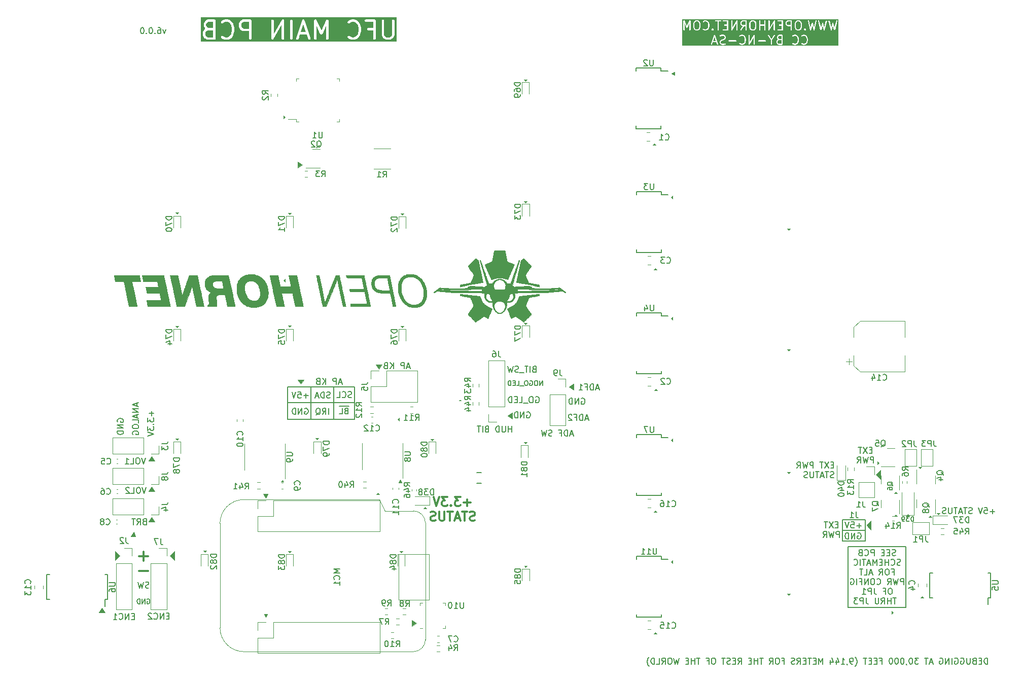
<source format=gbr>
G04 #@! TF.GenerationSoftware,KiCad,Pcbnew,8.0.6*
G04 #@! TF.CreationDate,2024-12-03T12:50:29-05:00*
G04 #@! TF.ProjectId,UFC_Main,5546435f-4d61-4696-9e2e-6b696361645f,6.1.0*
G04 #@! TF.SameCoordinates,Original*
G04 #@! TF.FileFunction,Legend,Bot*
G04 #@! TF.FilePolarity,Positive*
%FSLAX46Y46*%
G04 Gerber Fmt 4.6, Leading zero omitted, Abs format (unit mm)*
G04 Created by KiCad (PCBNEW 8.0.6) date 2024-12-03 12:50:29*
%MOMM*%
%LPD*%
G01*
G04 APERTURE LIST*
%ADD10C,0.150000*%
%ADD11C,0.100000*%
%ADD12C,0.200000*%
%ADD13C,0.400000*%
%ADD14C,0.300000*%
%ADD15C,0.120000*%
%ADD16C,0.050000*%
%ADD17C,0.010000*%
G04 APERTURE END LIST*
D10*
X161984640Y-154764000D02*
X162238640Y-154764000D01*
X165566640Y-166792000D02*
X164804640Y-166792000D01*
D11*
X129599640Y-171020000D02*
X129218640Y-170385000D01*
X129980640Y-170385000D01*
X129599640Y-171020000D01*
G36*
X129599640Y-171020000D02*
G01*
X129218640Y-170385000D01*
X129980640Y-170385000D01*
X129599640Y-171020000D01*
G37*
X114398440Y-181460000D02*
X113648440Y-180710000D01*
X114398440Y-179960000D01*
X114398440Y-181460000D01*
G36*
X114398440Y-181460000D02*
G01*
X113648440Y-180710000D01*
X114398440Y-179960000D01*
X114398440Y-181460000D01*
G37*
X241863440Y-173800000D02*
X241613440Y-173550000D01*
X242113440Y-173550000D01*
X241863440Y-173800000D01*
G36*
X241863440Y-173800000D02*
G01*
X241613440Y-173550000D01*
X242113440Y-173550000D01*
X241863440Y-173800000D01*
G37*
X235063440Y-170250000D02*
X234563440Y-170250000D01*
X234813440Y-170000000D01*
X235063440Y-170250000D01*
G36*
X235063440Y-170250000D02*
G01*
X234563440Y-170250000D01*
X234813440Y-170000000D01*
X235063440Y-170250000D01*
G37*
D10*
X226813440Y-179200000D02*
X236513440Y-179200000D01*
X236513440Y-189300000D01*
X226813440Y-189300000D01*
X226813440Y-179200000D01*
D11*
X132866640Y-107450000D02*
X132616640Y-107700000D01*
X132616640Y-107200000D01*
X132866640Y-107450000D01*
G36*
X132866640Y-107450000D02*
G01*
X132616640Y-107700000D01*
X132616640Y-107200000D01*
X132866640Y-107450000D01*
G37*
X157413440Y-161450000D02*
X157163440Y-161200000D01*
X157663440Y-161200000D01*
X157413440Y-161450000D01*
G36*
X157413440Y-161450000D02*
G01*
X157163440Y-161200000D01*
X157663440Y-161200000D01*
X157413440Y-161450000D01*
G37*
X119463440Y-180100000D02*
X119213440Y-179850000D01*
X119713440Y-179850000D01*
X119463440Y-180100000D01*
G36*
X119463440Y-180100000D02*
G01*
X119213440Y-179850000D01*
X119713440Y-179850000D01*
X119463440Y-180100000D01*
G37*
X156463440Y-172800000D02*
X155963440Y-172800000D01*
X156213440Y-172550000D01*
X156463440Y-172800000D01*
G36*
X156463440Y-172800000D02*
G01*
X155963440Y-172800000D01*
X156213440Y-172550000D01*
X156463440Y-172800000D01*
G37*
X180995440Y-152972000D02*
X180245440Y-152472000D01*
X180995440Y-151972000D01*
X180995440Y-152972000D01*
G36*
X180995440Y-152972000D02*
G01*
X180245440Y-152472000D01*
X180995440Y-151972000D01*
X180995440Y-152972000D01*
G37*
X172963440Y-101450000D02*
X172713440Y-101200000D01*
X173213440Y-101200000D01*
X172963440Y-101450000D01*
G36*
X172963440Y-101450000D02*
G01*
X172713440Y-101200000D01*
X173213440Y-101200000D01*
X172963440Y-101450000D01*
G37*
X172963440Y-162000000D02*
X172713440Y-161750000D01*
X173213440Y-161750000D01*
X172963440Y-162000000D01*
G36*
X172963440Y-162000000D02*
G01*
X172713440Y-161750000D01*
X173213440Y-161750000D01*
X172963440Y-162000000D01*
G37*
X114813440Y-142550000D02*
X114563440Y-142300000D01*
X115063440Y-142300000D01*
X114813440Y-142550000D01*
G36*
X114813440Y-142550000D02*
G01*
X114563440Y-142300000D01*
X115063440Y-142300000D01*
X114813440Y-142550000D01*
G37*
X194746640Y-112088000D02*
X194246640Y-112088000D01*
X194496640Y-111838000D01*
X194746640Y-112088000D01*
G36*
X194746640Y-112088000D02*
G01*
X194246640Y-112088000D01*
X194496640Y-111838000D01*
X194746640Y-112088000D01*
G37*
X105213440Y-180690000D02*
X104463440Y-181440000D01*
X104463440Y-179940000D01*
X105213440Y-180690000D01*
G36*
X105213440Y-180690000D02*
G01*
X104463440Y-181440000D01*
X104463440Y-179940000D01*
X105213440Y-180690000D01*
G37*
D10*
X140996640Y-152480000D02*
X140976640Y-157920000D01*
D11*
X148513440Y-149500000D02*
X148013440Y-148750000D01*
X149013440Y-148750000D01*
X148513440Y-149500000D01*
G36*
X148513440Y-149500000D02*
G01*
X148013440Y-148750000D01*
X149013440Y-148750000D01*
X148513440Y-149500000D01*
G37*
X237063440Y-174000000D02*
X236563440Y-174000000D01*
X236813440Y-173750000D01*
X237063440Y-174000000D01*
G36*
X237063440Y-174000000D02*
G01*
X236563440Y-174000000D01*
X236813440Y-173750000D01*
X237063440Y-174000000D01*
G37*
X138213440Y-161300000D02*
X137963440Y-161050000D01*
X138463440Y-161050000D01*
X138213440Y-161300000D01*
G36*
X138213440Y-161300000D02*
G01*
X137963440Y-161050000D01*
X138463440Y-161050000D01*
X138213440Y-161300000D01*
G37*
X232013440Y-165200000D02*
X231763440Y-165450000D01*
X231763440Y-164950000D01*
X232013440Y-165200000D01*
G36*
X232013440Y-165200000D02*
G01*
X231763440Y-165450000D01*
X231763440Y-164950000D01*
X232013440Y-165200000D01*
G37*
X230663440Y-176350000D02*
X229913440Y-175600000D01*
X230663440Y-174850000D01*
X230663440Y-176350000D01*
G36*
X230663440Y-176350000D02*
G01*
X229913440Y-175600000D01*
X230663440Y-174850000D01*
X230663440Y-176350000D01*
G37*
X111093440Y-164873200D02*
X110093440Y-164873200D01*
X110593440Y-164123200D01*
X111093440Y-164873200D01*
G36*
X111093440Y-164873200D02*
G01*
X110093440Y-164873200D01*
X110593440Y-164123200D01*
X111093440Y-164873200D01*
G37*
X135713440Y-115400000D02*
X134963440Y-115900000D01*
X134963440Y-114900000D01*
X135713440Y-115400000D01*
G36*
X135713440Y-115400000D02*
G01*
X134963440Y-115900000D01*
X134963440Y-114900000D01*
X135713440Y-115400000D01*
G37*
X194873640Y-173429000D02*
X194373640Y-173429000D01*
X194623640Y-173179000D01*
X194873640Y-173429000D01*
G36*
X194873640Y-173429000D02*
G01*
X194373640Y-173429000D01*
X194623640Y-173179000D01*
X194873640Y-173429000D01*
G37*
X135476640Y-152020000D02*
X134976640Y-151270000D01*
X135976640Y-151270000D01*
X135476640Y-152020000D01*
G36*
X135476640Y-152020000D02*
G01*
X134976640Y-151270000D01*
X135976640Y-151270000D01*
X135476640Y-152020000D01*
G37*
X132626640Y-168320000D02*
X132126640Y-168320000D01*
X132376640Y-168070000D01*
X132626640Y-168320000D01*
G36*
X132626640Y-168320000D02*
G01*
X132126640Y-168320000D01*
X132376640Y-168070000D01*
X132626640Y-168320000D01*
G37*
X152413440Y-142600000D02*
X152163440Y-142350000D01*
X152663440Y-142350000D01*
X152413440Y-142600000D01*
G36*
X152413440Y-142600000D02*
G01*
X152163440Y-142350000D01*
X152663440Y-142350000D01*
X152413440Y-142600000D01*
G37*
X102786640Y-190190000D02*
X101786640Y-190190000D01*
X102286640Y-189440000D01*
X102786640Y-190190000D01*
G36*
X102786640Y-190190000D02*
G01*
X101786640Y-190190000D01*
X102286640Y-189440000D01*
X102786640Y-190190000D01*
G37*
X197540640Y-141298000D02*
X197290640Y-141048000D01*
X197540640Y-140798000D01*
X197540640Y-141298000D01*
G36*
X197540640Y-141298000D02*
G01*
X197290640Y-141048000D01*
X197540640Y-140798000D01*
X197540640Y-141298000D01*
G37*
X235063440Y-174050000D02*
X234563440Y-174050000D01*
X234813440Y-173800000D01*
X235063440Y-174050000D01*
G36*
X235063440Y-174050000D02*
G01*
X234563440Y-174050000D01*
X234813440Y-173800000D01*
X235063440Y-174050000D01*
G37*
X216913440Y-166950000D02*
X216663440Y-166700000D01*
X217163440Y-166700000D01*
X216913440Y-166950000D01*
G36*
X216913440Y-166950000D02*
G01*
X216663440Y-166700000D01*
X217163440Y-166700000D01*
X216913440Y-166950000D01*
G37*
X133613440Y-180150000D02*
X133363440Y-179900000D01*
X133863440Y-179900000D01*
X133613440Y-180150000D01*
G36*
X133613440Y-180150000D02*
G01*
X133363440Y-179900000D01*
X133863440Y-179900000D01*
X133613440Y-180150000D01*
G37*
X238813440Y-166100000D02*
X238563440Y-165850000D01*
X239063440Y-165850000D01*
X238813440Y-166100000D01*
G36*
X238813440Y-166100000D02*
G01*
X238563440Y-165850000D01*
X239063440Y-165850000D01*
X238813440Y-166100000D01*
G37*
X172963440Y-142050000D02*
X172713440Y-141800000D01*
X173213440Y-141800000D01*
X172963440Y-142050000D01*
G36*
X172963440Y-142050000D02*
G01*
X172713440Y-141800000D01*
X173213440Y-141800000D01*
X172963440Y-142050000D01*
G37*
X194873640Y-193749000D02*
X194373640Y-193749000D01*
X194623640Y-193499000D01*
X194873640Y-193749000D01*
G36*
X194873640Y-193749000D02*
G01*
X194373640Y-193749000D01*
X194623640Y-193499000D01*
X194873640Y-193749000D01*
G37*
X197866640Y-100450000D02*
X197366640Y-100200000D01*
X197866640Y-99950000D01*
X197866640Y-100450000D01*
G36*
X197866640Y-100450000D02*
G01*
X197366640Y-100200000D01*
X197866640Y-99950000D01*
X197866640Y-100450000D01*
G37*
D10*
X144416640Y-155120000D02*
X133286640Y-155140000D01*
D11*
X173013440Y-182600000D02*
X172763440Y-182350000D01*
X173263440Y-182350000D01*
X173013440Y-182600000D01*
G36*
X173013440Y-182600000D02*
G01*
X172763440Y-182350000D01*
X173263440Y-182350000D01*
X173013440Y-182600000D01*
G37*
X240763440Y-174250000D02*
X240263440Y-174250000D01*
X240513440Y-174000000D01*
X240763440Y-174250000D01*
G36*
X240763440Y-174250000D02*
G01*
X240263440Y-174250000D01*
X240513440Y-174000000D01*
X240763440Y-174250000D01*
G37*
X194873640Y-132916000D02*
X194373640Y-132916000D01*
X194623640Y-132666000D01*
X194873640Y-132916000D01*
G36*
X194873640Y-132916000D02*
G01*
X194373640Y-132916000D01*
X194623640Y-132666000D01*
X194873640Y-132916000D01*
G37*
X216913440Y-187300000D02*
X216663440Y-187050000D01*
X217163440Y-187050000D01*
X216913440Y-187300000D01*
G36*
X216913440Y-187300000D02*
G01*
X216663440Y-187050000D01*
X217163440Y-187050000D01*
X216913440Y-187300000D01*
G37*
X111093440Y-175033200D02*
X110093440Y-175033200D01*
X110593440Y-174283200D01*
X111093440Y-175033200D01*
G36*
X111093440Y-175033200D02*
G01*
X110093440Y-175033200D01*
X110593440Y-174283200D01*
X111093440Y-175033200D01*
G37*
D10*
X137186640Y-152480000D02*
X137176640Y-157890000D01*
D11*
X151866640Y-158200000D02*
X151616640Y-157950000D01*
X151866640Y-157700000D01*
X151866640Y-158200000D01*
G36*
X151866640Y-158200000D02*
G01*
X151616640Y-157950000D01*
X151866640Y-157700000D01*
X151866640Y-158200000D01*
G37*
D10*
X133306640Y-152480000D02*
X144436640Y-152480000D01*
X144436640Y-157920000D01*
X133306640Y-157920000D01*
X133306640Y-152480000D01*
D11*
X133613440Y-142500000D02*
X133363440Y-142250000D01*
X133863440Y-142250000D01*
X133613440Y-142500000D01*
G36*
X133613440Y-142500000D02*
G01*
X133363440Y-142250000D01*
X133863440Y-142250000D01*
X133613440Y-142500000D01*
G37*
X152213440Y-180150000D02*
X151963440Y-179900000D01*
X152463440Y-179900000D01*
X152213440Y-180150000D01*
G36*
X152213440Y-180150000D02*
G01*
X151963440Y-179900000D01*
X152463440Y-179900000D01*
X152213440Y-180150000D01*
G37*
X234366640Y-190200000D02*
X234116640Y-190450000D01*
X234116640Y-189950000D01*
X234366640Y-190200000D01*
G36*
X234366640Y-190200000D02*
G01*
X234116640Y-190450000D01*
X234116640Y-189950000D01*
X234366640Y-190200000D01*
G37*
X232263440Y-167900000D02*
X231513440Y-167150000D01*
X232263440Y-166400000D01*
X232263440Y-167900000D01*
G36*
X232263440Y-167900000D02*
G01*
X231513440Y-167150000D01*
X232263440Y-166400000D01*
X232263440Y-167900000D01*
G37*
X216913440Y-146450000D02*
X216663440Y-146200000D01*
X217163440Y-146200000D01*
X216913440Y-146450000D01*
G36*
X216913440Y-146450000D02*
G01*
X216663440Y-146200000D01*
X217163440Y-146200000D01*
X216913440Y-146450000D01*
G37*
X216913440Y-126300000D02*
X216663440Y-126050000D01*
X217163440Y-126050000D01*
X216913440Y-126300000D01*
G36*
X216913440Y-126300000D02*
G01*
X216663440Y-126050000D01*
X217163440Y-126050000D01*
X216913440Y-126300000D01*
G37*
X152413440Y-123800000D02*
X152163440Y-123550000D01*
X152663440Y-123550000D01*
X152413440Y-123800000D01*
G36*
X152413440Y-123800000D02*
G01*
X152163440Y-123550000D01*
X152663440Y-123550000D01*
X152413440Y-123800000D01*
G37*
X197544640Y-181942000D02*
X197294640Y-181692000D01*
X197544640Y-181442000D01*
X197544640Y-181942000D01*
G36*
X197544640Y-181942000D02*
G01*
X197294640Y-181692000D01*
X197544640Y-181442000D01*
X197544640Y-181942000D01*
G37*
X170764080Y-157800000D02*
X170014080Y-157300000D01*
X170764080Y-156800000D01*
X170764080Y-157800000D01*
G36*
X170764080Y-157800000D02*
G01*
X170014080Y-157300000D01*
X170764080Y-156800000D01*
X170764080Y-157800000D01*
G37*
X154766640Y-191930000D02*
X154016640Y-192430000D01*
X154016640Y-191430000D01*
X154766640Y-191930000D01*
G36*
X154766640Y-191930000D02*
G01*
X154016640Y-192430000D01*
X154016640Y-191430000D01*
X154766640Y-191930000D01*
G37*
X114813440Y-161350000D02*
X114563440Y-161100000D01*
X115063440Y-161100000D01*
X114813440Y-161350000D01*
G36*
X114813440Y-161350000D02*
G01*
X114563440Y-161100000D01*
X115063440Y-161100000D01*
X114813440Y-161350000D01*
G37*
D10*
X225913440Y-176450000D02*
X229663440Y-176450000D01*
D11*
X197544640Y-121101000D02*
X197294640Y-120851000D01*
X197544640Y-120601000D01*
X197544640Y-121101000D01*
G36*
X197544640Y-121101000D02*
G01*
X197294640Y-120851000D01*
X197544640Y-120601000D01*
X197544640Y-121101000D01*
G37*
X172963440Y-121750000D02*
X172713440Y-121500000D01*
X173213440Y-121500000D01*
X172963440Y-121750000D01*
G36*
X172963440Y-121750000D02*
G01*
X172713440Y-121500000D01*
X173213440Y-121500000D01*
X172963440Y-121750000D01*
G37*
X152276640Y-168480000D02*
X151776640Y-168480000D01*
X152026640Y-167980000D01*
X152276640Y-168480000D01*
G36*
X152276640Y-168480000D02*
G01*
X151776640Y-168480000D01*
X152026640Y-167980000D01*
X152276640Y-168480000D01*
G37*
X195000640Y-153109000D02*
X194500640Y-153109000D01*
X194750640Y-152859000D01*
X195000640Y-153109000D01*
G36*
X195000640Y-153109000D02*
G01*
X194500640Y-153109000D01*
X194750640Y-152859000D01*
X195000640Y-153109000D01*
G37*
D10*
X165566640Y-168570000D02*
X164804640Y-168570000D01*
D11*
X148616640Y-170450000D02*
X148116640Y-170450000D01*
X148366640Y-170200000D01*
X148616640Y-170450000D01*
G36*
X148616640Y-170450000D02*
G01*
X148116640Y-170450000D01*
X148366640Y-170200000D01*
X148616640Y-170450000D01*
G37*
X132866640Y-134950000D02*
X132616640Y-134700000D01*
X132866640Y-134450000D01*
X132866640Y-134950000D01*
G36*
X132866640Y-134950000D02*
G01*
X132616640Y-134700000D01*
X132866640Y-134450000D01*
X132866640Y-134950000D01*
G37*
X114813440Y-123650000D02*
X114563440Y-123400000D01*
X115063440Y-123400000D01*
X114813440Y-123650000D01*
G36*
X114813440Y-123650000D02*
G01*
X114563440Y-123400000D01*
X115063440Y-123400000D01*
X114813440Y-123650000D01*
G37*
D10*
X225913440Y-174650000D02*
X229663440Y-174650000D01*
X229663440Y-178250000D01*
X225913440Y-178250000D01*
X225913440Y-174650000D01*
D11*
X129616640Y-190950000D02*
X129366640Y-190450000D01*
X129866640Y-190450000D01*
X129616640Y-190950000D01*
G36*
X129616640Y-190950000D02*
G01*
X129366640Y-190450000D01*
X129866640Y-190450000D01*
X129616640Y-190950000D01*
G37*
X107866640Y-177450000D02*
X107116640Y-177450000D01*
X107616640Y-176700000D01*
X107866640Y-177450000D01*
G36*
X107866640Y-177450000D02*
G01*
X107116640Y-177450000D01*
X107616640Y-176700000D01*
X107866640Y-177450000D01*
G37*
X239463440Y-187750000D02*
X238963440Y-187750000D01*
X239213440Y-187500000D01*
X239463440Y-187750000D01*
G36*
X239463440Y-187750000D02*
G01*
X238963440Y-187750000D01*
X239213440Y-187500000D01*
X239463440Y-187750000D01*
G37*
X197544640Y-161622000D02*
X197294640Y-161372000D01*
X197544640Y-161122000D01*
X197544640Y-161622000D01*
G36*
X197544640Y-161622000D02*
G01*
X197294640Y-161372000D01*
X197544640Y-161122000D01*
X197544640Y-161622000D01*
G37*
X133613440Y-123700000D02*
X133363440Y-123450000D01*
X133863440Y-123450000D01*
X133613440Y-123700000D01*
G36*
X133613440Y-123700000D02*
G01*
X133363440Y-123450000D01*
X133863440Y-123450000D01*
X133613440Y-123700000D01*
G37*
X111093440Y-169953200D02*
X110093440Y-169953200D01*
X110593440Y-169203200D01*
X111093440Y-169953200D01*
G36*
X111093440Y-169953200D02*
G01*
X110093440Y-169953200D01*
X110593440Y-169203200D01*
X111093440Y-169953200D01*
G37*
D12*
G36*
X215727725Y-95190986D02*
G01*
X215279903Y-95190986D01*
X215172675Y-95137372D01*
X215124195Y-95088892D01*
X215070582Y-94981665D01*
X215070582Y-94814592D01*
X215124195Y-94707365D01*
X215167458Y-94664102D01*
X215343951Y-94605272D01*
X215727725Y-94605272D01*
X215727725Y-95190986D01*
G37*
G36*
X215727725Y-94405272D02*
G01*
X215351332Y-94405272D01*
X215244101Y-94351656D01*
X215195625Y-94303180D01*
X215142010Y-94195949D01*
X215142010Y-94100308D01*
X215195625Y-93993077D01*
X215244101Y-93944601D01*
X215351332Y-93890986D01*
X215727725Y-93890986D01*
X215727725Y-94405272D01*
G37*
G36*
X204760411Y-94762415D02*
G01*
X204323609Y-94762415D01*
X204542010Y-94107213D01*
X204760411Y-94762415D01*
G37*
G36*
X201804201Y-91529684D02*
G01*
X201915998Y-91641481D01*
X201977723Y-91888378D01*
X201977723Y-92363761D01*
X201915998Y-92610659D01*
X201804203Y-92722455D01*
X201696973Y-92776070D01*
X201458473Y-92776070D01*
X201351244Y-92722455D01*
X201239448Y-92610659D01*
X201177723Y-92363759D01*
X201177723Y-91888380D01*
X201239447Y-91641481D01*
X201351243Y-91529685D01*
X201458473Y-91476070D01*
X201696973Y-91476070D01*
X201804201Y-91529684D01*
G37*
G36*
X211161345Y-91529684D02*
G01*
X211273142Y-91641481D01*
X211334867Y-91888378D01*
X211334867Y-92363761D01*
X211273142Y-92610659D01*
X211161347Y-92722455D01*
X211054117Y-92776070D01*
X210815617Y-92776070D01*
X210708388Y-92722455D01*
X210596592Y-92610659D01*
X210534867Y-92363759D01*
X210534867Y-91888380D01*
X210596591Y-91641481D01*
X210708387Y-91529685D01*
X210815617Y-91476070D01*
X211054117Y-91476070D01*
X211161345Y-91529684D01*
G37*
G36*
X218732775Y-91529684D02*
G01*
X218844572Y-91641481D01*
X218906297Y-91888378D01*
X218906297Y-92363761D01*
X218844572Y-92610659D01*
X218732777Y-92722455D01*
X218625547Y-92776070D01*
X218387047Y-92776070D01*
X218279818Y-92722455D01*
X218168022Y-92610659D01*
X218106297Y-92363759D01*
X218106297Y-91888380D01*
X218168021Y-91641481D01*
X218279817Y-91529685D01*
X218387047Y-91476070D01*
X218625547Y-91476070D01*
X218732775Y-91529684D01*
G37*
G36*
X209692010Y-92061784D02*
G01*
X209244188Y-92061784D01*
X209136960Y-92008170D01*
X209088480Y-91959690D01*
X209034867Y-91852463D01*
X209034867Y-91685390D01*
X209088480Y-91578162D01*
X209136957Y-91529685D01*
X209244188Y-91476070D01*
X209692010Y-91476070D01*
X209692010Y-92061784D01*
G37*
G36*
X217263440Y-92061784D02*
G01*
X216815618Y-92061784D01*
X216708390Y-92008170D01*
X216659910Y-91959690D01*
X216606297Y-91852463D01*
X216606297Y-91685390D01*
X216659910Y-91578162D01*
X216708387Y-91529685D01*
X216815618Y-91476070D01*
X217263440Y-91476070D01*
X217263440Y-92061784D01*
G37*
G36*
X225201468Y-95557653D02*
G01*
X199168199Y-95557653D01*
X199168199Y-95278479D01*
X203942795Y-95278479D01*
X203945561Y-95317399D01*
X203963011Y-95352298D01*
X203992487Y-95377863D01*
X204029503Y-95390201D01*
X204068423Y-95387435D01*
X204103322Y-95369985D01*
X204128887Y-95340509D01*
X204136878Y-95322609D01*
X204256943Y-94962415D01*
X204827077Y-94962415D01*
X204947142Y-95322609D01*
X204955133Y-95340509D01*
X204980699Y-95369986D01*
X205015597Y-95387435D01*
X205054517Y-95390201D01*
X205091533Y-95377863D01*
X205121009Y-95352298D01*
X205138459Y-95317399D01*
X205141225Y-95278479D01*
X205136878Y-95259363D01*
X205004562Y-94862415D01*
X205370581Y-94862415D01*
X205370581Y-95005272D01*
X205372502Y-95024781D01*
X205373877Y-95028101D01*
X205374132Y-95031685D01*
X205381138Y-95049994D01*
X205452567Y-95192850D01*
X205457853Y-95201248D01*
X205458863Y-95203686D01*
X205461114Y-95206429D01*
X205463010Y-95209441D01*
X205465007Y-95211173D01*
X205471299Y-95218840D01*
X205542728Y-95290269D01*
X205550398Y-95296563D01*
X205552128Y-95298558D01*
X205555135Y-95300451D01*
X205557882Y-95302705D01*
X205560321Y-95303715D01*
X205568718Y-95309001D01*
X205711575Y-95380429D01*
X205729884Y-95387435D01*
X205733466Y-95387689D01*
X205736787Y-95389065D01*
X205756296Y-95390986D01*
X206113439Y-95390986D01*
X206123312Y-95390013D01*
X206125946Y-95390201D01*
X206129409Y-95389413D01*
X206132948Y-95389065D01*
X206135390Y-95388053D01*
X206145062Y-95385854D01*
X206359347Y-95314426D01*
X206377247Y-95306435D01*
X206406723Y-95280870D01*
X206424173Y-95245971D01*
X206426939Y-95207051D01*
X206414601Y-95170035D01*
X206389036Y-95140559D01*
X206354137Y-95123109D01*
X206315217Y-95120343D01*
X206296101Y-95124690D01*
X206097212Y-95190986D01*
X205779903Y-95190986D01*
X205672675Y-95137372D01*
X205624195Y-95088892D01*
X205570581Y-94981663D01*
X205570581Y-94886023D01*
X205624195Y-94778794D01*
X205672675Y-94730314D01*
X205733204Y-94700049D01*
X206872503Y-94700049D01*
X206872503Y-94739067D01*
X206887435Y-94775115D01*
X206915025Y-94802705D01*
X206951073Y-94817637D01*
X206970582Y-94819558D01*
X208113439Y-94819558D01*
X208132948Y-94817637D01*
X208168996Y-94802705D01*
X208196586Y-94775115D01*
X208211518Y-94739067D01*
X208211518Y-94700049D01*
X208196586Y-94664001D01*
X208168996Y-94636411D01*
X208132948Y-94621479D01*
X208113439Y-94619558D01*
X206970582Y-94619558D01*
X206951073Y-94621479D01*
X206915025Y-94636411D01*
X206887435Y-94664001D01*
X206872503Y-94700049D01*
X205733204Y-94700049D01*
X205791201Y-94671050D01*
X206066263Y-94602286D01*
X206067700Y-94601772D01*
X206068423Y-94601721D01*
X206076564Y-94598606D01*
X206084724Y-94595691D01*
X206085303Y-94595261D01*
X206086732Y-94594715D01*
X206229588Y-94523286D01*
X206237982Y-94518002D01*
X206240424Y-94516991D01*
X206243171Y-94514736D01*
X206246179Y-94512843D01*
X206247910Y-94510846D01*
X206255577Y-94504554D01*
X206327006Y-94433126D01*
X206333301Y-94425456D01*
X206335296Y-94423726D01*
X206337187Y-94420720D01*
X206339443Y-94417973D01*
X206340454Y-94415531D01*
X206345739Y-94407136D01*
X206417167Y-94264279D01*
X206424173Y-94245970D01*
X206424427Y-94242387D01*
X206425803Y-94239067D01*
X206427724Y-94219558D01*
X206427724Y-94076700D01*
X206425803Y-94057191D01*
X206424427Y-94053870D01*
X206424173Y-94050288D01*
X206417167Y-94031979D01*
X206358345Y-93914334D01*
X208658217Y-93914334D01*
X208658217Y-93953352D01*
X208673149Y-93989400D01*
X208700739Y-94016990D01*
X208736787Y-94031922D01*
X208775805Y-94031922D01*
X208811853Y-94016990D01*
X208827007Y-94004554D01*
X208881742Y-93949817D01*
X209058237Y-93890986D01*
X209168640Y-93890986D01*
X209345133Y-93949817D01*
X209459823Y-94064506D01*
X209519088Y-94183034D01*
X209584867Y-94446151D01*
X209584867Y-94635820D01*
X209519088Y-94898937D01*
X209459823Y-95017465D01*
X209345134Y-95132154D01*
X209168640Y-95190986D01*
X209058236Y-95190986D01*
X208881742Y-95132155D01*
X208827007Y-95077419D01*
X208811854Y-95064982D01*
X208775806Y-95050051D01*
X208736788Y-95050050D01*
X208700739Y-95064981D01*
X208673149Y-95092571D01*
X208658218Y-95128619D01*
X208658217Y-95167637D01*
X208673148Y-95203686D01*
X208685585Y-95218839D01*
X208757013Y-95290268D01*
X208772166Y-95302705D01*
X208775485Y-95304080D01*
X208778201Y-95306435D01*
X208796101Y-95314426D01*
X209010387Y-95385854D01*
X209020058Y-95388053D01*
X209022501Y-95389065D01*
X209026039Y-95389413D01*
X209029503Y-95390201D01*
X209032136Y-95390013D01*
X209042010Y-95390986D01*
X209184867Y-95390986D01*
X209194740Y-95390013D01*
X209197374Y-95390201D01*
X209200837Y-95389413D01*
X209204376Y-95389065D01*
X209206818Y-95388053D01*
X209216490Y-95385854D01*
X209430775Y-95314426D01*
X209448676Y-95306435D01*
X209451391Y-95304079D01*
X209454711Y-95302705D01*
X209469864Y-95290268D01*
X209612721Y-95147410D01*
X209619011Y-95139745D01*
X209621010Y-95138012D01*
X209622906Y-95134999D01*
X209625157Y-95132257D01*
X209626166Y-95129820D01*
X209631453Y-95121422D01*
X209702882Y-94978565D01*
X209703428Y-94977136D01*
X209703858Y-94976557D01*
X209706776Y-94968386D01*
X209709888Y-94960256D01*
X209709939Y-94959533D01*
X209710453Y-94958096D01*
X209781881Y-94672383D01*
X209782381Y-94669001D01*
X209782946Y-94667638D01*
X209783669Y-94660287D01*
X209784749Y-94652990D01*
X209784531Y-94651531D01*
X209784867Y-94648129D01*
X209784867Y-94433843D01*
X209784531Y-94430440D01*
X209784749Y-94428982D01*
X209783669Y-94421684D01*
X209782946Y-94414334D01*
X209782381Y-94412970D01*
X209781881Y-94409589D01*
X209710453Y-94123876D01*
X209709939Y-94122438D01*
X209709888Y-94121716D01*
X209706776Y-94113585D01*
X209703858Y-94105415D01*
X209703428Y-94104835D01*
X209702882Y-94103407D01*
X209631453Y-93960550D01*
X209626167Y-93952152D01*
X209625157Y-93949714D01*
X209622904Y-93946969D01*
X209621010Y-93943960D01*
X209619012Y-93942227D01*
X209612720Y-93934561D01*
X209469864Y-93791704D01*
X209468989Y-93790986D01*
X210227725Y-93790986D01*
X210227725Y-95290986D01*
X210228219Y-95296003D01*
X210227969Y-95297971D01*
X210228663Y-95300517D01*
X210229646Y-95310495D01*
X210234737Y-95322785D01*
X210238236Y-95335614D01*
X210242138Y-95340652D01*
X210244578Y-95346543D01*
X210253983Y-95355948D01*
X210262126Y-95366463D01*
X210267660Y-95369625D01*
X210272168Y-95374133D01*
X210284453Y-95379221D01*
X210296003Y-95385822D01*
X210302327Y-95386625D01*
X210308216Y-95389065D01*
X210321517Y-95389065D01*
X210334710Y-95390742D01*
X210340859Y-95389065D01*
X210347234Y-95389065D01*
X210359524Y-95383973D01*
X210372353Y-95380475D01*
X210377391Y-95376572D01*
X210383282Y-95374133D01*
X210392687Y-95364727D01*
X210403202Y-95356585D01*
X210409005Y-95348409D01*
X210410872Y-95346543D01*
X210411630Y-95344710D01*
X210414549Y-95340600D01*
X211084868Y-94167541D01*
X211084868Y-95290986D01*
X211086789Y-95310495D01*
X211101721Y-95346543D01*
X211129311Y-95374133D01*
X211165359Y-95389065D01*
X211204377Y-95389065D01*
X211240425Y-95374133D01*
X211268015Y-95346543D01*
X211282947Y-95310495D01*
X211284868Y-95290986D01*
X211284868Y-94700049D01*
X211801075Y-94700049D01*
X211801075Y-94739067D01*
X211816007Y-94775115D01*
X211843597Y-94802705D01*
X211879645Y-94817637D01*
X211899154Y-94819558D01*
X213042011Y-94819558D01*
X213061520Y-94817637D01*
X213097568Y-94802705D01*
X213125158Y-94775115D01*
X213140090Y-94739067D01*
X213140090Y-94700049D01*
X213125158Y-94664001D01*
X213097568Y-94636411D01*
X213061520Y-94621479D01*
X213042011Y-94619558D01*
X211899154Y-94619558D01*
X211879645Y-94621479D01*
X211843597Y-94636411D01*
X211816007Y-94664001D01*
X211801075Y-94700049D01*
X211284868Y-94700049D01*
X211284868Y-93790986D01*
X211284648Y-93788754D01*
X213442035Y-93788754D01*
X213448791Y-93827183D01*
X213457644Y-93844674D01*
X213942010Y-94605819D01*
X213942010Y-95290986D01*
X213943931Y-95310495D01*
X213958863Y-95346543D01*
X213986453Y-95374133D01*
X214022501Y-95389065D01*
X214061519Y-95389065D01*
X214097567Y-95374133D01*
X214125157Y-95346543D01*
X214140089Y-95310495D01*
X214142010Y-95290986D01*
X214142010Y-94790986D01*
X214870582Y-94790986D01*
X214870582Y-95005272D01*
X214872503Y-95024781D01*
X214873878Y-95028101D01*
X214874133Y-95031685D01*
X214881139Y-95049993D01*
X214952567Y-95192850D01*
X214957853Y-95201248D01*
X214958863Y-95203686D01*
X214961114Y-95206429D01*
X214963010Y-95209441D01*
X214965007Y-95211173D01*
X214971299Y-95218840D01*
X215042728Y-95290269D01*
X215050398Y-95296563D01*
X215052128Y-95298558D01*
X215055135Y-95300451D01*
X215057882Y-95302705D01*
X215060321Y-95303715D01*
X215068718Y-95309001D01*
X215211575Y-95380429D01*
X215229884Y-95387435D01*
X215233466Y-95387689D01*
X215236787Y-95389065D01*
X215256296Y-95390986D01*
X215827725Y-95390986D01*
X215847234Y-95389065D01*
X215883282Y-95374133D01*
X215910872Y-95346543D01*
X215925804Y-95310495D01*
X215927725Y-95290986D01*
X215927725Y-93914334D01*
X217515360Y-93914334D01*
X217515360Y-93953352D01*
X217530292Y-93989400D01*
X217557882Y-94016990D01*
X217593930Y-94031922D01*
X217632948Y-94031922D01*
X217668996Y-94016990D01*
X217684150Y-94004554D01*
X217738885Y-93949817D01*
X217915380Y-93890986D01*
X218025783Y-93890986D01*
X218202276Y-93949817D01*
X218316966Y-94064506D01*
X218376231Y-94183034D01*
X218442010Y-94446151D01*
X218442010Y-94635820D01*
X218376231Y-94898937D01*
X218316966Y-95017465D01*
X218202277Y-95132154D01*
X218025783Y-95190986D01*
X217915379Y-95190986D01*
X217738885Y-95132155D01*
X217684150Y-95077419D01*
X217668997Y-95064982D01*
X217632949Y-95050051D01*
X217593931Y-95050050D01*
X217557882Y-95064981D01*
X217530292Y-95092571D01*
X217515361Y-95128619D01*
X217515360Y-95167637D01*
X217530291Y-95203686D01*
X217542728Y-95218839D01*
X217614156Y-95290268D01*
X217629309Y-95302705D01*
X217632628Y-95304080D01*
X217635344Y-95306435D01*
X217653244Y-95314426D01*
X217867530Y-95385854D01*
X217877201Y-95388053D01*
X217879644Y-95389065D01*
X217883182Y-95389413D01*
X217886646Y-95390201D01*
X217889279Y-95390013D01*
X217899153Y-95390986D01*
X218042010Y-95390986D01*
X218051883Y-95390013D01*
X218054517Y-95390201D01*
X218057980Y-95389413D01*
X218061519Y-95389065D01*
X218063961Y-95388053D01*
X218073633Y-95385854D01*
X218287918Y-95314426D01*
X218305819Y-95306435D01*
X218308534Y-95304079D01*
X218311854Y-95302705D01*
X218327007Y-95290268D01*
X218469864Y-95147410D01*
X218476154Y-95139745D01*
X218478153Y-95138012D01*
X218480049Y-95134999D01*
X218482300Y-95132257D01*
X218483309Y-95129820D01*
X218488596Y-95121422D01*
X218560025Y-94978565D01*
X218560571Y-94977136D01*
X218561001Y-94976557D01*
X218563919Y-94968386D01*
X218567031Y-94960256D01*
X218567082Y-94959533D01*
X218567596Y-94958096D01*
X218639024Y-94672383D01*
X218639524Y-94669001D01*
X218640089Y-94667638D01*
X218640812Y-94660287D01*
X218641892Y-94652990D01*
X218641674Y-94651531D01*
X218642010Y-94648129D01*
X218642010Y-94433843D01*
X218641674Y-94430440D01*
X218641892Y-94428982D01*
X218640812Y-94421684D01*
X218640089Y-94414334D01*
X218639524Y-94412970D01*
X218639024Y-94409589D01*
X218567596Y-94123876D01*
X218567082Y-94122438D01*
X218567031Y-94121716D01*
X218563919Y-94113585D01*
X218561001Y-94105415D01*
X218560571Y-94104835D01*
X218560025Y-94103407D01*
X218488596Y-93960550D01*
X218483310Y-93952152D01*
X218482300Y-93949714D01*
X218480047Y-93946969D01*
X218478153Y-93943960D01*
X218476155Y-93942227D01*
X218469863Y-93934561D01*
X218449636Y-93914334D01*
X219015360Y-93914334D01*
X219015360Y-93953352D01*
X219030292Y-93989400D01*
X219057882Y-94016990D01*
X219093930Y-94031922D01*
X219132948Y-94031922D01*
X219168996Y-94016990D01*
X219184150Y-94004554D01*
X219238885Y-93949817D01*
X219415380Y-93890986D01*
X219525783Y-93890986D01*
X219702276Y-93949817D01*
X219816966Y-94064506D01*
X219876231Y-94183034D01*
X219942010Y-94446151D01*
X219942010Y-94635820D01*
X219876231Y-94898937D01*
X219816966Y-95017465D01*
X219702277Y-95132154D01*
X219525783Y-95190986D01*
X219415379Y-95190986D01*
X219238885Y-95132155D01*
X219184150Y-95077419D01*
X219168997Y-95064982D01*
X219132949Y-95050051D01*
X219093931Y-95050050D01*
X219057882Y-95064981D01*
X219030292Y-95092571D01*
X219015361Y-95128619D01*
X219015360Y-95167637D01*
X219030291Y-95203686D01*
X219042728Y-95218839D01*
X219114156Y-95290268D01*
X219129309Y-95302705D01*
X219132628Y-95304080D01*
X219135344Y-95306435D01*
X219153244Y-95314426D01*
X219367530Y-95385854D01*
X219377201Y-95388053D01*
X219379644Y-95389065D01*
X219383182Y-95389413D01*
X219386646Y-95390201D01*
X219389279Y-95390013D01*
X219399153Y-95390986D01*
X219542010Y-95390986D01*
X219551883Y-95390013D01*
X219554517Y-95390201D01*
X219557980Y-95389413D01*
X219561519Y-95389065D01*
X219563961Y-95388053D01*
X219573633Y-95385854D01*
X219787918Y-95314426D01*
X219805819Y-95306435D01*
X219808534Y-95304079D01*
X219811854Y-95302705D01*
X219827007Y-95290268D01*
X219969864Y-95147410D01*
X219976154Y-95139745D01*
X219978153Y-95138012D01*
X219980049Y-95134999D01*
X219982300Y-95132257D01*
X219983309Y-95129820D01*
X219988596Y-95121422D01*
X220060025Y-94978565D01*
X220060571Y-94977136D01*
X220061001Y-94976557D01*
X220063919Y-94968386D01*
X220067031Y-94960256D01*
X220067082Y-94959533D01*
X220067596Y-94958096D01*
X220139024Y-94672383D01*
X220139524Y-94669001D01*
X220140089Y-94667638D01*
X220140812Y-94660287D01*
X220141892Y-94652990D01*
X220141674Y-94651531D01*
X220142010Y-94648129D01*
X220142010Y-94433843D01*
X220141674Y-94430440D01*
X220141892Y-94428982D01*
X220140812Y-94421684D01*
X220140089Y-94414334D01*
X220139524Y-94412970D01*
X220139024Y-94409589D01*
X220067596Y-94123876D01*
X220067082Y-94122438D01*
X220067031Y-94121716D01*
X220063919Y-94113585D01*
X220061001Y-94105415D01*
X220060571Y-94104835D01*
X220060025Y-94103407D01*
X219988596Y-93960550D01*
X219983310Y-93952152D01*
X219982300Y-93949714D01*
X219980047Y-93946969D01*
X219978153Y-93943960D01*
X219976155Y-93942227D01*
X219969863Y-93934561D01*
X219827007Y-93791704D01*
X219811853Y-93779268D01*
X219808534Y-93777893D01*
X219805819Y-93775538D01*
X219787919Y-93767547D01*
X219573633Y-93696118D01*
X219563960Y-93693918D01*
X219561519Y-93692907D01*
X219557981Y-93692558D01*
X219554518Y-93691771D01*
X219551883Y-93691958D01*
X219542010Y-93690986D01*
X219399153Y-93690986D01*
X219389279Y-93691958D01*
X219386645Y-93691771D01*
X219383181Y-93692558D01*
X219379644Y-93692907D01*
X219377202Y-93693918D01*
X219367530Y-93696118D01*
X219153244Y-93767547D01*
X219135344Y-93775538D01*
X219132628Y-93777892D01*
X219129309Y-93779268D01*
X219114156Y-93791705D01*
X219042728Y-93863132D01*
X219030292Y-93878286D01*
X219015360Y-93914334D01*
X218449636Y-93914334D01*
X218327007Y-93791704D01*
X218311853Y-93779268D01*
X218308534Y-93777893D01*
X218305819Y-93775538D01*
X218287919Y-93767547D01*
X218073633Y-93696118D01*
X218063960Y-93693918D01*
X218061519Y-93692907D01*
X218057981Y-93692558D01*
X218054518Y-93691771D01*
X218051883Y-93691958D01*
X218042010Y-93690986D01*
X217899153Y-93690986D01*
X217889279Y-93691958D01*
X217886645Y-93691771D01*
X217883181Y-93692558D01*
X217879644Y-93692907D01*
X217877202Y-93693918D01*
X217867530Y-93696118D01*
X217653244Y-93767547D01*
X217635344Y-93775538D01*
X217632628Y-93777892D01*
X217629309Y-93779268D01*
X217614156Y-93791705D01*
X217542728Y-93863132D01*
X217530292Y-93878286D01*
X217515360Y-93914334D01*
X215927725Y-93914334D01*
X215927725Y-93790986D01*
X215925804Y-93771477D01*
X215910872Y-93735429D01*
X215883282Y-93707839D01*
X215847234Y-93692907D01*
X215827725Y-93690986D01*
X215327725Y-93690986D01*
X215308216Y-93692907D01*
X215304895Y-93694282D01*
X215301312Y-93694537D01*
X215283003Y-93701543D01*
X215140146Y-93772972D01*
X215131751Y-93778256D01*
X215129311Y-93779267D01*
X215126564Y-93781521D01*
X215123556Y-93783415D01*
X215121824Y-93785411D01*
X215114158Y-93791704D01*
X215042729Y-93863132D01*
X215036436Y-93870798D01*
X215034439Y-93872531D01*
X215032545Y-93875539D01*
X215030292Y-93878285D01*
X215029281Y-93880725D01*
X215023996Y-93889122D01*
X214952567Y-94031978D01*
X214945561Y-94050287D01*
X214945306Y-94053870D01*
X214943931Y-94057191D01*
X214942010Y-94076700D01*
X214942010Y-94219558D01*
X214943931Y-94239067D01*
X214945306Y-94242387D01*
X214945561Y-94245971D01*
X214952567Y-94264280D01*
X215023996Y-94407136D01*
X215029281Y-94415532D01*
X215030292Y-94417973D01*
X215032545Y-94420718D01*
X215034439Y-94423727D01*
X215036436Y-94425459D01*
X215042729Y-94433126D01*
X215089030Y-94479427D01*
X215081816Y-94481832D01*
X215063916Y-94489823D01*
X215061200Y-94492178D01*
X215057882Y-94493553D01*
X215042728Y-94505989D01*
X214971299Y-94577418D01*
X214965007Y-94585084D01*
X214963010Y-94586817D01*
X214961114Y-94589828D01*
X214958863Y-94592572D01*
X214957853Y-94595009D01*
X214952567Y-94603408D01*
X214881139Y-94746265D01*
X214874133Y-94764573D01*
X214873878Y-94768156D01*
X214872503Y-94771477D01*
X214870582Y-94790986D01*
X214142010Y-94790986D01*
X214142010Y-94605820D01*
X214626376Y-93844674D01*
X214635229Y-93827184D01*
X214641985Y-93788755D01*
X214633521Y-93750666D01*
X214611125Y-93718715D01*
X214578207Y-93697767D01*
X214539778Y-93691011D01*
X214501689Y-93699475D01*
X214469738Y-93721871D01*
X214457644Y-93737299D01*
X214042010Y-94390436D01*
X213626376Y-93737298D01*
X213614282Y-93721871D01*
X213582331Y-93699475D01*
X213544242Y-93691011D01*
X213505813Y-93697767D01*
X213472895Y-93718714D01*
X213450499Y-93750665D01*
X213442035Y-93788754D01*
X211284648Y-93788754D01*
X211284373Y-93785968D01*
X211284624Y-93784001D01*
X211283929Y-93781454D01*
X211282947Y-93771477D01*
X211277857Y-93759190D01*
X211274358Y-93746358D01*
X211270453Y-93741316D01*
X211268015Y-93735429D01*
X211258614Y-93726028D01*
X211250468Y-93715509D01*
X211244930Y-93712344D01*
X211240425Y-93707839D01*
X211228141Y-93702750D01*
X211216590Y-93696150D01*
X211210265Y-93695346D01*
X211204377Y-93692907D01*
X211191077Y-93692907D01*
X211177884Y-93691230D01*
X211171735Y-93692907D01*
X211165359Y-93692907D01*
X211153072Y-93697996D01*
X211140240Y-93701496D01*
X211135198Y-93705400D01*
X211129311Y-93707839D01*
X211119910Y-93717239D01*
X211109391Y-93725386D01*
X211103586Y-93733563D01*
X211101721Y-93735429D01*
X211100962Y-93737260D01*
X211098044Y-93741372D01*
X210427725Y-94914430D01*
X210427725Y-93790986D01*
X210425804Y-93771477D01*
X210410872Y-93735429D01*
X210383282Y-93707839D01*
X210347234Y-93692907D01*
X210308216Y-93692907D01*
X210272168Y-93707839D01*
X210244578Y-93735429D01*
X210229646Y-93771477D01*
X210227725Y-93790986D01*
X209468989Y-93790986D01*
X209454710Y-93779268D01*
X209451391Y-93777893D01*
X209448676Y-93775538D01*
X209430776Y-93767547D01*
X209216490Y-93696118D01*
X209206817Y-93693918D01*
X209204376Y-93692907D01*
X209200838Y-93692558D01*
X209197375Y-93691771D01*
X209194740Y-93691958D01*
X209184867Y-93690986D01*
X209042010Y-93690986D01*
X209032136Y-93691958D01*
X209029502Y-93691771D01*
X209026038Y-93692558D01*
X209022501Y-93692907D01*
X209020059Y-93693918D01*
X209010387Y-93696118D01*
X208796101Y-93767547D01*
X208778201Y-93775538D01*
X208775485Y-93777892D01*
X208772166Y-93779268D01*
X208757013Y-93791705D01*
X208685585Y-93863132D01*
X208673149Y-93878286D01*
X208658217Y-93914334D01*
X206358345Y-93914334D01*
X206345739Y-93889122D01*
X206340454Y-93880726D01*
X206339443Y-93878285D01*
X206337187Y-93875537D01*
X206335296Y-93872532D01*
X206333301Y-93870801D01*
X206327006Y-93863132D01*
X206255577Y-93791704D01*
X206247910Y-93785411D01*
X206246179Y-93783415D01*
X206243171Y-93781521D01*
X206240424Y-93779267D01*
X206237982Y-93778255D01*
X206229588Y-93772972D01*
X206086732Y-93701543D01*
X206068423Y-93694537D01*
X206064839Y-93694282D01*
X206061519Y-93692907D01*
X206042010Y-93690986D01*
X205684867Y-93690986D01*
X205674993Y-93691958D01*
X205672359Y-93691771D01*
X205668895Y-93692558D01*
X205665358Y-93692907D01*
X205662916Y-93693918D01*
X205653244Y-93696118D01*
X205438958Y-93767547D01*
X205421058Y-93775538D01*
X205391582Y-93801104D01*
X205374132Y-93836003D01*
X205371366Y-93874923D01*
X205383704Y-93911938D01*
X205409270Y-93941414D01*
X205444169Y-93958864D01*
X205483089Y-93961630D01*
X205502204Y-93957283D01*
X205701094Y-93890986D01*
X206018402Y-93890986D01*
X206125633Y-93944602D01*
X206174110Y-93993078D01*
X206227724Y-94100306D01*
X206227724Y-94195951D01*
X206174110Y-94303179D01*
X206125633Y-94351655D01*
X206007103Y-94410921D01*
X205732043Y-94479686D01*
X205730605Y-94480199D01*
X205729883Y-94480251D01*
X205721752Y-94483362D01*
X205713582Y-94486281D01*
X205713002Y-94486710D01*
X205711574Y-94487257D01*
X205568717Y-94558686D01*
X205560318Y-94563972D01*
X205557882Y-94564982D01*
X205555138Y-94567233D01*
X205552127Y-94569129D01*
X205550394Y-94571126D01*
X205542728Y-94577418D01*
X205471299Y-94648847D01*
X205465007Y-94656513D01*
X205463010Y-94658246D01*
X205461114Y-94661257D01*
X205458863Y-94664001D01*
X205457853Y-94666438D01*
X205452567Y-94674837D01*
X205381138Y-94817693D01*
X205374132Y-94836002D01*
X205373877Y-94839585D01*
X205372502Y-94842906D01*
X205370581Y-94862415D01*
X205004562Y-94862415D01*
X204636878Y-93759363D01*
X204628887Y-93741463D01*
X204624203Y-93736063D01*
X204621009Y-93729674D01*
X204611537Y-93721458D01*
X204603322Y-93711987D01*
X204596932Y-93708792D01*
X204591533Y-93704109D01*
X204579635Y-93700143D01*
X204568423Y-93694537D01*
X204561295Y-93694030D01*
X204554517Y-93691771D01*
X204542010Y-93692659D01*
X204529503Y-93691771D01*
X204522724Y-93694030D01*
X204515597Y-93694537D01*
X204504383Y-93700143D01*
X204492487Y-93704109D01*
X204487088Y-93708791D01*
X204480699Y-93711986D01*
X204472483Y-93721458D01*
X204463011Y-93729674D01*
X204459816Y-93736063D01*
X204455133Y-93741463D01*
X204447142Y-93759363D01*
X203947142Y-95259363D01*
X203942795Y-95278479D01*
X199168199Y-95278479D01*
X199168199Y-91376070D01*
X199334866Y-91376070D01*
X199334866Y-92876070D01*
X199336787Y-92895579D01*
X199351719Y-92931627D01*
X199379309Y-92959217D01*
X199415357Y-92974149D01*
X199454375Y-92974149D01*
X199490423Y-92959217D01*
X199518013Y-92931627D01*
X199532945Y-92895579D01*
X199534866Y-92876070D01*
X199534866Y-91826826D01*
X199844248Y-92489788D01*
X199848480Y-92496933D01*
X199849360Y-92499351D01*
X199850925Y-92501060D01*
X199854239Y-92506654D01*
X199865449Y-92516920D01*
X199875711Y-92528126D01*
X199879736Y-92530004D01*
X199883014Y-92533006D01*
X199897296Y-92538199D01*
X199911069Y-92544627D01*
X199915508Y-92544822D01*
X199919683Y-92546340D01*
X199934866Y-92545672D01*
X199950049Y-92546340D01*
X199954222Y-92544822D01*
X199958664Y-92544627D01*
X199972448Y-92538194D01*
X199986718Y-92533005D01*
X199989991Y-92530007D01*
X199994021Y-92528127D01*
X200004293Y-92516910D01*
X200015493Y-92506654D01*
X200018802Y-92501066D01*
X200020373Y-92499352D01*
X200021254Y-92496927D01*
X200025484Y-92489788D01*
X200334866Y-91826825D01*
X200334866Y-92876070D01*
X200336787Y-92895579D01*
X200351719Y-92931627D01*
X200379309Y-92959217D01*
X200415357Y-92974149D01*
X200454375Y-92974149D01*
X200490423Y-92959217D01*
X200518013Y-92931627D01*
X200532945Y-92895579D01*
X200534866Y-92876070D01*
X200534866Y-91876070D01*
X200977723Y-91876070D01*
X200977723Y-92376070D01*
X200978058Y-92379472D01*
X200977841Y-92380931D01*
X200978920Y-92388228D01*
X200979644Y-92395579D01*
X200980208Y-92396942D01*
X200980709Y-92400324D01*
X201052138Y-92686037D01*
X201058733Y-92704498D01*
X201063159Y-92710472D01*
X201066005Y-92717341D01*
X201078441Y-92732494D01*
X201221298Y-92875352D01*
X201228967Y-92881647D01*
X201230698Y-92883642D01*
X201233703Y-92885533D01*
X201236451Y-92887789D01*
X201238892Y-92888800D01*
X201247288Y-92894085D01*
X201390145Y-92965513D01*
X201408454Y-92972519D01*
X201412036Y-92972773D01*
X201415357Y-92974149D01*
X201434866Y-92976070D01*
X201720580Y-92976070D01*
X201740089Y-92974149D01*
X201743409Y-92972773D01*
X201746992Y-92972519D01*
X201765301Y-92965513D01*
X201908159Y-92894085D01*
X201916555Y-92888799D01*
X201918996Y-92887789D01*
X201921741Y-92885535D01*
X201924750Y-92883642D01*
X201926482Y-92881644D01*
X201934149Y-92875352D01*
X202077006Y-92732494D01*
X202089442Y-92717341D01*
X202092287Y-92710472D01*
X202096714Y-92704498D01*
X202103309Y-92686037D01*
X202174737Y-92400324D01*
X202175237Y-92396942D01*
X202175802Y-92395579D01*
X202176525Y-92388228D01*
X202177605Y-92380931D01*
X202177387Y-92379472D01*
X202177723Y-92376070D01*
X202177723Y-91876070D01*
X202177387Y-91872667D01*
X202177605Y-91871209D01*
X202176525Y-91863911D01*
X202175802Y-91856561D01*
X202175237Y-91855197D01*
X202174737Y-91851816D01*
X202103309Y-91566103D01*
X202096714Y-91547642D01*
X202092287Y-91541667D01*
X202089442Y-91534798D01*
X202077005Y-91519645D01*
X202056778Y-91499418D01*
X202551073Y-91499418D01*
X202551073Y-91538436D01*
X202566005Y-91574484D01*
X202593595Y-91602074D01*
X202629643Y-91617006D01*
X202668661Y-91617006D01*
X202704709Y-91602074D01*
X202719863Y-91589638D01*
X202774598Y-91534901D01*
X202951093Y-91476070D01*
X203061496Y-91476070D01*
X203237989Y-91534901D01*
X203352679Y-91649590D01*
X203411944Y-91768118D01*
X203477723Y-92031235D01*
X203477723Y-92220904D01*
X203411944Y-92484021D01*
X203352679Y-92602549D01*
X203237990Y-92717238D01*
X203061496Y-92776070D01*
X202951092Y-92776070D01*
X202774598Y-92717239D01*
X202719863Y-92662503D01*
X202704710Y-92650066D01*
X202668662Y-92635135D01*
X202629644Y-92635134D01*
X202593595Y-92650065D01*
X202566005Y-92677655D01*
X202551074Y-92713703D01*
X202551073Y-92752721D01*
X202566004Y-92788770D01*
X202578441Y-92803923D01*
X202649869Y-92875352D01*
X202665022Y-92887789D01*
X202668341Y-92889164D01*
X202671057Y-92891519D01*
X202688957Y-92899510D01*
X202903243Y-92970938D01*
X202912914Y-92973137D01*
X202915357Y-92974149D01*
X202918895Y-92974497D01*
X202922359Y-92975285D01*
X202924992Y-92975097D01*
X202934866Y-92976070D01*
X203077723Y-92976070D01*
X203087596Y-92975097D01*
X203090230Y-92975285D01*
X203093693Y-92974497D01*
X203097232Y-92974149D01*
X203099674Y-92973137D01*
X203109346Y-92970938D01*
X203323631Y-92899510D01*
X203341532Y-92891519D01*
X203344247Y-92889163D01*
X203347567Y-92887789D01*
X203362720Y-92875352D01*
X203452938Y-92785133D01*
X204051073Y-92785133D01*
X204051073Y-92824151D01*
X204053933Y-92831055D01*
X204066005Y-92860200D01*
X204078442Y-92875353D01*
X204149871Y-92946781D01*
X204165024Y-92959218D01*
X204189284Y-92969266D01*
X204201072Y-92974149D01*
X204201073Y-92974149D01*
X204240090Y-92974149D01*
X204267136Y-92962946D01*
X204276139Y-92959217D01*
X204276143Y-92959212D01*
X204291292Y-92946781D01*
X204362719Y-92875353D01*
X204375156Y-92860200D01*
X204385259Y-92835808D01*
X204390087Y-92824152D01*
X204390088Y-92785134D01*
X204375157Y-92749085D01*
X204362720Y-92733932D01*
X204291292Y-92662503D01*
X204276139Y-92650066D01*
X204257329Y-92642275D01*
X204240090Y-92635134D01*
X204201072Y-92635134D01*
X204190514Y-92639507D01*
X204165024Y-92650065D01*
X204165018Y-92650070D01*
X204149870Y-92662502D01*
X204078441Y-92733931D01*
X204066009Y-92749079D01*
X204066004Y-92749085D01*
X204055446Y-92774575D01*
X204051073Y-92785133D01*
X203452938Y-92785133D01*
X203505577Y-92732494D01*
X203511867Y-92724829D01*
X203513866Y-92723096D01*
X203515762Y-92720083D01*
X203518013Y-92717341D01*
X203519022Y-92714904D01*
X203524309Y-92706506D01*
X203595738Y-92563649D01*
X203596284Y-92562220D01*
X203596714Y-92561641D01*
X203599632Y-92553470D01*
X203602744Y-92545340D01*
X203602795Y-92544617D01*
X203603309Y-92543180D01*
X203674737Y-92257467D01*
X203675237Y-92254085D01*
X203675802Y-92252722D01*
X203676525Y-92245371D01*
X203677605Y-92238074D01*
X203677387Y-92236615D01*
X203677723Y-92233213D01*
X203677723Y-92018927D01*
X203677387Y-92015524D01*
X203677605Y-92014066D01*
X203676525Y-92006768D01*
X203675802Y-91999418D01*
X203675237Y-91998054D01*
X203674737Y-91994673D01*
X203603309Y-91708960D01*
X203602795Y-91707522D01*
X203602744Y-91706800D01*
X203599632Y-91698669D01*
X203596714Y-91690499D01*
X203596284Y-91689919D01*
X203595738Y-91688491D01*
X203524309Y-91545634D01*
X203519023Y-91537236D01*
X203518013Y-91534798D01*
X203515760Y-91532053D01*
X203513866Y-91529044D01*
X203511868Y-91527311D01*
X203505576Y-91519645D01*
X203362720Y-91376788D01*
X203347566Y-91364352D01*
X203344247Y-91362977D01*
X203341532Y-91360622D01*
X203332435Y-91356561D01*
X204622502Y-91356561D01*
X204622502Y-91395579D01*
X204637434Y-91431627D01*
X204665024Y-91459217D01*
X204701072Y-91474149D01*
X204720581Y-91476070D01*
X205049152Y-91476070D01*
X205049152Y-92876070D01*
X205051073Y-92895579D01*
X205066005Y-92931627D01*
X205093595Y-92959217D01*
X205129643Y-92974149D01*
X205168661Y-92974149D01*
X205204709Y-92959217D01*
X205232299Y-92931627D01*
X205247231Y-92895579D01*
X205249152Y-92876070D01*
X205249152Y-91476070D01*
X205577723Y-91476070D01*
X205597232Y-91474149D01*
X205633280Y-91459217D01*
X205660870Y-91431627D01*
X205675802Y-91395579D01*
X205675802Y-91356561D01*
X205908216Y-91356561D01*
X205908216Y-91395579D01*
X205923148Y-91431627D01*
X205950738Y-91459217D01*
X205986786Y-91474149D01*
X206006295Y-91476070D01*
X206620581Y-91476070D01*
X206620581Y-91990356D01*
X206220581Y-91990356D01*
X206201072Y-91992277D01*
X206165024Y-92007209D01*
X206137434Y-92034799D01*
X206122502Y-92070847D01*
X206122502Y-92109865D01*
X206137434Y-92145913D01*
X206165024Y-92173503D01*
X206201072Y-92188435D01*
X206220581Y-92190356D01*
X206620581Y-92190356D01*
X206620581Y-92776070D01*
X206006295Y-92776070D01*
X205986786Y-92777991D01*
X205950738Y-92792923D01*
X205923148Y-92820513D01*
X205908216Y-92856561D01*
X205908216Y-92895579D01*
X205923148Y-92931627D01*
X205950738Y-92959217D01*
X205986786Y-92974149D01*
X206006295Y-92976070D01*
X206720581Y-92976070D01*
X206740090Y-92974149D01*
X206776138Y-92959217D01*
X206803728Y-92931627D01*
X206818660Y-92895579D01*
X206818660Y-92895578D01*
X206820581Y-92876070D01*
X206820581Y-91376070D01*
X207334867Y-91376070D01*
X207334867Y-92876070D01*
X207335361Y-92881087D01*
X207335111Y-92883055D01*
X207335805Y-92885601D01*
X207336788Y-92895579D01*
X207341879Y-92907869D01*
X207345378Y-92920698D01*
X207349280Y-92925736D01*
X207351720Y-92931627D01*
X207361125Y-92941032D01*
X207369268Y-92951547D01*
X207374802Y-92954709D01*
X207379310Y-92959217D01*
X207391595Y-92964305D01*
X207403145Y-92970906D01*
X207409469Y-92971709D01*
X207415358Y-92974149D01*
X207428659Y-92974149D01*
X207441852Y-92975826D01*
X207448001Y-92974149D01*
X207454376Y-92974149D01*
X207466666Y-92969057D01*
X207479495Y-92965559D01*
X207484533Y-92961656D01*
X207490424Y-92959217D01*
X207499829Y-92949811D01*
X207510344Y-92941669D01*
X207516147Y-92933493D01*
X207518014Y-92931627D01*
X207518772Y-92929794D01*
X207521691Y-92925684D01*
X208192010Y-91752625D01*
X208192010Y-92876070D01*
X208193931Y-92895579D01*
X208208863Y-92931627D01*
X208236453Y-92959217D01*
X208272501Y-92974149D01*
X208311519Y-92974149D01*
X208347567Y-92959217D01*
X208375157Y-92931627D01*
X208390089Y-92895579D01*
X208392010Y-92876070D01*
X208392010Y-91661784D01*
X208834867Y-91661784D01*
X208834867Y-91876070D01*
X208836788Y-91895579D01*
X208838163Y-91898899D01*
X208838418Y-91902483D01*
X208845424Y-91920791D01*
X208916852Y-92063648D01*
X208922138Y-92072046D01*
X208923148Y-92074484D01*
X208925399Y-92077227D01*
X208927295Y-92080239D01*
X208929292Y-92081971D01*
X208935584Y-92089638D01*
X209007013Y-92161067D01*
X209014683Y-92167361D01*
X209016413Y-92169356D01*
X209019420Y-92171249D01*
X209022167Y-92173503D01*
X209024606Y-92174513D01*
X209033003Y-92179799D01*
X209175860Y-92251227D01*
X209194169Y-92258233D01*
X209197751Y-92258487D01*
X209201072Y-92259863D01*
X209220581Y-92261784D01*
X209242802Y-92261784D01*
X208852944Y-92818724D01*
X208843330Y-92835808D01*
X208834890Y-92873902D01*
X208841671Y-92912327D01*
X208862640Y-92945232D01*
X208894605Y-92967607D01*
X208932699Y-92976047D01*
X208971124Y-92969266D01*
X209004029Y-92948297D01*
X209016790Y-92933416D01*
X209486932Y-92261784D01*
X209692010Y-92261784D01*
X209692010Y-92876070D01*
X209693931Y-92895579D01*
X209708863Y-92931627D01*
X209736453Y-92959217D01*
X209772501Y-92974149D01*
X209811519Y-92974149D01*
X209847567Y-92959217D01*
X209875157Y-92931627D01*
X209890089Y-92895579D01*
X209892010Y-92876070D01*
X209892010Y-91876070D01*
X210334867Y-91876070D01*
X210334867Y-92376070D01*
X210335202Y-92379472D01*
X210334985Y-92380931D01*
X210336064Y-92388228D01*
X210336788Y-92395579D01*
X210337352Y-92396942D01*
X210337853Y-92400324D01*
X210409282Y-92686037D01*
X210415877Y-92704498D01*
X210420303Y-92710472D01*
X210423149Y-92717341D01*
X210435585Y-92732494D01*
X210578442Y-92875352D01*
X210586111Y-92881647D01*
X210587842Y-92883642D01*
X210590847Y-92885533D01*
X210593595Y-92887789D01*
X210596036Y-92888800D01*
X210604432Y-92894085D01*
X210747289Y-92965513D01*
X210765598Y-92972519D01*
X210769180Y-92972773D01*
X210772501Y-92974149D01*
X210792010Y-92976070D01*
X211077724Y-92976070D01*
X211097233Y-92974149D01*
X211100553Y-92972773D01*
X211104136Y-92972519D01*
X211122445Y-92965513D01*
X211265303Y-92894085D01*
X211273699Y-92888799D01*
X211276140Y-92887789D01*
X211278885Y-92885535D01*
X211281894Y-92883642D01*
X211283626Y-92881644D01*
X211291293Y-92875352D01*
X211434150Y-92732494D01*
X211446586Y-92717341D01*
X211449431Y-92710472D01*
X211453858Y-92704498D01*
X211460453Y-92686037D01*
X211531881Y-92400324D01*
X211532381Y-92396942D01*
X211532946Y-92395579D01*
X211533669Y-92388228D01*
X211534749Y-92380931D01*
X211534531Y-92379472D01*
X211534867Y-92376070D01*
X211534867Y-91876070D01*
X211534531Y-91872667D01*
X211534749Y-91871209D01*
X211533669Y-91863911D01*
X211532946Y-91856561D01*
X211532381Y-91855197D01*
X211531881Y-91851816D01*
X211460453Y-91566103D01*
X211453858Y-91547642D01*
X211449431Y-91541667D01*
X211446586Y-91534798D01*
X211434149Y-91519645D01*
X211291293Y-91376788D01*
X211290418Y-91376070D01*
X211977725Y-91376070D01*
X211977725Y-92876070D01*
X211979646Y-92895579D01*
X211994578Y-92931627D01*
X212022168Y-92959217D01*
X212058216Y-92974149D01*
X212097234Y-92974149D01*
X212133282Y-92959217D01*
X212160872Y-92931627D01*
X212175804Y-92895579D01*
X212177725Y-92876070D01*
X212177725Y-92190356D01*
X212834868Y-92190356D01*
X212834868Y-92876070D01*
X212836789Y-92895579D01*
X212851721Y-92931627D01*
X212879311Y-92959217D01*
X212915359Y-92974149D01*
X212954377Y-92974149D01*
X212990425Y-92959217D01*
X213018015Y-92931627D01*
X213032947Y-92895579D01*
X213034868Y-92876070D01*
X213034868Y-91376070D01*
X213549154Y-91376070D01*
X213549154Y-92876070D01*
X213549648Y-92881087D01*
X213549398Y-92883055D01*
X213550092Y-92885601D01*
X213551075Y-92895579D01*
X213556166Y-92907869D01*
X213559665Y-92920698D01*
X213563567Y-92925736D01*
X213566007Y-92931627D01*
X213575412Y-92941032D01*
X213583555Y-92951547D01*
X213589089Y-92954709D01*
X213593597Y-92959217D01*
X213605882Y-92964305D01*
X213617432Y-92970906D01*
X213623756Y-92971709D01*
X213629645Y-92974149D01*
X213642946Y-92974149D01*
X213656139Y-92975826D01*
X213662288Y-92974149D01*
X213668663Y-92974149D01*
X213680953Y-92969057D01*
X213693782Y-92965559D01*
X213698820Y-92961656D01*
X213704711Y-92959217D01*
X213714116Y-92949811D01*
X213724631Y-92941669D01*
X213730434Y-92933493D01*
X213732301Y-92931627D01*
X213733059Y-92929794D01*
X213735978Y-92925684D01*
X214406297Y-91752625D01*
X214406297Y-92876070D01*
X214408218Y-92895579D01*
X214423150Y-92931627D01*
X214450740Y-92959217D01*
X214486788Y-92974149D01*
X214525806Y-92974149D01*
X214561854Y-92959217D01*
X214589444Y-92931627D01*
X214604376Y-92895579D01*
X214606297Y-92876070D01*
X214606297Y-91376070D01*
X214605802Y-91371052D01*
X214606053Y-91369085D01*
X214605358Y-91366538D01*
X214604376Y-91356561D01*
X215051075Y-91356561D01*
X215051075Y-91395579D01*
X215066007Y-91431627D01*
X215093597Y-91459217D01*
X215129645Y-91474149D01*
X215149154Y-91476070D01*
X215763440Y-91476070D01*
X215763440Y-91990356D01*
X215363440Y-91990356D01*
X215343931Y-91992277D01*
X215307883Y-92007209D01*
X215280293Y-92034799D01*
X215265361Y-92070847D01*
X215265361Y-92109865D01*
X215280293Y-92145913D01*
X215307883Y-92173503D01*
X215343931Y-92188435D01*
X215363440Y-92190356D01*
X215763440Y-92190356D01*
X215763440Y-92776070D01*
X215149154Y-92776070D01*
X215129645Y-92777991D01*
X215093597Y-92792923D01*
X215066007Y-92820513D01*
X215051075Y-92856561D01*
X215051075Y-92895579D01*
X215066007Y-92931627D01*
X215093597Y-92959217D01*
X215129645Y-92974149D01*
X215149154Y-92976070D01*
X215863440Y-92976070D01*
X215882949Y-92974149D01*
X215918997Y-92959217D01*
X215946587Y-92931627D01*
X215961519Y-92895579D01*
X215961519Y-92895578D01*
X215963440Y-92876070D01*
X215963440Y-91661784D01*
X216406297Y-91661784D01*
X216406297Y-91876070D01*
X216408218Y-91895579D01*
X216409593Y-91898899D01*
X216409848Y-91902483D01*
X216416854Y-91920791D01*
X216488282Y-92063648D01*
X216493568Y-92072046D01*
X216494578Y-92074484D01*
X216496829Y-92077227D01*
X216498725Y-92080239D01*
X216500722Y-92081971D01*
X216507014Y-92089638D01*
X216578443Y-92161067D01*
X216586113Y-92167361D01*
X216587843Y-92169356D01*
X216590850Y-92171249D01*
X216593597Y-92173503D01*
X216596036Y-92174513D01*
X216604433Y-92179799D01*
X216747290Y-92251227D01*
X216765599Y-92258233D01*
X216769181Y-92258487D01*
X216772502Y-92259863D01*
X216792011Y-92261784D01*
X217263440Y-92261784D01*
X217263440Y-92876070D01*
X217265361Y-92895579D01*
X217280293Y-92931627D01*
X217307883Y-92959217D01*
X217343931Y-92974149D01*
X217382949Y-92974149D01*
X217418997Y-92959217D01*
X217446587Y-92931627D01*
X217461519Y-92895579D01*
X217463440Y-92876070D01*
X217463440Y-91876070D01*
X217906297Y-91876070D01*
X217906297Y-92376070D01*
X217906632Y-92379472D01*
X217906415Y-92380931D01*
X217907494Y-92388228D01*
X217908218Y-92395579D01*
X217908782Y-92396942D01*
X217909283Y-92400324D01*
X217980712Y-92686037D01*
X217987307Y-92704498D01*
X217991733Y-92710472D01*
X217994579Y-92717341D01*
X218007015Y-92732494D01*
X218149872Y-92875352D01*
X218157541Y-92881647D01*
X218159272Y-92883642D01*
X218162277Y-92885533D01*
X218165025Y-92887789D01*
X218167466Y-92888800D01*
X218175862Y-92894085D01*
X218318719Y-92965513D01*
X218337028Y-92972519D01*
X218340610Y-92972773D01*
X218343931Y-92974149D01*
X218363440Y-92976070D01*
X218649154Y-92976070D01*
X218668663Y-92974149D01*
X218671983Y-92972773D01*
X218675566Y-92972519D01*
X218693875Y-92965513D01*
X218836733Y-92894085D01*
X218845129Y-92888799D01*
X218847570Y-92887789D01*
X218850315Y-92885535D01*
X218853324Y-92883642D01*
X218855056Y-92881644D01*
X218862723Y-92875352D01*
X218952941Y-92785133D01*
X219479647Y-92785133D01*
X219479647Y-92824151D01*
X219482507Y-92831055D01*
X219494579Y-92860200D01*
X219507016Y-92875353D01*
X219578445Y-92946781D01*
X219593598Y-92959218D01*
X219617858Y-92969266D01*
X219629646Y-92974149D01*
X219629647Y-92974149D01*
X219668664Y-92974149D01*
X219695710Y-92962946D01*
X219704713Y-92959217D01*
X219704717Y-92959212D01*
X219719866Y-92946781D01*
X219791293Y-92875353D01*
X219803730Y-92860200D01*
X219813833Y-92835808D01*
X219818661Y-92824152D01*
X219818662Y-92785134D01*
X219803731Y-92749085D01*
X219791294Y-92733932D01*
X219719866Y-92662503D01*
X219704713Y-92650066D01*
X219685903Y-92642275D01*
X219668664Y-92635134D01*
X219629646Y-92635134D01*
X219619088Y-92639507D01*
X219593598Y-92650065D01*
X219593592Y-92650070D01*
X219578444Y-92662502D01*
X219507015Y-92733931D01*
X219494583Y-92749079D01*
X219494578Y-92749085D01*
X219484020Y-92774575D01*
X219479647Y-92785133D01*
X218952941Y-92785133D01*
X219005580Y-92732494D01*
X219018016Y-92717341D01*
X219020861Y-92710472D01*
X219025288Y-92704498D01*
X219031883Y-92686037D01*
X219103311Y-92400324D01*
X219103811Y-92396942D01*
X219104376Y-92395579D01*
X219105099Y-92388228D01*
X219106179Y-92380931D01*
X219105961Y-92379472D01*
X219106297Y-92376070D01*
X219106297Y-91876070D01*
X219105961Y-91872667D01*
X219106179Y-91871209D01*
X219105099Y-91863911D01*
X219104376Y-91856561D01*
X219103811Y-91855197D01*
X219103311Y-91851816D01*
X219031883Y-91566103D01*
X219025288Y-91547642D01*
X219020861Y-91541667D01*
X219018016Y-91534798D01*
X219005579Y-91519645D01*
X218865744Y-91379809D01*
X220120653Y-91379809D01*
X220123303Y-91399232D01*
X220480445Y-92899232D01*
X220482751Y-92905925D01*
X220483071Y-92908327D01*
X220484328Y-92910498D01*
X220486833Y-92917766D01*
X220495346Y-92929530D01*
X220502621Y-92942095D01*
X220506698Y-92945215D01*
X220509708Y-92949375D01*
X220522070Y-92956982D01*
X220533604Y-92965811D01*
X220538567Y-92967134D01*
X220542938Y-92969824D01*
X220557272Y-92972122D01*
X220571305Y-92975864D01*
X220576393Y-92975187D01*
X220581465Y-92976001D01*
X220595593Y-92972636D01*
X220609983Y-92970725D01*
X220614426Y-92968152D01*
X220619422Y-92966963D01*
X220631186Y-92958449D01*
X220643751Y-92951175D01*
X220646871Y-92947097D01*
X220651031Y-92944088D01*
X220658638Y-92931725D01*
X220667467Y-92920192D01*
X220670165Y-92912993D01*
X220671480Y-92910858D01*
X220671863Y-92908464D01*
X220674349Y-92901836D01*
X220863440Y-92192744D01*
X221052532Y-92901836D01*
X221055017Y-92908464D01*
X221055401Y-92910858D01*
X221056715Y-92912993D01*
X221059414Y-92920192D01*
X221068242Y-92931725D01*
X221075850Y-92944088D01*
X221080009Y-92947097D01*
X221083130Y-92951175D01*
X221095694Y-92958449D01*
X221107459Y-92966963D01*
X221112454Y-92968152D01*
X221116898Y-92970725D01*
X221131287Y-92972636D01*
X221145416Y-92976001D01*
X221150487Y-92975187D01*
X221155576Y-92975864D01*
X221169608Y-92972122D01*
X221183943Y-92969824D01*
X221188313Y-92967134D01*
X221193277Y-92965811D01*
X221204810Y-92956982D01*
X221217173Y-92949375D01*
X221220182Y-92945215D01*
X221224260Y-92942095D01*
X221231532Y-92929532D01*
X221240048Y-92917766D01*
X221242554Y-92910494D01*
X221243809Y-92908327D01*
X221244127Y-92905929D01*
X221246436Y-92899232D01*
X221603579Y-91399232D01*
X221606229Y-91379809D01*
X221834939Y-91379809D01*
X221837589Y-91399232D01*
X222194731Y-92899232D01*
X222197037Y-92905925D01*
X222197357Y-92908327D01*
X222198614Y-92910498D01*
X222201119Y-92917766D01*
X222209632Y-92929530D01*
X222216907Y-92942095D01*
X222220984Y-92945215D01*
X222223994Y-92949375D01*
X222236356Y-92956982D01*
X222247890Y-92965811D01*
X222252853Y-92967134D01*
X222257224Y-92969824D01*
X222271558Y-92972122D01*
X222285591Y-92975864D01*
X222290679Y-92975187D01*
X222295751Y-92976001D01*
X222309879Y-92972636D01*
X222324269Y-92970725D01*
X222328712Y-92968152D01*
X222333708Y-92966963D01*
X222345472Y-92958449D01*
X222358037Y-92951175D01*
X222361157Y-92947097D01*
X222365317Y-92944088D01*
X222372924Y-92931725D01*
X222381753Y-92920192D01*
X222384451Y-92912993D01*
X222385766Y-92910858D01*
X222386149Y-92908464D01*
X222388635Y-92901836D01*
X222577726Y-92192744D01*
X222766818Y-92901836D01*
X222769303Y-92908464D01*
X222769687Y-92910858D01*
X222771001Y-92912993D01*
X222773700Y-92920192D01*
X222782528Y-92931725D01*
X222790136Y-92944088D01*
X222794295Y-92947097D01*
X222797416Y-92951175D01*
X222809980Y-92958449D01*
X222821745Y-92966963D01*
X222826740Y-92968152D01*
X222831184Y-92970725D01*
X222845573Y-92972636D01*
X222859702Y-92976001D01*
X222864773Y-92975187D01*
X222869862Y-92975864D01*
X222883894Y-92972122D01*
X222898229Y-92969824D01*
X222902599Y-92967134D01*
X222907563Y-92965811D01*
X222919096Y-92956982D01*
X222931459Y-92949375D01*
X222934468Y-92945215D01*
X222938546Y-92942095D01*
X222945818Y-92929532D01*
X222954334Y-92917766D01*
X222956840Y-92910494D01*
X222958095Y-92908327D01*
X222958413Y-92905929D01*
X222960722Y-92899232D01*
X223317865Y-91399232D01*
X223320515Y-91379809D01*
X223549225Y-91379809D01*
X223551875Y-91399232D01*
X223909017Y-92899232D01*
X223911323Y-92905925D01*
X223911643Y-92908327D01*
X223912900Y-92910498D01*
X223915405Y-92917766D01*
X223923918Y-92929530D01*
X223931193Y-92942095D01*
X223935270Y-92945215D01*
X223938280Y-92949375D01*
X223950642Y-92956982D01*
X223962176Y-92965811D01*
X223967139Y-92967134D01*
X223971510Y-92969824D01*
X223985844Y-92972122D01*
X223999877Y-92975864D01*
X224004965Y-92975187D01*
X224010037Y-92976001D01*
X224024165Y-92972636D01*
X224038555Y-92970725D01*
X224042998Y-92968152D01*
X224047994Y-92966963D01*
X224059758Y-92958449D01*
X224072323Y-92951175D01*
X224075443Y-92947097D01*
X224079603Y-92944088D01*
X224087210Y-92931725D01*
X224096039Y-92920192D01*
X224098737Y-92912993D01*
X224100052Y-92910858D01*
X224100435Y-92908464D01*
X224102921Y-92901836D01*
X224292012Y-92192744D01*
X224481104Y-92901836D01*
X224483589Y-92908464D01*
X224483973Y-92910858D01*
X224485287Y-92912993D01*
X224487986Y-92920192D01*
X224496814Y-92931725D01*
X224504422Y-92944088D01*
X224508581Y-92947097D01*
X224511702Y-92951175D01*
X224524266Y-92958449D01*
X224536031Y-92966963D01*
X224541026Y-92968152D01*
X224545470Y-92970725D01*
X224559859Y-92972636D01*
X224573988Y-92976001D01*
X224579059Y-92975187D01*
X224584148Y-92975864D01*
X224598180Y-92972122D01*
X224612515Y-92969824D01*
X224616885Y-92967134D01*
X224621849Y-92965811D01*
X224633382Y-92956982D01*
X224645745Y-92949375D01*
X224648754Y-92945215D01*
X224652832Y-92942095D01*
X224660104Y-92929532D01*
X224668620Y-92917766D01*
X224671126Y-92910494D01*
X224672381Y-92908327D01*
X224672699Y-92905929D01*
X224675008Y-92899232D01*
X225032151Y-91399232D01*
X225034801Y-91379809D01*
X225028624Y-91341282D01*
X225008175Y-91308052D01*
X224976566Y-91285177D01*
X224938609Y-91276139D01*
X224900082Y-91282316D01*
X224866852Y-91302765D01*
X224843977Y-91334374D01*
X224837589Y-91352908D01*
X224572237Y-92467382D01*
X224388636Y-91778876D01*
X224386922Y-91774304D01*
X224386667Y-91772385D01*
X224385348Y-91770107D01*
X224381754Y-91760520D01*
X224373726Y-91750032D01*
X224367118Y-91738618D01*
X224361976Y-91734682D01*
X224358038Y-91729537D01*
X224346615Y-91722924D01*
X224336135Y-91714902D01*
X224329874Y-91713232D01*
X224324270Y-91709988D01*
X224311190Y-91708249D01*
X224298434Y-91704848D01*
X224292013Y-91705701D01*
X224285592Y-91704848D01*
X224272833Y-91708250D01*
X224259756Y-91709988D01*
X224254154Y-91713230D01*
X224247891Y-91714901D01*
X224237405Y-91722927D01*
X224225988Y-91729537D01*
X224222051Y-91734679D01*
X224216908Y-91738617D01*
X224210296Y-91750037D01*
X224202272Y-91760521D01*
X224198676Y-91770109D01*
X224197359Y-91772385D01*
X224197104Y-91774301D01*
X224195389Y-91778876D01*
X224011787Y-92467382D01*
X223746437Y-91352908D01*
X223740049Y-91334374D01*
X223717174Y-91302765D01*
X223683944Y-91282316D01*
X223645417Y-91276139D01*
X223607460Y-91285177D01*
X223575851Y-91308052D01*
X223555402Y-91341282D01*
X223549225Y-91379809D01*
X223320515Y-91379809D01*
X223314338Y-91341282D01*
X223293889Y-91308052D01*
X223262280Y-91285177D01*
X223224323Y-91276139D01*
X223185796Y-91282316D01*
X223152566Y-91302765D01*
X223129691Y-91334374D01*
X223123303Y-91352908D01*
X222857951Y-92467382D01*
X222674350Y-91778876D01*
X222672636Y-91774304D01*
X222672381Y-91772385D01*
X222671062Y-91770107D01*
X222667468Y-91760520D01*
X222659440Y-91750032D01*
X222652832Y-91738618D01*
X222647690Y-91734682D01*
X222643752Y-91729537D01*
X222632329Y-91722924D01*
X222621849Y-91714902D01*
X222615588Y-91713232D01*
X222609984Y-91709988D01*
X222596904Y-91708249D01*
X222584148Y-91704848D01*
X222577727Y-91705701D01*
X222571306Y-91704848D01*
X222558547Y-91708250D01*
X222545470Y-91709988D01*
X222539868Y-91713230D01*
X222533605Y-91714901D01*
X222523119Y-91722927D01*
X222511702Y-91729537D01*
X222507765Y-91734679D01*
X222502622Y-91738617D01*
X222496010Y-91750037D01*
X222487986Y-91760521D01*
X222484390Y-91770109D01*
X222483073Y-91772385D01*
X222482818Y-91774301D01*
X222481103Y-91778876D01*
X222297501Y-92467382D01*
X222032151Y-91352908D01*
X222025763Y-91334374D01*
X222002888Y-91302765D01*
X221969658Y-91282316D01*
X221931131Y-91276139D01*
X221893174Y-91285177D01*
X221861565Y-91308052D01*
X221841116Y-91341282D01*
X221834939Y-91379809D01*
X221606229Y-91379809D01*
X221600052Y-91341282D01*
X221579603Y-91308052D01*
X221547994Y-91285177D01*
X221510037Y-91276139D01*
X221471510Y-91282316D01*
X221438280Y-91302765D01*
X221415405Y-91334374D01*
X221409017Y-91352908D01*
X221143665Y-92467382D01*
X220960064Y-91778876D01*
X220958350Y-91774304D01*
X220958095Y-91772385D01*
X220956776Y-91770107D01*
X220953182Y-91760520D01*
X220945154Y-91750032D01*
X220938546Y-91738618D01*
X220933404Y-91734682D01*
X220929466Y-91729537D01*
X220918043Y-91722924D01*
X220907563Y-91714902D01*
X220901302Y-91713232D01*
X220895698Y-91709988D01*
X220882618Y-91708249D01*
X220869862Y-91704848D01*
X220863441Y-91705701D01*
X220857020Y-91704848D01*
X220844261Y-91708250D01*
X220831184Y-91709988D01*
X220825582Y-91713230D01*
X220819319Y-91714901D01*
X220808833Y-91722927D01*
X220797416Y-91729537D01*
X220793479Y-91734679D01*
X220788336Y-91738617D01*
X220781724Y-91750037D01*
X220773700Y-91760521D01*
X220770104Y-91770109D01*
X220768787Y-91772385D01*
X220768532Y-91774301D01*
X220766817Y-91778876D01*
X220583215Y-92467382D01*
X220317865Y-91352908D01*
X220311477Y-91334374D01*
X220288602Y-91302765D01*
X220255372Y-91282316D01*
X220216845Y-91276139D01*
X220178888Y-91285177D01*
X220147279Y-91308052D01*
X220126830Y-91341282D01*
X220120653Y-91379809D01*
X218865744Y-91379809D01*
X218862723Y-91376788D01*
X218855056Y-91370496D01*
X218853324Y-91368499D01*
X218850312Y-91366603D01*
X218847569Y-91364352D01*
X218845131Y-91363342D01*
X218836733Y-91358056D01*
X218693875Y-91286627D01*
X218675567Y-91279621D01*
X218671983Y-91279366D01*
X218668663Y-91277991D01*
X218649154Y-91276070D01*
X218363440Y-91276070D01*
X218343931Y-91277991D01*
X218340610Y-91279366D01*
X218337027Y-91279621D01*
X218318718Y-91286627D01*
X218175861Y-91358056D01*
X218167463Y-91363341D01*
X218165025Y-91364352D01*
X218162280Y-91366604D01*
X218159271Y-91368499D01*
X218157538Y-91370496D01*
X218149872Y-91376789D01*
X218007015Y-91519645D01*
X217994579Y-91534799D01*
X217991733Y-91541667D01*
X217987307Y-91547642D01*
X217980712Y-91566103D01*
X217909283Y-91851816D01*
X217908782Y-91855197D01*
X217908218Y-91856561D01*
X217907494Y-91863911D01*
X217906415Y-91871209D01*
X217906632Y-91872667D01*
X217906297Y-91876070D01*
X217463440Y-91876070D01*
X217463440Y-91376070D01*
X217461519Y-91356561D01*
X217446587Y-91320513D01*
X217418997Y-91292923D01*
X217382949Y-91277991D01*
X217363440Y-91276070D01*
X216792011Y-91276070D01*
X216772502Y-91277991D01*
X216769181Y-91279366D01*
X216765598Y-91279621D01*
X216747289Y-91286627D01*
X216604432Y-91358056D01*
X216596037Y-91363340D01*
X216593597Y-91364351D01*
X216590850Y-91366605D01*
X216587842Y-91368499D01*
X216586110Y-91370495D01*
X216578444Y-91376788D01*
X216507015Y-91448216D01*
X216500722Y-91455882D01*
X216498725Y-91457615D01*
X216496831Y-91460623D01*
X216494578Y-91463369D01*
X216493567Y-91465809D01*
X216488282Y-91474206D01*
X216416854Y-91617063D01*
X216409848Y-91635371D01*
X216409593Y-91638954D01*
X216408218Y-91642275D01*
X216406297Y-91661784D01*
X215963440Y-91661784D01*
X215963440Y-91376070D01*
X215961519Y-91356561D01*
X215946587Y-91320513D01*
X215918997Y-91292923D01*
X215882949Y-91277991D01*
X215863440Y-91276070D01*
X215149154Y-91276070D01*
X215129645Y-91277991D01*
X215093597Y-91292923D01*
X215066007Y-91320513D01*
X215051075Y-91356561D01*
X214604376Y-91356561D01*
X214599286Y-91344274D01*
X214595787Y-91331442D01*
X214591882Y-91326400D01*
X214589444Y-91320513D01*
X214580043Y-91311112D01*
X214571897Y-91300593D01*
X214566359Y-91297428D01*
X214561854Y-91292923D01*
X214549570Y-91287834D01*
X214538019Y-91281234D01*
X214531694Y-91280430D01*
X214525806Y-91277991D01*
X214512506Y-91277991D01*
X214499313Y-91276314D01*
X214493164Y-91277991D01*
X214486788Y-91277991D01*
X214474501Y-91283080D01*
X214461669Y-91286580D01*
X214456627Y-91290484D01*
X214450740Y-91292923D01*
X214441339Y-91302323D01*
X214430820Y-91310470D01*
X214425015Y-91318647D01*
X214423150Y-91320513D01*
X214422391Y-91322344D01*
X214419473Y-91326456D01*
X213749154Y-92499514D01*
X213749154Y-91376070D01*
X213747233Y-91356561D01*
X213732301Y-91320513D01*
X213704711Y-91292923D01*
X213668663Y-91277991D01*
X213629645Y-91277991D01*
X213593597Y-91292923D01*
X213566007Y-91320513D01*
X213551075Y-91356561D01*
X213549154Y-91376070D01*
X213034868Y-91376070D01*
X213032947Y-91356561D01*
X213018015Y-91320513D01*
X212990425Y-91292923D01*
X212954377Y-91277991D01*
X212915359Y-91277991D01*
X212879311Y-91292923D01*
X212851721Y-91320513D01*
X212836789Y-91356561D01*
X212834868Y-91376070D01*
X212834868Y-91990356D01*
X212177725Y-91990356D01*
X212177725Y-91376070D01*
X212175804Y-91356561D01*
X212160872Y-91320513D01*
X212133282Y-91292923D01*
X212097234Y-91277991D01*
X212058216Y-91277991D01*
X212022168Y-91292923D01*
X211994578Y-91320513D01*
X211979646Y-91356561D01*
X211977725Y-91376070D01*
X211290418Y-91376070D01*
X211283626Y-91370496D01*
X211281894Y-91368499D01*
X211278882Y-91366603D01*
X211276139Y-91364352D01*
X211273701Y-91363342D01*
X211265303Y-91358056D01*
X211122445Y-91286627D01*
X211104137Y-91279621D01*
X211100553Y-91279366D01*
X211097233Y-91277991D01*
X211077724Y-91276070D01*
X210792010Y-91276070D01*
X210772501Y-91277991D01*
X210769180Y-91279366D01*
X210765597Y-91279621D01*
X210747288Y-91286627D01*
X210604431Y-91358056D01*
X210596033Y-91363341D01*
X210593595Y-91364352D01*
X210590850Y-91366604D01*
X210587841Y-91368499D01*
X210586108Y-91370496D01*
X210578442Y-91376789D01*
X210435585Y-91519645D01*
X210423149Y-91534799D01*
X210420303Y-91541667D01*
X210415877Y-91547642D01*
X210409282Y-91566103D01*
X210337853Y-91851816D01*
X210337352Y-91855197D01*
X210336788Y-91856561D01*
X210336064Y-91863911D01*
X210334985Y-91871209D01*
X210335202Y-91872667D01*
X210334867Y-91876070D01*
X209892010Y-91876070D01*
X209892010Y-91376070D01*
X209890089Y-91356561D01*
X209875157Y-91320513D01*
X209847567Y-91292923D01*
X209811519Y-91277991D01*
X209792010Y-91276070D01*
X209220581Y-91276070D01*
X209201072Y-91277991D01*
X209197751Y-91279366D01*
X209194168Y-91279621D01*
X209175859Y-91286627D01*
X209033002Y-91358056D01*
X209024607Y-91363340D01*
X209022167Y-91364351D01*
X209019420Y-91366605D01*
X209016412Y-91368499D01*
X209014680Y-91370495D01*
X209007014Y-91376788D01*
X208935585Y-91448216D01*
X208929292Y-91455882D01*
X208927295Y-91457615D01*
X208925401Y-91460623D01*
X208923148Y-91463369D01*
X208922137Y-91465809D01*
X208916852Y-91474206D01*
X208845424Y-91617063D01*
X208838418Y-91635371D01*
X208838163Y-91638954D01*
X208836788Y-91642275D01*
X208834867Y-91661784D01*
X208392010Y-91661784D01*
X208392010Y-91376070D01*
X208391515Y-91371052D01*
X208391766Y-91369085D01*
X208391071Y-91366538D01*
X208390089Y-91356561D01*
X208384999Y-91344274D01*
X208381500Y-91331442D01*
X208377595Y-91326400D01*
X208375157Y-91320513D01*
X208365756Y-91311112D01*
X208357610Y-91300593D01*
X208352072Y-91297428D01*
X208347567Y-91292923D01*
X208335283Y-91287834D01*
X208323732Y-91281234D01*
X208317407Y-91280430D01*
X208311519Y-91277991D01*
X208298219Y-91277991D01*
X208285026Y-91276314D01*
X208278877Y-91277991D01*
X208272501Y-91277991D01*
X208260214Y-91283080D01*
X208247382Y-91286580D01*
X208242340Y-91290484D01*
X208236453Y-91292923D01*
X208227052Y-91302323D01*
X208216533Y-91310470D01*
X208210728Y-91318647D01*
X208208863Y-91320513D01*
X208208104Y-91322344D01*
X208205186Y-91326456D01*
X207534867Y-92499514D01*
X207534867Y-91376070D01*
X207532946Y-91356561D01*
X207518014Y-91320513D01*
X207490424Y-91292923D01*
X207454376Y-91277991D01*
X207415358Y-91277991D01*
X207379310Y-91292923D01*
X207351720Y-91320513D01*
X207336788Y-91356561D01*
X207334867Y-91376070D01*
X206820581Y-91376070D01*
X206818660Y-91356561D01*
X206803728Y-91320513D01*
X206776138Y-91292923D01*
X206740090Y-91277991D01*
X206720581Y-91276070D01*
X206006295Y-91276070D01*
X205986786Y-91277991D01*
X205950738Y-91292923D01*
X205923148Y-91320513D01*
X205908216Y-91356561D01*
X205675802Y-91356561D01*
X205660870Y-91320513D01*
X205633280Y-91292923D01*
X205597232Y-91277991D01*
X205577723Y-91276070D01*
X204720581Y-91276070D01*
X204701072Y-91277991D01*
X204665024Y-91292923D01*
X204637434Y-91320513D01*
X204622502Y-91356561D01*
X203332435Y-91356561D01*
X203323632Y-91352631D01*
X203109346Y-91281202D01*
X203099673Y-91279002D01*
X203097232Y-91277991D01*
X203093694Y-91277642D01*
X203090231Y-91276855D01*
X203087596Y-91277042D01*
X203077723Y-91276070D01*
X202934866Y-91276070D01*
X202924992Y-91277042D01*
X202922358Y-91276855D01*
X202918894Y-91277642D01*
X202915357Y-91277991D01*
X202912915Y-91279002D01*
X202903243Y-91281202D01*
X202688957Y-91352631D01*
X202671057Y-91360622D01*
X202668341Y-91362976D01*
X202665022Y-91364352D01*
X202649869Y-91376789D01*
X202578441Y-91448216D01*
X202566005Y-91463370D01*
X202551073Y-91499418D01*
X202056778Y-91499418D01*
X201934149Y-91376788D01*
X201926482Y-91370496D01*
X201924750Y-91368499D01*
X201921738Y-91366603D01*
X201918995Y-91364352D01*
X201916557Y-91363342D01*
X201908159Y-91358056D01*
X201765301Y-91286627D01*
X201746993Y-91279621D01*
X201743409Y-91279366D01*
X201740089Y-91277991D01*
X201720580Y-91276070D01*
X201434866Y-91276070D01*
X201415357Y-91277991D01*
X201412036Y-91279366D01*
X201408453Y-91279621D01*
X201390144Y-91286627D01*
X201247287Y-91358056D01*
X201238889Y-91363341D01*
X201236451Y-91364352D01*
X201233706Y-91366604D01*
X201230697Y-91368499D01*
X201228964Y-91370496D01*
X201221298Y-91376789D01*
X201078441Y-91519645D01*
X201066005Y-91534799D01*
X201063159Y-91541667D01*
X201058733Y-91547642D01*
X201052138Y-91566103D01*
X200980709Y-91851816D01*
X200980208Y-91855197D01*
X200979644Y-91856561D01*
X200978920Y-91863911D01*
X200977841Y-91871209D01*
X200978058Y-91872667D01*
X200977723Y-91876070D01*
X200534866Y-91876070D01*
X200534866Y-91376070D01*
X200533603Y-91363246D01*
X200533707Y-91360886D01*
X200533246Y-91359618D01*
X200532945Y-91356561D01*
X200526307Y-91340537D01*
X200520373Y-91324217D01*
X200518865Y-91322570D01*
X200518013Y-91320513D01*
X200505755Y-91308255D01*
X200494021Y-91295442D01*
X200491997Y-91294497D01*
X200490423Y-91292923D01*
X200474407Y-91286288D01*
X200458664Y-91278942D01*
X200456434Y-91278844D01*
X200454375Y-91277991D01*
X200437023Y-91277991D01*
X200419683Y-91277229D01*
X200417587Y-91277991D01*
X200415357Y-91277991D01*
X200399326Y-91284631D01*
X200383014Y-91290563D01*
X200381368Y-91292069D01*
X200379309Y-91292923D01*
X200367041Y-91305190D01*
X200354239Y-91316915D01*
X200352672Y-91319559D01*
X200351719Y-91320513D01*
X200350815Y-91322694D01*
X200344248Y-91333781D01*
X199934865Y-92211028D01*
X199525484Y-91333781D01*
X199518916Y-91322694D01*
X199518013Y-91320513D01*
X199517059Y-91319559D01*
X199515493Y-91316915D01*
X199502696Y-91305196D01*
X199490423Y-91292923D01*
X199488361Y-91292069D01*
X199486718Y-91290564D01*
X199470416Y-91284635D01*
X199454375Y-91277991D01*
X199452144Y-91277991D01*
X199450049Y-91277229D01*
X199432709Y-91277991D01*
X199415357Y-91277991D01*
X199413297Y-91278844D01*
X199411069Y-91278942D01*
X199395338Y-91286283D01*
X199379309Y-91292923D01*
X199377732Y-91294499D01*
X199375711Y-91295443D01*
X199363992Y-91308239D01*
X199351719Y-91320513D01*
X199350865Y-91322574D01*
X199349360Y-91324218D01*
X199343431Y-91340519D01*
X199336787Y-91356561D01*
X199336485Y-91359619D01*
X199336025Y-91360887D01*
X199336128Y-91363246D01*
X199334866Y-91376070D01*
X199168199Y-91376070D01*
X199168199Y-91109403D01*
X225201468Y-91109403D01*
X225201468Y-95557653D01*
G37*
D13*
G36*
X120844783Y-94127057D02*
G01*
X119949139Y-94127057D01*
X119734683Y-94019829D01*
X119637724Y-93922869D01*
X119530497Y-93708415D01*
X119530497Y-93374270D01*
X119637725Y-93159812D01*
X119724247Y-93073291D01*
X120077239Y-92955628D01*
X120844783Y-92955628D01*
X120844783Y-94127057D01*
G37*
G36*
X120844783Y-92555628D02*
G01*
X120091996Y-92555628D01*
X119877541Y-92448400D01*
X119780580Y-92351440D01*
X119673354Y-92136987D01*
X119673354Y-91945698D01*
X119780580Y-91731244D01*
X119877541Y-91634284D01*
X120091996Y-91527057D01*
X120844783Y-91527057D01*
X120844783Y-92555628D01*
G37*
G36*
X136338725Y-93269914D02*
G01*
X135465125Y-93269914D01*
X135901924Y-91959513D01*
X136338725Y-93269914D01*
G37*
G36*
X126844783Y-92698485D02*
G01*
X125949139Y-92698485D01*
X125734682Y-92591256D01*
X125637724Y-92494299D01*
X125530497Y-92279844D01*
X125530497Y-91945698D01*
X125637724Y-91731242D01*
X125734682Y-91634285D01*
X125949139Y-91527057D01*
X126844783Y-91527057D01*
X126844783Y-92698485D01*
G37*
G36*
X151435258Y-94860390D02*
G01*
X118797164Y-94860390D01*
X118797164Y-93327057D01*
X119130497Y-93327057D01*
X119130497Y-93755628D01*
X119134340Y-93794646D01*
X119137089Y-93801283D01*
X119137599Y-93808453D01*
X119151612Y-93845071D01*
X119294469Y-94130785D01*
X119305040Y-94147578D01*
X119307060Y-94152455D01*
X119311566Y-94157946D01*
X119315355Y-94163965D01*
X119319346Y-94167426D01*
X119331932Y-94182763D01*
X119474789Y-94325621D01*
X119490127Y-94338208D01*
X119493588Y-94342199D01*
X119499604Y-94345986D01*
X119505096Y-94350493D01*
X119509973Y-94352513D01*
X119526769Y-94363086D01*
X119812484Y-94505943D01*
X119849101Y-94519955D01*
X119856270Y-94520464D01*
X119862908Y-94523214D01*
X119901926Y-94527057D01*
X121044783Y-94527057D01*
X121083801Y-94523214D01*
X121155897Y-94493351D01*
X121211077Y-94438171D01*
X121240940Y-94366075D01*
X121244783Y-94327057D01*
X121244783Y-91573753D01*
X122134340Y-91573753D01*
X122134340Y-91651789D01*
X122164203Y-91723885D01*
X122219383Y-91779065D01*
X122291479Y-91808928D01*
X122369515Y-91808928D01*
X122441611Y-91779065D01*
X122471918Y-91754192D01*
X122581390Y-91644720D01*
X122934382Y-91527057D01*
X123155183Y-91527057D01*
X123508175Y-91644721D01*
X123737555Y-91874099D01*
X123856077Y-92111144D01*
X123987640Y-92637393D01*
X123987640Y-93016719D01*
X123856077Y-93542968D01*
X123737555Y-93780014D01*
X123508176Y-94009392D01*
X123155183Y-94127057D01*
X122934382Y-94127057D01*
X122581390Y-94009393D01*
X122471919Y-93899921D01*
X122441612Y-93875049D01*
X122369516Y-93845185D01*
X122291480Y-93845185D01*
X122219384Y-93875048D01*
X122164204Y-93930227D01*
X122134340Y-94002323D01*
X122134340Y-94080359D01*
X122164203Y-94152455D01*
X122189075Y-94182763D01*
X122331932Y-94325621D01*
X122362239Y-94350493D01*
X122368878Y-94353243D01*
X122374308Y-94357952D01*
X122410109Y-94373937D01*
X122838680Y-94516794D01*
X122858029Y-94521193D01*
X122862908Y-94523214D01*
X122869982Y-94523910D01*
X122876911Y-94525486D01*
X122882176Y-94525111D01*
X122901926Y-94527057D01*
X123187640Y-94527057D01*
X123207389Y-94525111D01*
X123212655Y-94525486D01*
X123219583Y-94523910D01*
X123226658Y-94523214D01*
X123231536Y-94521193D01*
X123250886Y-94516794D01*
X123679456Y-94373937D01*
X123715257Y-94357952D01*
X123720684Y-94353244D01*
X123727325Y-94350494D01*
X123757632Y-94325621D01*
X124043347Y-94039906D01*
X124055933Y-94024569D01*
X124059925Y-94021108D01*
X124063712Y-94015091D01*
X124068220Y-94009599D01*
X124070241Y-94004719D01*
X124080811Y-93987928D01*
X124223668Y-93702214D01*
X124224760Y-93699358D01*
X124225620Y-93698199D01*
X124231470Y-93681824D01*
X124237681Y-93665596D01*
X124237783Y-93664157D01*
X124238812Y-93661278D01*
X124381668Y-93089850D01*
X124382668Y-93083084D01*
X124383797Y-93080360D01*
X124385244Y-93065658D01*
X124387403Y-93051064D01*
X124386969Y-93048150D01*
X124387640Y-93041342D01*
X124387640Y-92612771D01*
X124386969Y-92605962D01*
X124387403Y-92603049D01*
X124385244Y-92588454D01*
X124383797Y-92573753D01*
X124382668Y-92571028D01*
X124381668Y-92564263D01*
X124238812Y-91992835D01*
X124237783Y-91989955D01*
X124237681Y-91988517D01*
X124231470Y-91972288D01*
X124225620Y-91955914D01*
X124224760Y-91954754D01*
X124223668Y-91951899D01*
X124196961Y-91898485D01*
X125130497Y-91898485D01*
X125130497Y-92327057D01*
X125134340Y-92366075D01*
X125137089Y-92372712D01*
X125137599Y-92379882D01*
X125151612Y-92416500D01*
X125294469Y-92702214D01*
X125305038Y-92719005D01*
X125307060Y-92723885D01*
X125311567Y-92729377D01*
X125315355Y-92735394D01*
X125319346Y-92738855D01*
X125331933Y-92754192D01*
X125474789Y-92897049D01*
X125490127Y-92909636D01*
X125493588Y-92913627D01*
X125499603Y-92917413D01*
X125505097Y-92921922D01*
X125509975Y-92923942D01*
X125526769Y-92934514D01*
X125812484Y-93077371D01*
X125849101Y-93091383D01*
X125856270Y-93091892D01*
X125862908Y-93094642D01*
X125901926Y-93098485D01*
X126844783Y-93098485D01*
X126844783Y-94327057D01*
X126848626Y-94366075D01*
X126878489Y-94438171D01*
X126933669Y-94493351D01*
X127005765Y-94523214D01*
X127083801Y-94523214D01*
X127155897Y-94493351D01*
X127211077Y-94438171D01*
X127240940Y-94366075D01*
X127244783Y-94327057D01*
X127244783Y-91327057D01*
X130559068Y-91327057D01*
X130559068Y-94327057D01*
X130560056Y-94337091D01*
X130559556Y-94341026D01*
X130560945Y-94346121D01*
X130562911Y-94366075D01*
X130573089Y-94390647D01*
X130580089Y-94416313D01*
X130587895Y-94426393D01*
X130592774Y-94438171D01*
X130611582Y-94456979D01*
X130627870Y-94478011D01*
X130638939Y-94484336D01*
X130647954Y-94493351D01*
X130672530Y-94503530D01*
X130695624Y-94516727D01*
X130708270Y-94518334D01*
X130720050Y-94523214D01*
X130746648Y-94523214D01*
X130773037Y-94526569D01*
X130785339Y-94523214D01*
X130798086Y-94523214D01*
X130822658Y-94513035D01*
X130848324Y-94506036D01*
X130858404Y-94498229D01*
X130870182Y-94493351D01*
X130888990Y-94474542D01*
X130910022Y-94458255D01*
X130921630Y-94441902D01*
X130925362Y-94438171D01*
X130926878Y-94434509D01*
X130932717Y-94426285D01*
X132273354Y-92080169D01*
X132273354Y-94327057D01*
X132277197Y-94366075D01*
X132307060Y-94438171D01*
X132362240Y-94493351D01*
X132434336Y-94523214D01*
X132512372Y-94523214D01*
X132584468Y-94493351D01*
X132639648Y-94438171D01*
X132669511Y-94366075D01*
X132673354Y-94327057D01*
X132673354Y-91327057D01*
X133701925Y-91327057D01*
X133701925Y-94327057D01*
X133705768Y-94366075D01*
X133735631Y-94438171D01*
X133790811Y-94493351D01*
X133862907Y-94523214D01*
X133940943Y-94523214D01*
X134013039Y-94493351D01*
X134068219Y-94438171D01*
X134098082Y-94366075D01*
X134101925Y-94327057D01*
X134101925Y-94302042D01*
X134703496Y-94302042D01*
X134709027Y-94379882D01*
X134743926Y-94449680D01*
X134802879Y-94500809D01*
X134876910Y-94525486D01*
X134954750Y-94519955D01*
X135024548Y-94485056D01*
X135075677Y-94426103D01*
X135091662Y-94390303D01*
X135331792Y-93669914D01*
X136472058Y-93669914D01*
X136712188Y-94390303D01*
X136728173Y-94426103D01*
X136779302Y-94485056D01*
X136849100Y-94519955D01*
X136926940Y-94525487D01*
X137000971Y-94500810D01*
X137059924Y-94449680D01*
X137094823Y-94379883D01*
X137100355Y-94302043D01*
X137091662Y-94263812D01*
X136112744Y-91327057D01*
X137701925Y-91327057D01*
X137701925Y-94327057D01*
X137705768Y-94366075D01*
X137735631Y-94438171D01*
X137790811Y-94493351D01*
X137862907Y-94523214D01*
X137940943Y-94523214D01*
X138013039Y-94493351D01*
X138068219Y-94438171D01*
X138098082Y-94366075D01*
X138101925Y-94327057D01*
X138101925Y-92228570D01*
X138720688Y-93554491D01*
X138729152Y-93568779D01*
X138730912Y-93573618D01*
X138734046Y-93577040D01*
X138740671Y-93588223D01*
X138763087Y-93608751D01*
X138783616Y-93631168D01*
X138791667Y-93634925D01*
X138798221Y-93640927D01*
X138826789Y-93651315D01*
X138854331Y-93664168D01*
X138863207Y-93664558D01*
X138871559Y-93667595D01*
X138901925Y-93666260D01*
X138932291Y-93667595D01*
X138940642Y-93664558D01*
X138949519Y-93664168D01*
X138977060Y-93651315D01*
X139005629Y-93640927D01*
X139012182Y-93634925D01*
X139020234Y-93631168D01*
X139040762Y-93608751D01*
X139063179Y-93588223D01*
X139069803Y-93577040D01*
X139072938Y-93573618D01*
X139074697Y-93568779D01*
X139083162Y-93554491D01*
X139701925Y-92228569D01*
X139701925Y-94327057D01*
X139705768Y-94366075D01*
X139735631Y-94438171D01*
X139790811Y-94493351D01*
X139862907Y-94523214D01*
X139940943Y-94523214D01*
X140013039Y-94493351D01*
X140068219Y-94438171D01*
X140098082Y-94366075D01*
X140101925Y-94327057D01*
X140101925Y-91573753D01*
X143277196Y-91573753D01*
X143277196Y-91651789D01*
X143307059Y-91723885D01*
X143362239Y-91779065D01*
X143434335Y-91808928D01*
X143512371Y-91808928D01*
X143584467Y-91779065D01*
X143614774Y-91754192D01*
X143724246Y-91644720D01*
X144077238Y-91527057D01*
X144298039Y-91527057D01*
X144651031Y-91644721D01*
X144880411Y-91874099D01*
X144998933Y-92111144D01*
X145130496Y-92637393D01*
X145130496Y-93016719D01*
X144998933Y-93542968D01*
X144880411Y-93780014D01*
X144651032Y-94009392D01*
X144298039Y-94127057D01*
X144077238Y-94127057D01*
X143724246Y-94009393D01*
X143614775Y-93899921D01*
X143584468Y-93875049D01*
X143512372Y-93845185D01*
X143434336Y-93845185D01*
X143362240Y-93875048D01*
X143307060Y-93930227D01*
X143277196Y-94002323D01*
X143277196Y-94080359D01*
X143307059Y-94152455D01*
X143331931Y-94182763D01*
X143474788Y-94325621D01*
X143505095Y-94350493D01*
X143511734Y-94353243D01*
X143517164Y-94357952D01*
X143552965Y-94373937D01*
X143981536Y-94516794D01*
X144000885Y-94521193D01*
X144005764Y-94523214D01*
X144012838Y-94523910D01*
X144019767Y-94525486D01*
X144025032Y-94525111D01*
X144044782Y-94527057D01*
X144330496Y-94527057D01*
X144350245Y-94525111D01*
X144355511Y-94525486D01*
X144362439Y-94523910D01*
X144369514Y-94523214D01*
X144374392Y-94521193D01*
X144393742Y-94516794D01*
X144822312Y-94373937D01*
X144858113Y-94357952D01*
X144863540Y-94353244D01*
X144870181Y-94350494D01*
X144900488Y-94325621D01*
X145186203Y-94039906D01*
X145198789Y-94024569D01*
X145202781Y-94021108D01*
X145206568Y-94015091D01*
X145211076Y-94009599D01*
X145213097Y-94004719D01*
X145223667Y-93987928D01*
X145366524Y-93702214D01*
X145367616Y-93699358D01*
X145368476Y-93698199D01*
X145374326Y-93681824D01*
X145380537Y-93665596D01*
X145380639Y-93664157D01*
X145381668Y-93661278D01*
X145524524Y-93089850D01*
X145525524Y-93083084D01*
X145526653Y-93080360D01*
X145528100Y-93065658D01*
X145530259Y-93051064D01*
X145529825Y-93048150D01*
X145530496Y-93041342D01*
X145530496Y-92612771D01*
X145529825Y-92605962D01*
X145530259Y-92603049D01*
X145528100Y-92588454D01*
X145526653Y-92573753D01*
X145525524Y-92571028D01*
X145524524Y-92564263D01*
X145381668Y-91992835D01*
X145380639Y-91989955D01*
X145380537Y-91988517D01*
X145374326Y-91972288D01*
X145368476Y-91955914D01*
X145367616Y-91954754D01*
X145366524Y-91951899D01*
X145223667Y-91666185D01*
X145213095Y-91649391D01*
X145211075Y-91644513D01*
X145206568Y-91639021D01*
X145202781Y-91633005D01*
X145198790Y-91629544D01*
X145186203Y-91614206D01*
X144900488Y-91328492D01*
X144870181Y-91303620D01*
X144863540Y-91300869D01*
X144858113Y-91296162D01*
X144839920Y-91288039D01*
X146134339Y-91288039D01*
X146134339Y-91366075D01*
X146164202Y-91438171D01*
X146219382Y-91493351D01*
X146291478Y-91523214D01*
X146330496Y-91527057D01*
X147559068Y-91527057D01*
X147559068Y-92555628D01*
X146759068Y-92555628D01*
X146720050Y-92559471D01*
X146647954Y-92589334D01*
X146592774Y-92644514D01*
X146562911Y-92716610D01*
X146562911Y-92794646D01*
X146592774Y-92866742D01*
X146647954Y-92921922D01*
X146720050Y-92951785D01*
X146759068Y-92955628D01*
X147559068Y-92955628D01*
X147559068Y-94327057D01*
X147562911Y-94366075D01*
X147592774Y-94438171D01*
X147647954Y-94493351D01*
X147720050Y-94523214D01*
X147798086Y-94523214D01*
X147870182Y-94493351D01*
X147925362Y-94438171D01*
X147955225Y-94366075D01*
X147959068Y-94327057D01*
X147959068Y-91327057D01*
X148987639Y-91327057D01*
X148987639Y-93755628D01*
X148991482Y-93794646D01*
X148994231Y-93801283D01*
X148994741Y-93808453D01*
X149008754Y-93845071D01*
X149151611Y-94130785D01*
X149162182Y-94147578D01*
X149164202Y-94152455D01*
X149168708Y-94157946D01*
X149172497Y-94163965D01*
X149176488Y-94167426D01*
X149189074Y-94182763D01*
X149331931Y-94325621D01*
X149347269Y-94338208D01*
X149350730Y-94342199D01*
X149356746Y-94345986D01*
X149362238Y-94350493D01*
X149367115Y-94352513D01*
X149383911Y-94363086D01*
X149669626Y-94505943D01*
X149706243Y-94519955D01*
X149713412Y-94520464D01*
X149720050Y-94523214D01*
X149759068Y-94527057D01*
X150330496Y-94527057D01*
X150369514Y-94523214D01*
X150376151Y-94520464D01*
X150383321Y-94519955D01*
X150419938Y-94505943D01*
X150705654Y-94363085D01*
X150722447Y-94352513D01*
X150727326Y-94350493D01*
X150732817Y-94345986D01*
X150738834Y-94342199D01*
X150742294Y-94338208D01*
X150757633Y-94325621D01*
X150900490Y-94182763D01*
X150913075Y-94167426D01*
X150917067Y-94163965D01*
X150920855Y-94157946D01*
X150925362Y-94152455D01*
X150927381Y-94147578D01*
X150937953Y-94130785D01*
X151080810Y-93845071D01*
X151094823Y-93808453D01*
X151095332Y-93801283D01*
X151098082Y-93794646D01*
X151101925Y-93755628D01*
X151101925Y-91327057D01*
X151098082Y-91288039D01*
X151068219Y-91215943D01*
X151013039Y-91160763D01*
X150940943Y-91130900D01*
X150862907Y-91130900D01*
X150790811Y-91160763D01*
X150735631Y-91215943D01*
X150705768Y-91288039D01*
X150701925Y-91327057D01*
X150701925Y-93708415D01*
X150594697Y-93922869D01*
X150497738Y-94019829D01*
X150283282Y-94127057D01*
X149806281Y-94127057D01*
X149591825Y-94019829D01*
X149494866Y-93922869D01*
X149387639Y-93708415D01*
X149387639Y-91327057D01*
X149383796Y-91288039D01*
X149353933Y-91215943D01*
X149298753Y-91160763D01*
X149226657Y-91130900D01*
X149148621Y-91130900D01*
X149076525Y-91160763D01*
X149021345Y-91215943D01*
X148991482Y-91288039D01*
X148987639Y-91327057D01*
X147959068Y-91327057D01*
X147955225Y-91288039D01*
X147925362Y-91215943D01*
X147870182Y-91160763D01*
X147798086Y-91130900D01*
X147759068Y-91127057D01*
X146330496Y-91127057D01*
X146291478Y-91130900D01*
X146219382Y-91160763D01*
X146164202Y-91215943D01*
X146134339Y-91288039D01*
X144839920Y-91288039D01*
X144822312Y-91280177D01*
X144393742Y-91137320D01*
X144374392Y-91132920D01*
X144369514Y-91130900D01*
X144362439Y-91130203D01*
X144355511Y-91128628D01*
X144350245Y-91129002D01*
X144330496Y-91127057D01*
X144044782Y-91127057D01*
X144025032Y-91129002D01*
X144019767Y-91128628D01*
X144012838Y-91130203D01*
X144005764Y-91130900D01*
X144000885Y-91132920D01*
X143981536Y-91137320D01*
X143552965Y-91280177D01*
X143517164Y-91296162D01*
X143511735Y-91300869D01*
X143505096Y-91303620D01*
X143474788Y-91328493D01*
X143331932Y-91471350D01*
X143307059Y-91501657D01*
X143277196Y-91573753D01*
X140101925Y-91573753D01*
X140101925Y-91327057D01*
X140099398Y-91301407D01*
X140099606Y-91296691D01*
X140098684Y-91294157D01*
X140098082Y-91288039D01*
X140084797Y-91255968D01*
X140072938Y-91223353D01*
X140069925Y-91220064D01*
X140068219Y-91215943D01*
X140043671Y-91191395D01*
X140020234Y-91165803D01*
X140016193Y-91163917D01*
X140013039Y-91160763D01*
X139980963Y-91147476D01*
X139949519Y-91132803D01*
X139945064Y-91132607D01*
X139940943Y-91130900D01*
X139906228Y-91130900D01*
X139871559Y-91129376D01*
X139867368Y-91130900D01*
X139862907Y-91130900D01*
X139830836Y-91144184D01*
X139798221Y-91156044D01*
X139794932Y-91159056D01*
X139790811Y-91160763D01*
X139766263Y-91185310D01*
X139740671Y-91208748D01*
X139737538Y-91214035D01*
X139735631Y-91215943D01*
X139733823Y-91220307D01*
X139720688Y-91242480D01*
X138901924Y-92996972D01*
X138083162Y-91242480D01*
X138070026Y-91220307D01*
X138068219Y-91215943D01*
X138066311Y-91214035D01*
X138063179Y-91208748D01*
X138037586Y-91185310D01*
X138013039Y-91160763D01*
X138008917Y-91159056D01*
X138005629Y-91156044D01*
X137973013Y-91144184D01*
X137940943Y-91130900D01*
X137936482Y-91130900D01*
X137932291Y-91129376D01*
X137897622Y-91130900D01*
X137862907Y-91130900D01*
X137858785Y-91132607D01*
X137854331Y-91132803D01*
X137822886Y-91147476D01*
X137790811Y-91160763D01*
X137787656Y-91163917D01*
X137783616Y-91165803D01*
X137760178Y-91191395D01*
X137735631Y-91215943D01*
X137733924Y-91220064D01*
X137730912Y-91223353D01*
X137719052Y-91255968D01*
X137705768Y-91288039D01*
X137705165Y-91294157D01*
X137704244Y-91296691D01*
X137704451Y-91301407D01*
X137701925Y-91327057D01*
X136112744Y-91327057D01*
X136091662Y-91263811D01*
X136075677Y-91228011D01*
X136066315Y-91217217D01*
X136059924Y-91204434D01*
X136040977Y-91188001D01*
X136024548Y-91169058D01*
X136011767Y-91162667D01*
X136000971Y-91153304D01*
X135977178Y-91145373D01*
X135954750Y-91134159D01*
X135940497Y-91133146D01*
X135926940Y-91128627D01*
X135901920Y-91130405D01*
X135876910Y-91128628D01*
X135863356Y-91133145D01*
X135849100Y-91134159D01*
X135826666Y-91145376D01*
X135802879Y-91153305D01*
X135792084Y-91162666D01*
X135779302Y-91169058D01*
X135762871Y-91188003D01*
X135743926Y-91204434D01*
X135737534Y-91217216D01*
X135728173Y-91228011D01*
X135712188Y-91263811D01*
X134712188Y-94263811D01*
X134703496Y-94302042D01*
X134101925Y-94302042D01*
X134101925Y-91327057D01*
X134098082Y-91288039D01*
X134068219Y-91215943D01*
X134013039Y-91160763D01*
X133940943Y-91130900D01*
X133862907Y-91130900D01*
X133790811Y-91160763D01*
X133735631Y-91215943D01*
X133705768Y-91288039D01*
X133701925Y-91327057D01*
X132673354Y-91327057D01*
X132672365Y-91317018D01*
X132672865Y-91313088D01*
X132671476Y-91307997D01*
X132669511Y-91288039D01*
X132659331Y-91263462D01*
X132652333Y-91237802D01*
X132644527Y-91227722D01*
X132639648Y-91215943D01*
X132620836Y-91197131D01*
X132604552Y-91176104D01*
X132593484Y-91169779D01*
X132584468Y-91160763D01*
X132559889Y-91150582D01*
X132536798Y-91137387D01*
X132524151Y-91135779D01*
X132512372Y-91130900D01*
X132485769Y-91130900D01*
X132459385Y-91127546D01*
X132447087Y-91130900D01*
X132434336Y-91130900D01*
X132409760Y-91141079D01*
X132384098Y-91148078D01*
X132374017Y-91155884D01*
X132362240Y-91160763D01*
X132343431Y-91179571D01*
X132322400Y-91195859D01*
X132310793Y-91212209D01*
X132307060Y-91215943D01*
X132305542Y-91219606D01*
X132299705Y-91227830D01*
X130959068Y-93573943D01*
X130959068Y-91327057D01*
X130955225Y-91288039D01*
X130925362Y-91215943D01*
X130870182Y-91160763D01*
X130798086Y-91130900D01*
X130720050Y-91130900D01*
X130647954Y-91160763D01*
X130592774Y-91215943D01*
X130562911Y-91288039D01*
X130559068Y-91327057D01*
X127244783Y-91327057D01*
X127240940Y-91288039D01*
X127211077Y-91215943D01*
X127155897Y-91160763D01*
X127083801Y-91130900D01*
X127044783Y-91127057D01*
X125901926Y-91127057D01*
X125862908Y-91130900D01*
X125856270Y-91133649D01*
X125849101Y-91134159D01*
X125812484Y-91148171D01*
X125526769Y-91291028D01*
X125509975Y-91301599D01*
X125505097Y-91303620D01*
X125499603Y-91308128D01*
X125493588Y-91311915D01*
X125490127Y-91315905D01*
X125474789Y-91328493D01*
X125331933Y-91471350D01*
X125319346Y-91486686D01*
X125315355Y-91490148D01*
X125311567Y-91496164D01*
X125307060Y-91501657D01*
X125305038Y-91506536D01*
X125294469Y-91523328D01*
X125151612Y-91809042D01*
X125137599Y-91845660D01*
X125137089Y-91852829D01*
X125134340Y-91859467D01*
X125130497Y-91898485D01*
X124196961Y-91898485D01*
X124080811Y-91666185D01*
X124070239Y-91649391D01*
X124068219Y-91644513D01*
X124063712Y-91639021D01*
X124059925Y-91633005D01*
X124055934Y-91629544D01*
X124043347Y-91614206D01*
X123757632Y-91328492D01*
X123727325Y-91303620D01*
X123720684Y-91300869D01*
X123715257Y-91296162D01*
X123679456Y-91280177D01*
X123250886Y-91137320D01*
X123231536Y-91132920D01*
X123226658Y-91130900D01*
X123219583Y-91130203D01*
X123212655Y-91128628D01*
X123207389Y-91129002D01*
X123187640Y-91127057D01*
X122901926Y-91127057D01*
X122882176Y-91129002D01*
X122876911Y-91128628D01*
X122869982Y-91130203D01*
X122862908Y-91130900D01*
X122858029Y-91132920D01*
X122838680Y-91137320D01*
X122410109Y-91280177D01*
X122374308Y-91296162D01*
X122368879Y-91300869D01*
X122362240Y-91303620D01*
X122331932Y-91328493D01*
X122189076Y-91471350D01*
X122164203Y-91501657D01*
X122134340Y-91573753D01*
X121244783Y-91573753D01*
X121244783Y-91327057D01*
X121240940Y-91288039D01*
X121211077Y-91215943D01*
X121155897Y-91160763D01*
X121083801Y-91130900D01*
X121044783Y-91127057D01*
X120044783Y-91127057D01*
X120005765Y-91130900D01*
X119999127Y-91133649D01*
X119991958Y-91134159D01*
X119955340Y-91148172D01*
X119669626Y-91291029D01*
X119652832Y-91301600D01*
X119647956Y-91303620D01*
X119642464Y-91308126D01*
X119636446Y-91311915D01*
X119632984Y-91315906D01*
X119617648Y-91328492D01*
X119474790Y-91471349D01*
X119462202Y-91486687D01*
X119458212Y-91490148D01*
X119454424Y-91496164D01*
X119449918Y-91501656D01*
X119447897Y-91506534D01*
X119437326Y-91523328D01*
X119294469Y-91809042D01*
X119280456Y-91845660D01*
X119279946Y-91852829D01*
X119277197Y-91859467D01*
X119273354Y-91898485D01*
X119273354Y-92184200D01*
X119277197Y-92223218D01*
X119279946Y-92229855D01*
X119280456Y-92237025D01*
X119294469Y-92273643D01*
X119437326Y-92559357D01*
X119447897Y-92576150D01*
X119449918Y-92581029D01*
X119454424Y-92586520D01*
X119458212Y-92592537D01*
X119462202Y-92595997D01*
X119474790Y-92611336D01*
X119567393Y-92703938D01*
X119552966Y-92708748D01*
X119517165Y-92724733D01*
X119511736Y-92729440D01*
X119505097Y-92732191D01*
X119474789Y-92757064D01*
X119331933Y-92899921D01*
X119319346Y-92915257D01*
X119315355Y-92918719D01*
X119311567Y-92924735D01*
X119307060Y-92930228D01*
X119305038Y-92935107D01*
X119294469Y-92951899D01*
X119151611Y-93237615D01*
X119137599Y-93274232D01*
X119137089Y-93281401D01*
X119134340Y-93288039D01*
X119130497Y-93327057D01*
X118797164Y-93327057D01*
X118797164Y-90793724D01*
X151435258Y-90793724D01*
X151435258Y-94860390D01*
G37*
D10*
X228425344Y-176902438D02*
X228520582Y-176854819D01*
X228520582Y-176854819D02*
X228663439Y-176854819D01*
X228663439Y-176854819D02*
X228806296Y-176902438D01*
X228806296Y-176902438D02*
X228901534Y-176997676D01*
X228901534Y-176997676D02*
X228949153Y-177092914D01*
X228949153Y-177092914D02*
X228996772Y-177283390D01*
X228996772Y-177283390D02*
X228996772Y-177426247D01*
X228996772Y-177426247D02*
X228949153Y-177616723D01*
X228949153Y-177616723D02*
X228901534Y-177711961D01*
X228901534Y-177711961D02*
X228806296Y-177807200D01*
X228806296Y-177807200D02*
X228663439Y-177854819D01*
X228663439Y-177854819D02*
X228568201Y-177854819D01*
X228568201Y-177854819D02*
X228425344Y-177807200D01*
X228425344Y-177807200D02*
X228377725Y-177759580D01*
X228377725Y-177759580D02*
X228377725Y-177426247D01*
X228377725Y-177426247D02*
X228568201Y-177426247D01*
X227949153Y-177854819D02*
X227949153Y-176854819D01*
X227949153Y-176854819D02*
X227377725Y-177854819D01*
X227377725Y-177854819D02*
X227377725Y-176854819D01*
X226901534Y-177854819D02*
X226901534Y-176854819D01*
X226901534Y-176854819D02*
X226663439Y-176854819D01*
X226663439Y-176854819D02*
X226520582Y-176902438D01*
X226520582Y-176902438D02*
X226425344Y-176997676D01*
X226425344Y-176997676D02*
X226377725Y-177092914D01*
X226377725Y-177092914D02*
X226330106Y-177283390D01*
X226330106Y-177283390D02*
X226330106Y-177426247D01*
X226330106Y-177426247D02*
X226377725Y-177616723D01*
X226377725Y-177616723D02*
X226425344Y-177711961D01*
X226425344Y-177711961D02*
X226520582Y-177807200D01*
X226520582Y-177807200D02*
X226663439Y-177854819D01*
X226663439Y-177854819D02*
X226901534Y-177854819D01*
X104895878Y-158340588D02*
X104848259Y-158245350D01*
X104848259Y-158245350D02*
X104848259Y-158102493D01*
X104848259Y-158102493D02*
X104895878Y-157959636D01*
X104895878Y-157959636D02*
X104991116Y-157864398D01*
X104991116Y-157864398D02*
X105086354Y-157816779D01*
X105086354Y-157816779D02*
X105276830Y-157769160D01*
X105276830Y-157769160D02*
X105419687Y-157769160D01*
X105419687Y-157769160D02*
X105610163Y-157816779D01*
X105610163Y-157816779D02*
X105705401Y-157864398D01*
X105705401Y-157864398D02*
X105800640Y-157959636D01*
X105800640Y-157959636D02*
X105848259Y-158102493D01*
X105848259Y-158102493D02*
X105848259Y-158197731D01*
X105848259Y-158197731D02*
X105800640Y-158340588D01*
X105800640Y-158340588D02*
X105753020Y-158388207D01*
X105753020Y-158388207D02*
X105419687Y-158388207D01*
X105419687Y-158388207D02*
X105419687Y-158197731D01*
X105848259Y-158816779D02*
X104848259Y-158816779D01*
X104848259Y-158816779D02*
X105848259Y-159388207D01*
X105848259Y-159388207D02*
X104848259Y-159388207D01*
X105848259Y-159864398D02*
X104848259Y-159864398D01*
X104848259Y-159864398D02*
X104848259Y-160102493D01*
X104848259Y-160102493D02*
X104895878Y-160245350D01*
X104895878Y-160245350D02*
X104991116Y-160340588D01*
X104991116Y-160340588D02*
X105086354Y-160388207D01*
X105086354Y-160388207D02*
X105276830Y-160435826D01*
X105276830Y-160435826D02*
X105419687Y-160435826D01*
X105419687Y-160435826D02*
X105610163Y-160388207D01*
X105610163Y-160388207D02*
X105705401Y-160340588D01*
X105705401Y-160340588D02*
X105800640Y-160245350D01*
X105800640Y-160245350D02*
X105848259Y-160102493D01*
X105848259Y-160102493D02*
X105848259Y-159864398D01*
X110547306Y-156546779D02*
X110547306Y-157308684D01*
X110928259Y-156927731D02*
X110166354Y-156927731D01*
X109928259Y-157689636D02*
X109928259Y-158308683D01*
X109928259Y-158308683D02*
X110309211Y-157975350D01*
X110309211Y-157975350D02*
X110309211Y-158118207D01*
X110309211Y-158118207D02*
X110356830Y-158213445D01*
X110356830Y-158213445D02*
X110404449Y-158261064D01*
X110404449Y-158261064D02*
X110499687Y-158308683D01*
X110499687Y-158308683D02*
X110737782Y-158308683D01*
X110737782Y-158308683D02*
X110833020Y-158261064D01*
X110833020Y-158261064D02*
X110880640Y-158213445D01*
X110880640Y-158213445D02*
X110928259Y-158118207D01*
X110928259Y-158118207D02*
X110928259Y-157832493D01*
X110928259Y-157832493D02*
X110880640Y-157737255D01*
X110880640Y-157737255D02*
X110833020Y-157689636D01*
X110833020Y-158737255D02*
X110880640Y-158784874D01*
X110880640Y-158784874D02*
X110928259Y-158737255D01*
X110928259Y-158737255D02*
X110880640Y-158689636D01*
X110880640Y-158689636D02*
X110833020Y-158737255D01*
X110833020Y-158737255D02*
X110928259Y-158737255D01*
X109928259Y-159118207D02*
X109928259Y-159737254D01*
X109928259Y-159737254D02*
X110309211Y-159403921D01*
X110309211Y-159403921D02*
X110309211Y-159546778D01*
X110309211Y-159546778D02*
X110356830Y-159642016D01*
X110356830Y-159642016D02*
X110404449Y-159689635D01*
X110404449Y-159689635D02*
X110499687Y-159737254D01*
X110499687Y-159737254D02*
X110737782Y-159737254D01*
X110737782Y-159737254D02*
X110833020Y-159689635D01*
X110833020Y-159689635D02*
X110880640Y-159642016D01*
X110880640Y-159642016D02*
X110928259Y-159546778D01*
X110928259Y-159546778D02*
X110928259Y-159261064D01*
X110928259Y-159261064D02*
X110880640Y-159165826D01*
X110880640Y-159165826D02*
X110833020Y-159118207D01*
X109928259Y-160022969D02*
X110928259Y-160356302D01*
X110928259Y-160356302D02*
X109928259Y-160689635D01*
D14*
X109995344Y-180757733D02*
X108471535Y-180757733D01*
X109233439Y-181519638D02*
X109233439Y-179995828D01*
D10*
X173211344Y-156728438D02*
X173306582Y-156680819D01*
X173306582Y-156680819D02*
X173449439Y-156680819D01*
X173449439Y-156680819D02*
X173592296Y-156728438D01*
X173592296Y-156728438D02*
X173687534Y-156823676D01*
X173687534Y-156823676D02*
X173735153Y-156918914D01*
X173735153Y-156918914D02*
X173782772Y-157109390D01*
X173782772Y-157109390D02*
X173782772Y-157252247D01*
X173782772Y-157252247D02*
X173735153Y-157442723D01*
X173735153Y-157442723D02*
X173687534Y-157537961D01*
X173687534Y-157537961D02*
X173592296Y-157633200D01*
X173592296Y-157633200D02*
X173449439Y-157680819D01*
X173449439Y-157680819D02*
X173354201Y-157680819D01*
X173354201Y-157680819D02*
X173211344Y-157633200D01*
X173211344Y-157633200D02*
X173163725Y-157585580D01*
X173163725Y-157585580D02*
X173163725Y-157252247D01*
X173163725Y-157252247D02*
X173354201Y-157252247D01*
X172735153Y-157680819D02*
X172735153Y-156680819D01*
X172735153Y-156680819D02*
X172163725Y-157680819D01*
X172163725Y-157680819D02*
X172163725Y-156680819D01*
X171687534Y-157680819D02*
X171687534Y-156680819D01*
X171687534Y-156680819D02*
X171449439Y-156680819D01*
X171449439Y-156680819D02*
X171306582Y-156728438D01*
X171306582Y-156728438D02*
X171211344Y-156823676D01*
X171211344Y-156823676D02*
X171163725Y-156918914D01*
X171163725Y-156918914D02*
X171116106Y-157109390D01*
X171116106Y-157109390D02*
X171116106Y-157252247D01*
X171116106Y-157252247D02*
X171163725Y-157442723D01*
X171163725Y-157442723D02*
X171211344Y-157537961D01*
X171211344Y-157537961D02*
X171306582Y-157633200D01*
X171306582Y-157633200D02*
X171449439Y-157680819D01*
X171449439Y-157680819D02*
X171687534Y-157680819D01*
X175814582Y-152254295D02*
X175814582Y-151454295D01*
X175814582Y-151454295D02*
X175357439Y-152254295D01*
X175357439Y-152254295D02*
X175357439Y-151454295D01*
X174824106Y-151454295D02*
X174671725Y-151454295D01*
X174671725Y-151454295D02*
X174595535Y-151492390D01*
X174595535Y-151492390D02*
X174519344Y-151568580D01*
X174519344Y-151568580D02*
X174481249Y-151720961D01*
X174481249Y-151720961D02*
X174481249Y-151987628D01*
X174481249Y-151987628D02*
X174519344Y-152140009D01*
X174519344Y-152140009D02*
X174595535Y-152216200D01*
X174595535Y-152216200D02*
X174671725Y-152254295D01*
X174671725Y-152254295D02*
X174824106Y-152254295D01*
X174824106Y-152254295D02*
X174900297Y-152216200D01*
X174900297Y-152216200D02*
X174976487Y-152140009D01*
X174976487Y-152140009D02*
X175014583Y-151987628D01*
X175014583Y-151987628D02*
X175014583Y-151720961D01*
X175014583Y-151720961D02*
X174976487Y-151568580D01*
X174976487Y-151568580D02*
X174900297Y-151492390D01*
X174900297Y-151492390D02*
X174824106Y-151454295D01*
X173719345Y-151492390D02*
X173795535Y-151454295D01*
X173795535Y-151454295D02*
X173909821Y-151454295D01*
X173909821Y-151454295D02*
X174024107Y-151492390D01*
X174024107Y-151492390D02*
X174100297Y-151568580D01*
X174100297Y-151568580D02*
X174138392Y-151644771D01*
X174138392Y-151644771D02*
X174176488Y-151797152D01*
X174176488Y-151797152D02*
X174176488Y-151911438D01*
X174176488Y-151911438D02*
X174138392Y-152063819D01*
X174138392Y-152063819D02*
X174100297Y-152140009D01*
X174100297Y-152140009D02*
X174024107Y-152216200D01*
X174024107Y-152216200D02*
X173909821Y-152254295D01*
X173909821Y-152254295D02*
X173833630Y-152254295D01*
X173833630Y-152254295D02*
X173719345Y-152216200D01*
X173719345Y-152216200D02*
X173681249Y-152178104D01*
X173681249Y-152178104D02*
X173681249Y-151911438D01*
X173681249Y-151911438D02*
X173833630Y-151911438D01*
X173186011Y-151454295D02*
X173033630Y-151454295D01*
X173033630Y-151454295D02*
X172957440Y-151492390D01*
X172957440Y-151492390D02*
X172881249Y-151568580D01*
X172881249Y-151568580D02*
X172843154Y-151720961D01*
X172843154Y-151720961D02*
X172843154Y-151987628D01*
X172843154Y-151987628D02*
X172881249Y-152140009D01*
X172881249Y-152140009D02*
X172957440Y-152216200D01*
X172957440Y-152216200D02*
X173033630Y-152254295D01*
X173033630Y-152254295D02*
X173186011Y-152254295D01*
X173186011Y-152254295D02*
X173262202Y-152216200D01*
X173262202Y-152216200D02*
X173338392Y-152140009D01*
X173338392Y-152140009D02*
X173376488Y-151987628D01*
X173376488Y-151987628D02*
X173376488Y-151720961D01*
X173376488Y-151720961D02*
X173338392Y-151568580D01*
X173338392Y-151568580D02*
X173262202Y-151492390D01*
X173262202Y-151492390D02*
X173186011Y-151454295D01*
X172690774Y-152330485D02*
X172081250Y-152330485D01*
X171509821Y-152254295D02*
X171890773Y-152254295D01*
X171890773Y-152254295D02*
X171890773Y-151454295D01*
X171243154Y-151835247D02*
X170976488Y-151835247D01*
X170862202Y-152254295D02*
X171243154Y-152254295D01*
X171243154Y-152254295D02*
X171243154Y-151454295D01*
X171243154Y-151454295D02*
X170862202Y-151454295D01*
X170519344Y-152254295D02*
X170519344Y-151454295D01*
X170519344Y-151454295D02*
X170328868Y-151454295D01*
X170328868Y-151454295D02*
X170214582Y-151492390D01*
X170214582Y-151492390D02*
X170138392Y-151568580D01*
X170138392Y-151568580D02*
X170100297Y-151644771D01*
X170100297Y-151644771D02*
X170062201Y-151797152D01*
X170062201Y-151797152D02*
X170062201Y-151911438D01*
X170062201Y-151911438D02*
X170100297Y-152063819D01*
X170100297Y-152063819D02*
X170138392Y-152140009D01*
X170138392Y-152140009D02*
X170214582Y-152216200D01*
X170214582Y-152216200D02*
X170328868Y-152254295D01*
X170328868Y-152254295D02*
X170519344Y-152254295D01*
X174703440Y-154188438D02*
X174798678Y-154140819D01*
X174798678Y-154140819D02*
X174941535Y-154140819D01*
X174941535Y-154140819D02*
X175084392Y-154188438D01*
X175084392Y-154188438D02*
X175179630Y-154283676D01*
X175179630Y-154283676D02*
X175227249Y-154378914D01*
X175227249Y-154378914D02*
X175274868Y-154569390D01*
X175274868Y-154569390D02*
X175274868Y-154712247D01*
X175274868Y-154712247D02*
X175227249Y-154902723D01*
X175227249Y-154902723D02*
X175179630Y-154997961D01*
X175179630Y-154997961D02*
X175084392Y-155093200D01*
X175084392Y-155093200D02*
X174941535Y-155140819D01*
X174941535Y-155140819D02*
X174846297Y-155140819D01*
X174846297Y-155140819D02*
X174703440Y-155093200D01*
X174703440Y-155093200D02*
X174655821Y-155045580D01*
X174655821Y-155045580D02*
X174655821Y-154712247D01*
X174655821Y-154712247D02*
X174846297Y-154712247D01*
X174036773Y-154140819D02*
X173846297Y-154140819D01*
X173846297Y-154140819D02*
X173751059Y-154188438D01*
X173751059Y-154188438D02*
X173655821Y-154283676D01*
X173655821Y-154283676D02*
X173608202Y-154474152D01*
X173608202Y-154474152D02*
X173608202Y-154807485D01*
X173608202Y-154807485D02*
X173655821Y-154997961D01*
X173655821Y-154997961D02*
X173751059Y-155093200D01*
X173751059Y-155093200D02*
X173846297Y-155140819D01*
X173846297Y-155140819D02*
X174036773Y-155140819D01*
X174036773Y-155140819D02*
X174132011Y-155093200D01*
X174132011Y-155093200D02*
X174227249Y-154997961D01*
X174227249Y-154997961D02*
X174274868Y-154807485D01*
X174274868Y-154807485D02*
X174274868Y-154474152D01*
X174274868Y-154474152D02*
X174227249Y-154283676D01*
X174227249Y-154283676D02*
X174132011Y-154188438D01*
X174132011Y-154188438D02*
X174036773Y-154140819D01*
X173417726Y-155236057D02*
X172655821Y-155236057D01*
X171941535Y-155140819D02*
X172417725Y-155140819D01*
X172417725Y-155140819D02*
X172417725Y-154140819D01*
X171608201Y-154617009D02*
X171274868Y-154617009D01*
X171132011Y-155140819D02*
X171608201Y-155140819D01*
X171608201Y-155140819D02*
X171608201Y-154140819D01*
X171608201Y-154140819D02*
X171132011Y-154140819D01*
X170703439Y-155140819D02*
X170703439Y-154140819D01*
X170703439Y-154140819D02*
X170465344Y-154140819D01*
X170465344Y-154140819D02*
X170322487Y-154188438D01*
X170322487Y-154188438D02*
X170227249Y-154283676D01*
X170227249Y-154283676D02*
X170179630Y-154378914D01*
X170179630Y-154378914D02*
X170132011Y-154569390D01*
X170132011Y-154569390D02*
X170132011Y-154712247D01*
X170132011Y-154712247D02*
X170179630Y-154902723D01*
X170179630Y-154902723D02*
X170227249Y-154997961D01*
X170227249Y-154997961D02*
X170322487Y-155093200D01*
X170322487Y-155093200D02*
X170465344Y-155140819D01*
X170465344Y-155140819D02*
X170703439Y-155140819D01*
X174425630Y-149537009D02*
X174282773Y-149584628D01*
X174282773Y-149584628D02*
X174235154Y-149632247D01*
X174235154Y-149632247D02*
X174187535Y-149727485D01*
X174187535Y-149727485D02*
X174187535Y-149870342D01*
X174187535Y-149870342D02*
X174235154Y-149965580D01*
X174235154Y-149965580D02*
X174282773Y-150013200D01*
X174282773Y-150013200D02*
X174378011Y-150060819D01*
X174378011Y-150060819D02*
X174758963Y-150060819D01*
X174758963Y-150060819D02*
X174758963Y-149060819D01*
X174758963Y-149060819D02*
X174425630Y-149060819D01*
X174425630Y-149060819D02*
X174330392Y-149108438D01*
X174330392Y-149108438D02*
X174282773Y-149156057D01*
X174282773Y-149156057D02*
X174235154Y-149251295D01*
X174235154Y-149251295D02*
X174235154Y-149346533D01*
X174235154Y-149346533D02*
X174282773Y-149441771D01*
X174282773Y-149441771D02*
X174330392Y-149489390D01*
X174330392Y-149489390D02*
X174425630Y-149537009D01*
X174425630Y-149537009D02*
X174758963Y-149537009D01*
X173758963Y-150060819D02*
X173758963Y-149060819D01*
X173425630Y-149060819D02*
X172854202Y-149060819D01*
X173139916Y-150060819D02*
X173139916Y-149060819D01*
X172758964Y-150156057D02*
X171997059Y-150156057D01*
X171806582Y-150013200D02*
X171663725Y-150060819D01*
X171663725Y-150060819D02*
X171425630Y-150060819D01*
X171425630Y-150060819D02*
X171330392Y-150013200D01*
X171330392Y-150013200D02*
X171282773Y-149965580D01*
X171282773Y-149965580D02*
X171235154Y-149870342D01*
X171235154Y-149870342D02*
X171235154Y-149775104D01*
X171235154Y-149775104D02*
X171282773Y-149679866D01*
X171282773Y-149679866D02*
X171330392Y-149632247D01*
X171330392Y-149632247D02*
X171425630Y-149584628D01*
X171425630Y-149584628D02*
X171616106Y-149537009D01*
X171616106Y-149537009D02*
X171711344Y-149489390D01*
X171711344Y-149489390D02*
X171758963Y-149441771D01*
X171758963Y-149441771D02*
X171806582Y-149346533D01*
X171806582Y-149346533D02*
X171806582Y-149251295D01*
X171806582Y-149251295D02*
X171758963Y-149156057D01*
X171758963Y-149156057D02*
X171711344Y-149108438D01*
X171711344Y-149108438D02*
X171616106Y-149060819D01*
X171616106Y-149060819D02*
X171378011Y-149060819D01*
X171378011Y-149060819D02*
X171235154Y-149108438D01*
X170901820Y-149060819D02*
X170663725Y-150060819D01*
X170663725Y-150060819D02*
X170473249Y-149346533D01*
X170473249Y-149346533D02*
X170282773Y-150060819D01*
X170282773Y-150060819D02*
X170044678Y-149060819D01*
X108102544Y-155229160D02*
X108102544Y-155705350D01*
X108388259Y-155133922D02*
X107388259Y-155467255D01*
X107388259Y-155467255D02*
X108388259Y-155800588D01*
X108388259Y-156133922D02*
X107388259Y-156133922D01*
X107388259Y-156133922D02*
X108388259Y-156705350D01*
X108388259Y-156705350D02*
X107388259Y-156705350D01*
X108102544Y-157133922D02*
X108102544Y-157610112D01*
X108388259Y-157038684D02*
X107388259Y-157372017D01*
X107388259Y-157372017D02*
X108388259Y-157705350D01*
X108388259Y-158514874D02*
X108388259Y-158038684D01*
X108388259Y-158038684D02*
X107388259Y-158038684D01*
X107388259Y-159038684D02*
X107388259Y-159229160D01*
X107388259Y-159229160D02*
X107435878Y-159324398D01*
X107435878Y-159324398D02*
X107531116Y-159419636D01*
X107531116Y-159419636D02*
X107721592Y-159467255D01*
X107721592Y-159467255D02*
X108054925Y-159467255D01*
X108054925Y-159467255D02*
X108245401Y-159419636D01*
X108245401Y-159419636D02*
X108340640Y-159324398D01*
X108340640Y-159324398D02*
X108388259Y-159229160D01*
X108388259Y-159229160D02*
X108388259Y-159038684D01*
X108388259Y-159038684D02*
X108340640Y-158943446D01*
X108340640Y-158943446D02*
X108245401Y-158848208D01*
X108245401Y-158848208D02*
X108054925Y-158800589D01*
X108054925Y-158800589D02*
X107721592Y-158800589D01*
X107721592Y-158800589D02*
X107531116Y-158848208D01*
X107531116Y-158848208D02*
X107435878Y-158943446D01*
X107435878Y-158943446D02*
X107388259Y-159038684D01*
X107435878Y-160419636D02*
X107388259Y-160324398D01*
X107388259Y-160324398D02*
X107388259Y-160181541D01*
X107388259Y-160181541D02*
X107435878Y-160038684D01*
X107435878Y-160038684D02*
X107531116Y-159943446D01*
X107531116Y-159943446D02*
X107626354Y-159895827D01*
X107626354Y-159895827D02*
X107816830Y-159848208D01*
X107816830Y-159848208D02*
X107959687Y-159848208D01*
X107959687Y-159848208D02*
X108150163Y-159895827D01*
X108150163Y-159895827D02*
X108245401Y-159943446D01*
X108245401Y-159943446D02*
X108340640Y-160038684D01*
X108340640Y-160038684D02*
X108388259Y-160181541D01*
X108388259Y-160181541D02*
X108388259Y-160276779D01*
X108388259Y-160276779D02*
X108340640Y-160419636D01*
X108340640Y-160419636D02*
X108293020Y-160467255D01*
X108293020Y-160467255D02*
X107959687Y-160467255D01*
X107959687Y-160467255D02*
X107959687Y-160276779D01*
D12*
X183423208Y-157823504D02*
X182947018Y-157823504D01*
X183518446Y-158109219D02*
X183185113Y-157109219D01*
X183185113Y-157109219D02*
X182851780Y-158109219D01*
X182518446Y-158109219D02*
X182518446Y-157109219D01*
X182518446Y-157109219D02*
X182280351Y-157109219D01*
X182280351Y-157109219D02*
X182137494Y-157156838D01*
X182137494Y-157156838D02*
X182042256Y-157252076D01*
X182042256Y-157252076D02*
X181994637Y-157347314D01*
X181994637Y-157347314D02*
X181947018Y-157537790D01*
X181947018Y-157537790D02*
X181947018Y-157680647D01*
X181947018Y-157680647D02*
X181994637Y-157871123D01*
X181994637Y-157871123D02*
X182042256Y-157966361D01*
X182042256Y-157966361D02*
X182137494Y-158061600D01*
X182137494Y-158061600D02*
X182280351Y-158109219D01*
X182280351Y-158109219D02*
X182518446Y-158109219D01*
X181185113Y-157585409D02*
X181518446Y-157585409D01*
X181518446Y-158109219D02*
X181518446Y-157109219D01*
X181518446Y-157109219D02*
X181042256Y-157109219D01*
X180708922Y-157204457D02*
X180661303Y-157156838D01*
X180661303Y-157156838D02*
X180566065Y-157109219D01*
X180566065Y-157109219D02*
X180327970Y-157109219D01*
X180327970Y-157109219D02*
X180232732Y-157156838D01*
X180232732Y-157156838D02*
X180185113Y-157204457D01*
X180185113Y-157204457D02*
X180137494Y-157299695D01*
X180137494Y-157299695D02*
X180137494Y-157394933D01*
X180137494Y-157394933D02*
X180185113Y-157537790D01*
X180185113Y-157537790D02*
X180756541Y-158109219D01*
X180756541Y-158109219D02*
X180137494Y-158109219D01*
X230834868Y-163033465D02*
X230501535Y-163033465D01*
X230358678Y-163557275D02*
X230834868Y-163557275D01*
X230834868Y-163557275D02*
X230834868Y-162557275D01*
X230834868Y-162557275D02*
X230358678Y-162557275D01*
X230025344Y-162557275D02*
X229358678Y-163557275D01*
X229358678Y-162557275D02*
X230025344Y-163557275D01*
X229120582Y-162557275D02*
X228549154Y-162557275D01*
X228834868Y-163557275D02*
X228834868Y-162557275D01*
X231096772Y-165167219D02*
X231096772Y-164167219D01*
X231096772Y-164167219D02*
X230715820Y-164167219D01*
X230715820Y-164167219D02*
X230620582Y-164214838D01*
X230620582Y-164214838D02*
X230572963Y-164262457D01*
X230572963Y-164262457D02*
X230525344Y-164357695D01*
X230525344Y-164357695D02*
X230525344Y-164500552D01*
X230525344Y-164500552D02*
X230572963Y-164595790D01*
X230572963Y-164595790D02*
X230620582Y-164643409D01*
X230620582Y-164643409D02*
X230715820Y-164691028D01*
X230715820Y-164691028D02*
X231096772Y-164691028D01*
X230192010Y-164167219D02*
X229953915Y-165167219D01*
X229953915Y-165167219D02*
X229763439Y-164452933D01*
X229763439Y-164452933D02*
X229572963Y-165167219D01*
X229572963Y-165167219D02*
X229334868Y-164167219D01*
X228382487Y-165167219D02*
X228715820Y-164691028D01*
X228953915Y-165167219D02*
X228953915Y-164167219D01*
X228953915Y-164167219D02*
X228572963Y-164167219D01*
X228572963Y-164167219D02*
X228477725Y-164214838D01*
X228477725Y-164214838D02*
X228430106Y-164262457D01*
X228430106Y-164262457D02*
X228382487Y-164357695D01*
X228382487Y-164357695D02*
X228382487Y-164500552D01*
X228382487Y-164500552D02*
X228430106Y-164595790D01*
X228430106Y-164595790D02*
X228477725Y-164643409D01*
X228477725Y-164643409D02*
X228572963Y-164691028D01*
X228572963Y-164691028D02*
X228953915Y-164691028D01*
D10*
X250118203Y-198769819D02*
X250118203Y-197769819D01*
X250118203Y-197769819D02*
X249880108Y-197769819D01*
X249880108Y-197769819D02*
X249737251Y-197817438D01*
X249737251Y-197817438D02*
X249642013Y-197912676D01*
X249642013Y-197912676D02*
X249594394Y-198007914D01*
X249594394Y-198007914D02*
X249546775Y-198198390D01*
X249546775Y-198198390D02*
X249546775Y-198341247D01*
X249546775Y-198341247D02*
X249594394Y-198531723D01*
X249594394Y-198531723D02*
X249642013Y-198626961D01*
X249642013Y-198626961D02*
X249737251Y-198722200D01*
X249737251Y-198722200D02*
X249880108Y-198769819D01*
X249880108Y-198769819D02*
X250118203Y-198769819D01*
X249118203Y-198246009D02*
X248784870Y-198246009D01*
X248642013Y-198769819D02*
X249118203Y-198769819D01*
X249118203Y-198769819D02*
X249118203Y-197769819D01*
X249118203Y-197769819D02*
X248642013Y-197769819D01*
X247880108Y-198246009D02*
X247737251Y-198293628D01*
X247737251Y-198293628D02*
X247689632Y-198341247D01*
X247689632Y-198341247D02*
X247642013Y-198436485D01*
X247642013Y-198436485D02*
X247642013Y-198579342D01*
X247642013Y-198579342D02*
X247689632Y-198674580D01*
X247689632Y-198674580D02*
X247737251Y-198722200D01*
X247737251Y-198722200D02*
X247832489Y-198769819D01*
X247832489Y-198769819D02*
X248213441Y-198769819D01*
X248213441Y-198769819D02*
X248213441Y-197769819D01*
X248213441Y-197769819D02*
X247880108Y-197769819D01*
X247880108Y-197769819D02*
X247784870Y-197817438D01*
X247784870Y-197817438D02*
X247737251Y-197865057D01*
X247737251Y-197865057D02*
X247689632Y-197960295D01*
X247689632Y-197960295D02*
X247689632Y-198055533D01*
X247689632Y-198055533D02*
X247737251Y-198150771D01*
X247737251Y-198150771D02*
X247784870Y-198198390D01*
X247784870Y-198198390D02*
X247880108Y-198246009D01*
X247880108Y-198246009D02*
X248213441Y-198246009D01*
X247213441Y-197769819D02*
X247213441Y-198579342D01*
X247213441Y-198579342D02*
X247165822Y-198674580D01*
X247165822Y-198674580D02*
X247118203Y-198722200D01*
X247118203Y-198722200D02*
X247022965Y-198769819D01*
X247022965Y-198769819D02*
X246832489Y-198769819D01*
X246832489Y-198769819D02*
X246737251Y-198722200D01*
X246737251Y-198722200D02*
X246689632Y-198674580D01*
X246689632Y-198674580D02*
X246642013Y-198579342D01*
X246642013Y-198579342D02*
X246642013Y-197769819D01*
X245642013Y-197817438D02*
X245737251Y-197769819D01*
X245737251Y-197769819D02*
X245880108Y-197769819D01*
X245880108Y-197769819D02*
X246022965Y-197817438D01*
X246022965Y-197817438D02*
X246118203Y-197912676D01*
X246118203Y-197912676D02*
X246165822Y-198007914D01*
X246165822Y-198007914D02*
X246213441Y-198198390D01*
X246213441Y-198198390D02*
X246213441Y-198341247D01*
X246213441Y-198341247D02*
X246165822Y-198531723D01*
X246165822Y-198531723D02*
X246118203Y-198626961D01*
X246118203Y-198626961D02*
X246022965Y-198722200D01*
X246022965Y-198722200D02*
X245880108Y-198769819D01*
X245880108Y-198769819D02*
X245784870Y-198769819D01*
X245784870Y-198769819D02*
X245642013Y-198722200D01*
X245642013Y-198722200D02*
X245594394Y-198674580D01*
X245594394Y-198674580D02*
X245594394Y-198341247D01*
X245594394Y-198341247D02*
X245784870Y-198341247D01*
X244642013Y-197817438D02*
X244737251Y-197769819D01*
X244737251Y-197769819D02*
X244880108Y-197769819D01*
X244880108Y-197769819D02*
X245022965Y-197817438D01*
X245022965Y-197817438D02*
X245118203Y-197912676D01*
X245118203Y-197912676D02*
X245165822Y-198007914D01*
X245165822Y-198007914D02*
X245213441Y-198198390D01*
X245213441Y-198198390D02*
X245213441Y-198341247D01*
X245213441Y-198341247D02*
X245165822Y-198531723D01*
X245165822Y-198531723D02*
X245118203Y-198626961D01*
X245118203Y-198626961D02*
X245022965Y-198722200D01*
X245022965Y-198722200D02*
X244880108Y-198769819D01*
X244880108Y-198769819D02*
X244784870Y-198769819D01*
X244784870Y-198769819D02*
X244642013Y-198722200D01*
X244642013Y-198722200D02*
X244594394Y-198674580D01*
X244594394Y-198674580D02*
X244594394Y-198341247D01*
X244594394Y-198341247D02*
X244784870Y-198341247D01*
X244165822Y-198769819D02*
X244165822Y-197769819D01*
X243689632Y-198769819D02*
X243689632Y-197769819D01*
X243689632Y-197769819D02*
X243118204Y-198769819D01*
X243118204Y-198769819D02*
X243118204Y-197769819D01*
X242118204Y-197817438D02*
X242213442Y-197769819D01*
X242213442Y-197769819D02*
X242356299Y-197769819D01*
X242356299Y-197769819D02*
X242499156Y-197817438D01*
X242499156Y-197817438D02*
X242594394Y-197912676D01*
X242594394Y-197912676D02*
X242642013Y-198007914D01*
X242642013Y-198007914D02*
X242689632Y-198198390D01*
X242689632Y-198198390D02*
X242689632Y-198341247D01*
X242689632Y-198341247D02*
X242642013Y-198531723D01*
X242642013Y-198531723D02*
X242594394Y-198626961D01*
X242594394Y-198626961D02*
X242499156Y-198722200D01*
X242499156Y-198722200D02*
X242356299Y-198769819D01*
X242356299Y-198769819D02*
X242261061Y-198769819D01*
X242261061Y-198769819D02*
X242118204Y-198722200D01*
X242118204Y-198722200D02*
X242070585Y-198674580D01*
X242070585Y-198674580D02*
X242070585Y-198341247D01*
X242070585Y-198341247D02*
X242261061Y-198341247D01*
X240927727Y-198484104D02*
X240451537Y-198484104D01*
X241022965Y-198769819D02*
X240689632Y-197769819D01*
X240689632Y-197769819D02*
X240356299Y-198769819D01*
X240165822Y-197769819D02*
X239594394Y-197769819D01*
X239880108Y-198769819D02*
X239880108Y-197769819D01*
X238594393Y-197769819D02*
X237975346Y-197769819D01*
X237975346Y-197769819D02*
X238308679Y-198150771D01*
X238308679Y-198150771D02*
X238165822Y-198150771D01*
X238165822Y-198150771D02*
X238070584Y-198198390D01*
X238070584Y-198198390D02*
X238022965Y-198246009D01*
X238022965Y-198246009D02*
X237975346Y-198341247D01*
X237975346Y-198341247D02*
X237975346Y-198579342D01*
X237975346Y-198579342D02*
X238022965Y-198674580D01*
X238022965Y-198674580D02*
X238070584Y-198722200D01*
X238070584Y-198722200D02*
X238165822Y-198769819D01*
X238165822Y-198769819D02*
X238451536Y-198769819D01*
X238451536Y-198769819D02*
X238546774Y-198722200D01*
X238546774Y-198722200D02*
X238594393Y-198674580D01*
X237356298Y-197769819D02*
X237261060Y-197769819D01*
X237261060Y-197769819D02*
X237165822Y-197817438D01*
X237165822Y-197817438D02*
X237118203Y-197865057D01*
X237118203Y-197865057D02*
X237070584Y-197960295D01*
X237070584Y-197960295D02*
X237022965Y-198150771D01*
X237022965Y-198150771D02*
X237022965Y-198388866D01*
X237022965Y-198388866D02*
X237070584Y-198579342D01*
X237070584Y-198579342D02*
X237118203Y-198674580D01*
X237118203Y-198674580D02*
X237165822Y-198722200D01*
X237165822Y-198722200D02*
X237261060Y-198769819D01*
X237261060Y-198769819D02*
X237356298Y-198769819D01*
X237356298Y-198769819D02*
X237451536Y-198722200D01*
X237451536Y-198722200D02*
X237499155Y-198674580D01*
X237499155Y-198674580D02*
X237546774Y-198579342D01*
X237546774Y-198579342D02*
X237594393Y-198388866D01*
X237594393Y-198388866D02*
X237594393Y-198150771D01*
X237594393Y-198150771D02*
X237546774Y-197960295D01*
X237546774Y-197960295D02*
X237499155Y-197865057D01*
X237499155Y-197865057D02*
X237451536Y-197817438D01*
X237451536Y-197817438D02*
X237356298Y-197769819D01*
X236546774Y-198722200D02*
X236546774Y-198769819D01*
X236546774Y-198769819D02*
X236594393Y-198865057D01*
X236594393Y-198865057D02*
X236642012Y-198912676D01*
X235927727Y-197769819D02*
X235832489Y-197769819D01*
X235832489Y-197769819D02*
X235737251Y-197817438D01*
X235737251Y-197817438D02*
X235689632Y-197865057D01*
X235689632Y-197865057D02*
X235642013Y-197960295D01*
X235642013Y-197960295D02*
X235594394Y-198150771D01*
X235594394Y-198150771D02*
X235594394Y-198388866D01*
X235594394Y-198388866D02*
X235642013Y-198579342D01*
X235642013Y-198579342D02*
X235689632Y-198674580D01*
X235689632Y-198674580D02*
X235737251Y-198722200D01*
X235737251Y-198722200D02*
X235832489Y-198769819D01*
X235832489Y-198769819D02*
X235927727Y-198769819D01*
X235927727Y-198769819D02*
X236022965Y-198722200D01*
X236022965Y-198722200D02*
X236070584Y-198674580D01*
X236070584Y-198674580D02*
X236118203Y-198579342D01*
X236118203Y-198579342D02*
X236165822Y-198388866D01*
X236165822Y-198388866D02*
X236165822Y-198150771D01*
X236165822Y-198150771D02*
X236118203Y-197960295D01*
X236118203Y-197960295D02*
X236070584Y-197865057D01*
X236070584Y-197865057D02*
X236022965Y-197817438D01*
X236022965Y-197817438D02*
X235927727Y-197769819D01*
X234975346Y-197769819D02*
X234880108Y-197769819D01*
X234880108Y-197769819D02*
X234784870Y-197817438D01*
X234784870Y-197817438D02*
X234737251Y-197865057D01*
X234737251Y-197865057D02*
X234689632Y-197960295D01*
X234689632Y-197960295D02*
X234642013Y-198150771D01*
X234642013Y-198150771D02*
X234642013Y-198388866D01*
X234642013Y-198388866D02*
X234689632Y-198579342D01*
X234689632Y-198579342D02*
X234737251Y-198674580D01*
X234737251Y-198674580D02*
X234784870Y-198722200D01*
X234784870Y-198722200D02*
X234880108Y-198769819D01*
X234880108Y-198769819D02*
X234975346Y-198769819D01*
X234975346Y-198769819D02*
X235070584Y-198722200D01*
X235070584Y-198722200D02*
X235118203Y-198674580D01*
X235118203Y-198674580D02*
X235165822Y-198579342D01*
X235165822Y-198579342D02*
X235213441Y-198388866D01*
X235213441Y-198388866D02*
X235213441Y-198150771D01*
X235213441Y-198150771D02*
X235165822Y-197960295D01*
X235165822Y-197960295D02*
X235118203Y-197865057D01*
X235118203Y-197865057D02*
X235070584Y-197817438D01*
X235070584Y-197817438D02*
X234975346Y-197769819D01*
X234022965Y-197769819D02*
X233927727Y-197769819D01*
X233927727Y-197769819D02*
X233832489Y-197817438D01*
X233832489Y-197817438D02*
X233784870Y-197865057D01*
X233784870Y-197865057D02*
X233737251Y-197960295D01*
X233737251Y-197960295D02*
X233689632Y-198150771D01*
X233689632Y-198150771D02*
X233689632Y-198388866D01*
X233689632Y-198388866D02*
X233737251Y-198579342D01*
X233737251Y-198579342D02*
X233784870Y-198674580D01*
X233784870Y-198674580D02*
X233832489Y-198722200D01*
X233832489Y-198722200D02*
X233927727Y-198769819D01*
X233927727Y-198769819D02*
X234022965Y-198769819D01*
X234022965Y-198769819D02*
X234118203Y-198722200D01*
X234118203Y-198722200D02*
X234165822Y-198674580D01*
X234165822Y-198674580D02*
X234213441Y-198579342D01*
X234213441Y-198579342D02*
X234261060Y-198388866D01*
X234261060Y-198388866D02*
X234261060Y-198150771D01*
X234261060Y-198150771D02*
X234213441Y-197960295D01*
X234213441Y-197960295D02*
X234165822Y-197865057D01*
X234165822Y-197865057D02*
X234118203Y-197817438D01*
X234118203Y-197817438D02*
X234022965Y-197769819D01*
X232165822Y-198246009D02*
X232499155Y-198246009D01*
X232499155Y-198769819D02*
X232499155Y-197769819D01*
X232499155Y-197769819D02*
X232022965Y-197769819D01*
X231642012Y-198246009D02*
X231308679Y-198246009D01*
X231165822Y-198769819D02*
X231642012Y-198769819D01*
X231642012Y-198769819D02*
X231642012Y-197769819D01*
X231642012Y-197769819D02*
X231165822Y-197769819D01*
X230737250Y-198246009D02*
X230403917Y-198246009D01*
X230261060Y-198769819D02*
X230737250Y-198769819D01*
X230737250Y-198769819D02*
X230737250Y-197769819D01*
X230737250Y-197769819D02*
X230261060Y-197769819D01*
X229975345Y-197769819D02*
X229403917Y-197769819D01*
X229689631Y-198769819D02*
X229689631Y-197769819D01*
X228022964Y-199150771D02*
X228070583Y-199103152D01*
X228070583Y-199103152D02*
X228165821Y-198960295D01*
X228165821Y-198960295D02*
X228213440Y-198865057D01*
X228213440Y-198865057D02*
X228261059Y-198722200D01*
X228261059Y-198722200D02*
X228308678Y-198484104D01*
X228308678Y-198484104D02*
X228308678Y-198293628D01*
X228308678Y-198293628D02*
X228261059Y-198055533D01*
X228261059Y-198055533D02*
X228213440Y-197912676D01*
X228213440Y-197912676D02*
X228165821Y-197817438D01*
X228165821Y-197817438D02*
X228070583Y-197674580D01*
X228070583Y-197674580D02*
X228022964Y-197626961D01*
X227594392Y-198769819D02*
X227403916Y-198769819D01*
X227403916Y-198769819D02*
X227308678Y-198722200D01*
X227308678Y-198722200D02*
X227261059Y-198674580D01*
X227261059Y-198674580D02*
X227165821Y-198531723D01*
X227165821Y-198531723D02*
X227118202Y-198341247D01*
X227118202Y-198341247D02*
X227118202Y-197960295D01*
X227118202Y-197960295D02*
X227165821Y-197865057D01*
X227165821Y-197865057D02*
X227213440Y-197817438D01*
X227213440Y-197817438D02*
X227308678Y-197769819D01*
X227308678Y-197769819D02*
X227499154Y-197769819D01*
X227499154Y-197769819D02*
X227594392Y-197817438D01*
X227594392Y-197817438D02*
X227642011Y-197865057D01*
X227642011Y-197865057D02*
X227689630Y-197960295D01*
X227689630Y-197960295D02*
X227689630Y-198198390D01*
X227689630Y-198198390D02*
X227642011Y-198293628D01*
X227642011Y-198293628D02*
X227594392Y-198341247D01*
X227594392Y-198341247D02*
X227499154Y-198388866D01*
X227499154Y-198388866D02*
X227308678Y-198388866D01*
X227308678Y-198388866D02*
X227213440Y-198341247D01*
X227213440Y-198341247D02*
X227165821Y-198293628D01*
X227165821Y-198293628D02*
X227118202Y-198198390D01*
X226642011Y-198722200D02*
X226642011Y-198769819D01*
X226642011Y-198769819D02*
X226689630Y-198865057D01*
X226689630Y-198865057D02*
X226737249Y-198912676D01*
X225689631Y-198769819D02*
X226261059Y-198769819D01*
X225975345Y-198769819D02*
X225975345Y-197769819D01*
X225975345Y-197769819D02*
X226070583Y-197912676D01*
X226070583Y-197912676D02*
X226165821Y-198007914D01*
X226165821Y-198007914D02*
X226261059Y-198055533D01*
X224832488Y-198103152D02*
X224832488Y-198769819D01*
X225070583Y-197722200D02*
X225308678Y-198436485D01*
X225308678Y-198436485D02*
X224689631Y-198436485D01*
X223880107Y-198103152D02*
X223880107Y-198769819D01*
X224118202Y-197722200D02*
X224356297Y-198436485D01*
X224356297Y-198436485D02*
X223737250Y-198436485D01*
X222594392Y-198769819D02*
X222594392Y-197769819D01*
X222594392Y-197769819D02*
X222261059Y-198484104D01*
X222261059Y-198484104D02*
X221927726Y-197769819D01*
X221927726Y-197769819D02*
X221927726Y-198769819D01*
X221451535Y-198246009D02*
X221118202Y-198246009D01*
X220975345Y-198769819D02*
X221451535Y-198769819D01*
X221451535Y-198769819D02*
X221451535Y-197769819D01*
X221451535Y-197769819D02*
X220975345Y-197769819D01*
X220689630Y-197769819D02*
X220118202Y-197769819D01*
X220403916Y-198769819D02*
X220403916Y-197769819D01*
X219784868Y-198246009D02*
X219451535Y-198246009D01*
X219308678Y-198769819D02*
X219784868Y-198769819D01*
X219784868Y-198769819D02*
X219784868Y-197769819D01*
X219784868Y-197769819D02*
X219308678Y-197769819D01*
X218308678Y-198769819D02*
X218642011Y-198293628D01*
X218880106Y-198769819D02*
X218880106Y-197769819D01*
X218880106Y-197769819D02*
X218499154Y-197769819D01*
X218499154Y-197769819D02*
X218403916Y-197817438D01*
X218403916Y-197817438D02*
X218356297Y-197865057D01*
X218356297Y-197865057D02*
X218308678Y-197960295D01*
X218308678Y-197960295D02*
X218308678Y-198103152D01*
X218308678Y-198103152D02*
X218356297Y-198198390D01*
X218356297Y-198198390D02*
X218403916Y-198246009D01*
X218403916Y-198246009D02*
X218499154Y-198293628D01*
X218499154Y-198293628D02*
X218880106Y-198293628D01*
X217927725Y-198722200D02*
X217784868Y-198769819D01*
X217784868Y-198769819D02*
X217546773Y-198769819D01*
X217546773Y-198769819D02*
X217451535Y-198722200D01*
X217451535Y-198722200D02*
X217403916Y-198674580D01*
X217403916Y-198674580D02*
X217356297Y-198579342D01*
X217356297Y-198579342D02*
X217356297Y-198484104D01*
X217356297Y-198484104D02*
X217403916Y-198388866D01*
X217403916Y-198388866D02*
X217451535Y-198341247D01*
X217451535Y-198341247D02*
X217546773Y-198293628D01*
X217546773Y-198293628D02*
X217737249Y-198246009D01*
X217737249Y-198246009D02*
X217832487Y-198198390D01*
X217832487Y-198198390D02*
X217880106Y-198150771D01*
X217880106Y-198150771D02*
X217927725Y-198055533D01*
X217927725Y-198055533D02*
X217927725Y-197960295D01*
X217927725Y-197960295D02*
X217880106Y-197865057D01*
X217880106Y-197865057D02*
X217832487Y-197817438D01*
X217832487Y-197817438D02*
X217737249Y-197769819D01*
X217737249Y-197769819D02*
X217499154Y-197769819D01*
X217499154Y-197769819D02*
X217356297Y-197817438D01*
X215832487Y-198246009D02*
X216165820Y-198246009D01*
X216165820Y-198769819D02*
X216165820Y-197769819D01*
X216165820Y-197769819D02*
X215689630Y-197769819D01*
X215118201Y-197769819D02*
X214927725Y-197769819D01*
X214927725Y-197769819D02*
X214832487Y-197817438D01*
X214832487Y-197817438D02*
X214737249Y-197912676D01*
X214737249Y-197912676D02*
X214689630Y-198103152D01*
X214689630Y-198103152D02*
X214689630Y-198436485D01*
X214689630Y-198436485D02*
X214737249Y-198626961D01*
X214737249Y-198626961D02*
X214832487Y-198722200D01*
X214832487Y-198722200D02*
X214927725Y-198769819D01*
X214927725Y-198769819D02*
X215118201Y-198769819D01*
X215118201Y-198769819D02*
X215213439Y-198722200D01*
X215213439Y-198722200D02*
X215308677Y-198626961D01*
X215308677Y-198626961D02*
X215356296Y-198436485D01*
X215356296Y-198436485D02*
X215356296Y-198103152D01*
X215356296Y-198103152D02*
X215308677Y-197912676D01*
X215308677Y-197912676D02*
X215213439Y-197817438D01*
X215213439Y-197817438D02*
X215118201Y-197769819D01*
X213689630Y-198769819D02*
X214022963Y-198293628D01*
X214261058Y-198769819D02*
X214261058Y-197769819D01*
X214261058Y-197769819D02*
X213880106Y-197769819D01*
X213880106Y-197769819D02*
X213784868Y-197817438D01*
X213784868Y-197817438D02*
X213737249Y-197865057D01*
X213737249Y-197865057D02*
X213689630Y-197960295D01*
X213689630Y-197960295D02*
X213689630Y-198103152D01*
X213689630Y-198103152D02*
X213737249Y-198198390D01*
X213737249Y-198198390D02*
X213784868Y-198246009D01*
X213784868Y-198246009D02*
X213880106Y-198293628D01*
X213880106Y-198293628D02*
X214261058Y-198293628D01*
X212642010Y-197769819D02*
X212070582Y-197769819D01*
X212356296Y-198769819D02*
X212356296Y-197769819D01*
X211737248Y-198769819D02*
X211737248Y-197769819D01*
X211737248Y-198246009D02*
X211165820Y-198246009D01*
X211165820Y-198769819D02*
X211165820Y-197769819D01*
X210689629Y-198246009D02*
X210356296Y-198246009D01*
X210213439Y-198769819D02*
X210689629Y-198769819D01*
X210689629Y-198769819D02*
X210689629Y-197769819D01*
X210689629Y-197769819D02*
X210213439Y-197769819D01*
X208451534Y-198769819D02*
X208784867Y-198293628D01*
X209022962Y-198769819D02*
X209022962Y-197769819D01*
X209022962Y-197769819D02*
X208642010Y-197769819D01*
X208642010Y-197769819D02*
X208546772Y-197817438D01*
X208546772Y-197817438D02*
X208499153Y-197865057D01*
X208499153Y-197865057D02*
X208451534Y-197960295D01*
X208451534Y-197960295D02*
X208451534Y-198103152D01*
X208451534Y-198103152D02*
X208499153Y-198198390D01*
X208499153Y-198198390D02*
X208546772Y-198246009D01*
X208546772Y-198246009D02*
X208642010Y-198293628D01*
X208642010Y-198293628D02*
X209022962Y-198293628D01*
X208022962Y-198246009D02*
X207689629Y-198246009D01*
X207546772Y-198769819D02*
X208022962Y-198769819D01*
X208022962Y-198769819D02*
X208022962Y-197769819D01*
X208022962Y-197769819D02*
X207546772Y-197769819D01*
X207165819Y-198722200D02*
X207022962Y-198769819D01*
X207022962Y-198769819D02*
X206784867Y-198769819D01*
X206784867Y-198769819D02*
X206689629Y-198722200D01*
X206689629Y-198722200D02*
X206642010Y-198674580D01*
X206642010Y-198674580D02*
X206594391Y-198579342D01*
X206594391Y-198579342D02*
X206594391Y-198484104D01*
X206594391Y-198484104D02*
X206642010Y-198388866D01*
X206642010Y-198388866D02*
X206689629Y-198341247D01*
X206689629Y-198341247D02*
X206784867Y-198293628D01*
X206784867Y-198293628D02*
X206975343Y-198246009D01*
X206975343Y-198246009D02*
X207070581Y-198198390D01*
X207070581Y-198198390D02*
X207118200Y-198150771D01*
X207118200Y-198150771D02*
X207165819Y-198055533D01*
X207165819Y-198055533D02*
X207165819Y-197960295D01*
X207165819Y-197960295D02*
X207118200Y-197865057D01*
X207118200Y-197865057D02*
X207070581Y-197817438D01*
X207070581Y-197817438D02*
X206975343Y-197769819D01*
X206975343Y-197769819D02*
X206737248Y-197769819D01*
X206737248Y-197769819D02*
X206594391Y-197817438D01*
X206308676Y-197769819D02*
X205737248Y-197769819D01*
X206022962Y-198769819D02*
X206022962Y-197769819D01*
X204451533Y-197769819D02*
X204261057Y-197769819D01*
X204261057Y-197769819D02*
X204165819Y-197817438D01*
X204165819Y-197817438D02*
X204070581Y-197912676D01*
X204070581Y-197912676D02*
X204022962Y-198103152D01*
X204022962Y-198103152D02*
X204022962Y-198436485D01*
X204022962Y-198436485D02*
X204070581Y-198626961D01*
X204070581Y-198626961D02*
X204165819Y-198722200D01*
X204165819Y-198722200D02*
X204261057Y-198769819D01*
X204261057Y-198769819D02*
X204451533Y-198769819D01*
X204451533Y-198769819D02*
X204546771Y-198722200D01*
X204546771Y-198722200D02*
X204642009Y-198626961D01*
X204642009Y-198626961D02*
X204689628Y-198436485D01*
X204689628Y-198436485D02*
X204689628Y-198103152D01*
X204689628Y-198103152D02*
X204642009Y-197912676D01*
X204642009Y-197912676D02*
X204546771Y-197817438D01*
X204546771Y-197817438D02*
X204451533Y-197769819D01*
X203261057Y-198246009D02*
X203594390Y-198246009D01*
X203594390Y-198769819D02*
X203594390Y-197769819D01*
X203594390Y-197769819D02*
X203118200Y-197769819D01*
X202118199Y-197769819D02*
X201546771Y-197769819D01*
X201832485Y-198769819D02*
X201832485Y-197769819D01*
X201213437Y-198769819D02*
X201213437Y-197769819D01*
X201213437Y-198246009D02*
X200642009Y-198246009D01*
X200642009Y-198769819D02*
X200642009Y-197769819D01*
X200165818Y-198246009D02*
X199832485Y-198246009D01*
X199689628Y-198769819D02*
X200165818Y-198769819D01*
X200165818Y-198769819D02*
X200165818Y-197769819D01*
X200165818Y-197769819D02*
X199689628Y-197769819D01*
X198594389Y-197769819D02*
X198356294Y-198769819D01*
X198356294Y-198769819D02*
X198165818Y-198055533D01*
X198165818Y-198055533D02*
X197975342Y-198769819D01*
X197975342Y-198769819D02*
X197737247Y-197769819D01*
X197165818Y-197769819D02*
X196975342Y-197769819D01*
X196975342Y-197769819D02*
X196880104Y-197817438D01*
X196880104Y-197817438D02*
X196784866Y-197912676D01*
X196784866Y-197912676D02*
X196737247Y-198103152D01*
X196737247Y-198103152D02*
X196737247Y-198436485D01*
X196737247Y-198436485D02*
X196784866Y-198626961D01*
X196784866Y-198626961D02*
X196880104Y-198722200D01*
X196880104Y-198722200D02*
X196975342Y-198769819D01*
X196975342Y-198769819D02*
X197165818Y-198769819D01*
X197165818Y-198769819D02*
X197261056Y-198722200D01*
X197261056Y-198722200D02*
X197356294Y-198626961D01*
X197356294Y-198626961D02*
X197403913Y-198436485D01*
X197403913Y-198436485D02*
X197403913Y-198103152D01*
X197403913Y-198103152D02*
X197356294Y-197912676D01*
X197356294Y-197912676D02*
X197261056Y-197817438D01*
X197261056Y-197817438D02*
X197165818Y-197769819D01*
X195737247Y-198769819D02*
X196070580Y-198293628D01*
X196308675Y-198769819D02*
X196308675Y-197769819D01*
X196308675Y-197769819D02*
X195927723Y-197769819D01*
X195927723Y-197769819D02*
X195832485Y-197817438D01*
X195832485Y-197817438D02*
X195784866Y-197865057D01*
X195784866Y-197865057D02*
X195737247Y-197960295D01*
X195737247Y-197960295D02*
X195737247Y-198103152D01*
X195737247Y-198103152D02*
X195784866Y-198198390D01*
X195784866Y-198198390D02*
X195832485Y-198246009D01*
X195832485Y-198246009D02*
X195927723Y-198293628D01*
X195927723Y-198293628D02*
X196308675Y-198293628D01*
X194832485Y-198769819D02*
X195308675Y-198769819D01*
X195308675Y-198769819D02*
X195308675Y-197769819D01*
X194499151Y-198769819D02*
X194499151Y-197769819D01*
X194499151Y-197769819D02*
X194261056Y-197769819D01*
X194261056Y-197769819D02*
X194118199Y-197817438D01*
X194118199Y-197817438D02*
X194022961Y-197912676D01*
X194022961Y-197912676D02*
X193975342Y-198007914D01*
X193975342Y-198007914D02*
X193927723Y-198198390D01*
X193927723Y-198198390D02*
X193927723Y-198341247D01*
X193927723Y-198341247D02*
X193975342Y-198531723D01*
X193975342Y-198531723D02*
X194022961Y-198626961D01*
X194022961Y-198626961D02*
X194118199Y-198722200D01*
X194118199Y-198722200D02*
X194261056Y-198769819D01*
X194261056Y-198769819D02*
X194499151Y-198769819D01*
X193594389Y-199150771D02*
X193546770Y-199103152D01*
X193546770Y-199103152D02*
X193451532Y-198960295D01*
X193451532Y-198960295D02*
X193403913Y-198865057D01*
X193403913Y-198865057D02*
X193356294Y-198722200D01*
X193356294Y-198722200D02*
X193308675Y-198484104D01*
X193308675Y-198484104D02*
X193308675Y-198293628D01*
X193308675Y-198293628D02*
X193356294Y-198055533D01*
X193356294Y-198055533D02*
X193403913Y-197912676D01*
X193403913Y-197912676D02*
X193451532Y-197817438D01*
X193451532Y-197817438D02*
X193546770Y-197674580D01*
X193546770Y-197674580D02*
X193594389Y-197626961D01*
D14*
X109985344Y-183267733D02*
X108461535Y-183267733D01*
D12*
X136128544Y-156114838D02*
X136223782Y-156067219D01*
X136223782Y-156067219D02*
X136366639Y-156067219D01*
X136366639Y-156067219D02*
X136509496Y-156114838D01*
X136509496Y-156114838D02*
X136604734Y-156210076D01*
X136604734Y-156210076D02*
X136652353Y-156305314D01*
X136652353Y-156305314D02*
X136699972Y-156495790D01*
X136699972Y-156495790D02*
X136699972Y-156638647D01*
X136699972Y-156638647D02*
X136652353Y-156829123D01*
X136652353Y-156829123D02*
X136604734Y-156924361D01*
X136604734Y-156924361D02*
X136509496Y-157019600D01*
X136509496Y-157019600D02*
X136366639Y-157067219D01*
X136366639Y-157067219D02*
X136271401Y-157067219D01*
X136271401Y-157067219D02*
X136128544Y-157019600D01*
X136128544Y-157019600D02*
X136080925Y-156971980D01*
X136080925Y-156971980D02*
X136080925Y-156638647D01*
X136080925Y-156638647D02*
X136271401Y-156638647D01*
X135652353Y-157067219D02*
X135652353Y-156067219D01*
X135652353Y-156067219D02*
X135080925Y-157067219D01*
X135080925Y-157067219D02*
X135080925Y-156067219D01*
X134604734Y-157067219D02*
X134604734Y-156067219D01*
X134604734Y-156067219D02*
X134366639Y-156067219D01*
X134366639Y-156067219D02*
X134223782Y-156114838D01*
X134223782Y-156114838D02*
X134128544Y-156210076D01*
X134128544Y-156210076D02*
X134080925Y-156305314D01*
X134080925Y-156305314D02*
X134033306Y-156495790D01*
X134033306Y-156495790D02*
X134033306Y-156638647D01*
X134033306Y-156638647D02*
X134080925Y-156829123D01*
X134080925Y-156829123D02*
X134128544Y-156924361D01*
X134128544Y-156924361D02*
X134223782Y-157019600D01*
X134223782Y-157019600D02*
X134366639Y-157067219D01*
X134366639Y-157067219D02*
X134604734Y-157067219D01*
X140370925Y-154299600D02*
X140228068Y-154347219D01*
X140228068Y-154347219D02*
X139989973Y-154347219D01*
X139989973Y-154347219D02*
X139894735Y-154299600D01*
X139894735Y-154299600D02*
X139847116Y-154251980D01*
X139847116Y-154251980D02*
X139799497Y-154156742D01*
X139799497Y-154156742D02*
X139799497Y-154061504D01*
X139799497Y-154061504D02*
X139847116Y-153966266D01*
X139847116Y-153966266D02*
X139894735Y-153918647D01*
X139894735Y-153918647D02*
X139989973Y-153871028D01*
X139989973Y-153871028D02*
X140180449Y-153823409D01*
X140180449Y-153823409D02*
X140275687Y-153775790D01*
X140275687Y-153775790D02*
X140323306Y-153728171D01*
X140323306Y-153728171D02*
X140370925Y-153632933D01*
X140370925Y-153632933D02*
X140370925Y-153537695D01*
X140370925Y-153537695D02*
X140323306Y-153442457D01*
X140323306Y-153442457D02*
X140275687Y-153394838D01*
X140275687Y-153394838D02*
X140180449Y-153347219D01*
X140180449Y-153347219D02*
X139942354Y-153347219D01*
X139942354Y-153347219D02*
X139799497Y-153394838D01*
X139370925Y-154347219D02*
X139370925Y-153347219D01*
X139370925Y-153347219D02*
X139132830Y-153347219D01*
X139132830Y-153347219D02*
X138989973Y-153394838D01*
X138989973Y-153394838D02*
X138894735Y-153490076D01*
X138894735Y-153490076D02*
X138847116Y-153585314D01*
X138847116Y-153585314D02*
X138799497Y-153775790D01*
X138799497Y-153775790D02*
X138799497Y-153918647D01*
X138799497Y-153918647D02*
X138847116Y-154109123D01*
X138847116Y-154109123D02*
X138894735Y-154204361D01*
X138894735Y-154204361D02*
X138989973Y-154299600D01*
X138989973Y-154299600D02*
X139132830Y-154347219D01*
X139132830Y-154347219D02*
X139370925Y-154347219D01*
X138418544Y-154061504D02*
X137942354Y-154061504D01*
X138513782Y-154347219D02*
X138180449Y-153347219D01*
X138180449Y-153347219D02*
X137847116Y-154347219D01*
D10*
X109812963Y-187930390D02*
X109889153Y-187892295D01*
X109889153Y-187892295D02*
X110003439Y-187892295D01*
X110003439Y-187892295D02*
X110117725Y-187930390D01*
X110117725Y-187930390D02*
X110193915Y-188006580D01*
X110193915Y-188006580D02*
X110232010Y-188082771D01*
X110232010Y-188082771D02*
X110270106Y-188235152D01*
X110270106Y-188235152D02*
X110270106Y-188349438D01*
X110270106Y-188349438D02*
X110232010Y-188501819D01*
X110232010Y-188501819D02*
X110193915Y-188578009D01*
X110193915Y-188578009D02*
X110117725Y-188654200D01*
X110117725Y-188654200D02*
X110003439Y-188692295D01*
X110003439Y-188692295D02*
X109927248Y-188692295D01*
X109927248Y-188692295D02*
X109812963Y-188654200D01*
X109812963Y-188654200D02*
X109774867Y-188616104D01*
X109774867Y-188616104D02*
X109774867Y-188349438D01*
X109774867Y-188349438D02*
X109927248Y-188349438D01*
X109432010Y-188692295D02*
X109432010Y-187892295D01*
X109432010Y-187892295D02*
X108974867Y-188692295D01*
X108974867Y-188692295D02*
X108974867Y-187892295D01*
X108593915Y-188692295D02*
X108593915Y-187892295D01*
X108593915Y-187892295D02*
X108403439Y-187892295D01*
X108403439Y-187892295D02*
X108289153Y-187930390D01*
X108289153Y-187930390D02*
X108212963Y-188006580D01*
X108212963Y-188006580D02*
X108174868Y-188082771D01*
X108174868Y-188082771D02*
X108136772Y-188235152D01*
X108136772Y-188235152D02*
X108136772Y-188349438D01*
X108136772Y-188349438D02*
X108174868Y-188501819D01*
X108174868Y-188501819D02*
X108212963Y-188578009D01*
X108212963Y-188578009D02*
X108289153Y-188654200D01*
X108289153Y-188654200D02*
X108403439Y-188692295D01*
X108403439Y-188692295D02*
X108593915Y-188692295D01*
D12*
X225134868Y-175483465D02*
X224801535Y-175483465D01*
X224658678Y-176007275D02*
X225134868Y-176007275D01*
X225134868Y-176007275D02*
X225134868Y-175007275D01*
X225134868Y-175007275D02*
X224658678Y-175007275D01*
X224325344Y-175007275D02*
X223658678Y-176007275D01*
X223658678Y-175007275D02*
X224325344Y-176007275D01*
X223420582Y-175007275D02*
X222849154Y-175007275D01*
X223134868Y-176007275D02*
X223134868Y-175007275D01*
X225396772Y-177617219D02*
X225396772Y-176617219D01*
X225396772Y-176617219D02*
X225015820Y-176617219D01*
X225015820Y-176617219D02*
X224920582Y-176664838D01*
X224920582Y-176664838D02*
X224872963Y-176712457D01*
X224872963Y-176712457D02*
X224825344Y-176807695D01*
X224825344Y-176807695D02*
X224825344Y-176950552D01*
X224825344Y-176950552D02*
X224872963Y-177045790D01*
X224872963Y-177045790D02*
X224920582Y-177093409D01*
X224920582Y-177093409D02*
X225015820Y-177141028D01*
X225015820Y-177141028D02*
X225396772Y-177141028D01*
X224492010Y-176617219D02*
X224253915Y-177617219D01*
X224253915Y-177617219D02*
X224063439Y-176902933D01*
X224063439Y-176902933D02*
X223872963Y-177617219D01*
X223872963Y-177617219D02*
X223634868Y-176617219D01*
X222682487Y-177617219D02*
X223015820Y-177141028D01*
X223253915Y-177617219D02*
X223253915Y-176617219D01*
X223253915Y-176617219D02*
X222872963Y-176617219D01*
X222872963Y-176617219D02*
X222777725Y-176664838D01*
X222777725Y-176664838D02*
X222730106Y-176712457D01*
X222730106Y-176712457D02*
X222682487Y-176807695D01*
X222682487Y-176807695D02*
X222682487Y-176950552D01*
X222682487Y-176950552D02*
X222730106Y-177045790D01*
X222730106Y-177045790D02*
X222777725Y-177093409D01*
X222777725Y-177093409D02*
X222872963Y-177141028D01*
X222872963Y-177141028D02*
X223253915Y-177141028D01*
X224393766Y-165533465D02*
X224060433Y-165533465D01*
X223917576Y-166057275D02*
X224393766Y-166057275D01*
X224393766Y-166057275D02*
X224393766Y-165057275D01*
X224393766Y-165057275D02*
X223917576Y-165057275D01*
X223584242Y-165057275D02*
X222917576Y-166057275D01*
X222917576Y-165057275D02*
X223584242Y-166057275D01*
X222679480Y-165057275D02*
X222108052Y-165057275D01*
X222393766Y-166057275D02*
X222393766Y-165057275D01*
X221012813Y-166057275D02*
X221012813Y-165057275D01*
X221012813Y-165057275D02*
X220631861Y-165057275D01*
X220631861Y-165057275D02*
X220536623Y-165104894D01*
X220536623Y-165104894D02*
X220489004Y-165152513D01*
X220489004Y-165152513D02*
X220441385Y-165247751D01*
X220441385Y-165247751D02*
X220441385Y-165390608D01*
X220441385Y-165390608D02*
X220489004Y-165485846D01*
X220489004Y-165485846D02*
X220536623Y-165533465D01*
X220536623Y-165533465D02*
X220631861Y-165581084D01*
X220631861Y-165581084D02*
X221012813Y-165581084D01*
X220108051Y-165057275D02*
X219869956Y-166057275D01*
X219869956Y-166057275D02*
X219679480Y-165342989D01*
X219679480Y-165342989D02*
X219489004Y-166057275D01*
X219489004Y-166057275D02*
X219250909Y-165057275D01*
X218298528Y-166057275D02*
X218631861Y-165581084D01*
X218869956Y-166057275D02*
X218869956Y-165057275D01*
X218869956Y-165057275D02*
X218489004Y-165057275D01*
X218489004Y-165057275D02*
X218393766Y-165104894D01*
X218393766Y-165104894D02*
X218346147Y-165152513D01*
X218346147Y-165152513D02*
X218298528Y-165247751D01*
X218298528Y-165247751D02*
X218298528Y-165390608D01*
X218298528Y-165390608D02*
X218346147Y-165485846D01*
X218346147Y-165485846D02*
X218393766Y-165533465D01*
X218393766Y-165533465D02*
X218489004Y-165581084D01*
X218489004Y-165581084D02*
X218869956Y-165581084D01*
X224441385Y-167619600D02*
X224298528Y-167667219D01*
X224298528Y-167667219D02*
X224060433Y-167667219D01*
X224060433Y-167667219D02*
X223965195Y-167619600D01*
X223965195Y-167619600D02*
X223917576Y-167571980D01*
X223917576Y-167571980D02*
X223869957Y-167476742D01*
X223869957Y-167476742D02*
X223869957Y-167381504D01*
X223869957Y-167381504D02*
X223917576Y-167286266D01*
X223917576Y-167286266D02*
X223965195Y-167238647D01*
X223965195Y-167238647D02*
X224060433Y-167191028D01*
X224060433Y-167191028D02*
X224250909Y-167143409D01*
X224250909Y-167143409D02*
X224346147Y-167095790D01*
X224346147Y-167095790D02*
X224393766Y-167048171D01*
X224393766Y-167048171D02*
X224441385Y-166952933D01*
X224441385Y-166952933D02*
X224441385Y-166857695D01*
X224441385Y-166857695D02*
X224393766Y-166762457D01*
X224393766Y-166762457D02*
X224346147Y-166714838D01*
X224346147Y-166714838D02*
X224250909Y-166667219D01*
X224250909Y-166667219D02*
X224012814Y-166667219D01*
X224012814Y-166667219D02*
X223869957Y-166714838D01*
X223584242Y-166667219D02*
X223012814Y-166667219D01*
X223298528Y-167667219D02*
X223298528Y-166667219D01*
X222727099Y-167381504D02*
X222250909Y-167381504D01*
X222822337Y-167667219D02*
X222489004Y-166667219D01*
X222489004Y-166667219D02*
X222155671Y-167667219D01*
X221965194Y-166667219D02*
X221393766Y-166667219D01*
X221679480Y-167667219D02*
X221679480Y-166667219D01*
X221060432Y-166667219D02*
X221060432Y-167476742D01*
X221060432Y-167476742D02*
X221012813Y-167571980D01*
X221012813Y-167571980D02*
X220965194Y-167619600D01*
X220965194Y-167619600D02*
X220869956Y-167667219D01*
X220869956Y-167667219D02*
X220679480Y-167667219D01*
X220679480Y-167667219D02*
X220584242Y-167619600D01*
X220584242Y-167619600D02*
X220536623Y-167571980D01*
X220536623Y-167571980D02*
X220489004Y-167476742D01*
X220489004Y-167476742D02*
X220489004Y-166667219D01*
X220060432Y-167619600D02*
X219917575Y-167667219D01*
X219917575Y-167667219D02*
X219679480Y-167667219D01*
X219679480Y-167667219D02*
X219584242Y-167619600D01*
X219584242Y-167619600D02*
X219536623Y-167571980D01*
X219536623Y-167571980D02*
X219489004Y-167476742D01*
X219489004Y-167476742D02*
X219489004Y-167381504D01*
X219489004Y-167381504D02*
X219536623Y-167286266D01*
X219536623Y-167286266D02*
X219584242Y-167238647D01*
X219584242Y-167238647D02*
X219679480Y-167191028D01*
X219679480Y-167191028D02*
X219869956Y-167143409D01*
X219869956Y-167143409D02*
X219965194Y-167095790D01*
X219965194Y-167095790D02*
X220012813Y-167048171D01*
X220012813Y-167048171D02*
X220060432Y-166952933D01*
X220060432Y-166952933D02*
X220060432Y-166857695D01*
X220060432Y-166857695D02*
X220012813Y-166762457D01*
X220012813Y-166762457D02*
X219965194Y-166714838D01*
X219965194Y-166714838D02*
X219869956Y-166667219D01*
X219869956Y-166667219D02*
X219631861Y-166667219D01*
X219631861Y-166667219D02*
X219489004Y-166714838D01*
X234765820Y-180619880D02*
X234622963Y-180667499D01*
X234622963Y-180667499D02*
X234384868Y-180667499D01*
X234384868Y-180667499D02*
X234289630Y-180619880D01*
X234289630Y-180619880D02*
X234242011Y-180572260D01*
X234242011Y-180572260D02*
X234194392Y-180477022D01*
X234194392Y-180477022D02*
X234194392Y-180381784D01*
X234194392Y-180381784D02*
X234242011Y-180286546D01*
X234242011Y-180286546D02*
X234289630Y-180238927D01*
X234289630Y-180238927D02*
X234384868Y-180191308D01*
X234384868Y-180191308D02*
X234575344Y-180143689D01*
X234575344Y-180143689D02*
X234670582Y-180096070D01*
X234670582Y-180096070D02*
X234718201Y-180048451D01*
X234718201Y-180048451D02*
X234765820Y-179953213D01*
X234765820Y-179953213D02*
X234765820Y-179857975D01*
X234765820Y-179857975D02*
X234718201Y-179762737D01*
X234718201Y-179762737D02*
X234670582Y-179715118D01*
X234670582Y-179715118D02*
X234575344Y-179667499D01*
X234575344Y-179667499D02*
X234337249Y-179667499D01*
X234337249Y-179667499D02*
X234194392Y-179715118D01*
X233765820Y-180143689D02*
X233432487Y-180143689D01*
X233289630Y-180667499D02*
X233765820Y-180667499D01*
X233765820Y-180667499D02*
X233765820Y-179667499D01*
X233765820Y-179667499D02*
X233289630Y-179667499D01*
X232861058Y-180143689D02*
X232527725Y-180143689D01*
X232384868Y-180667499D02*
X232861058Y-180667499D01*
X232861058Y-180667499D02*
X232861058Y-179667499D01*
X232861058Y-179667499D02*
X232384868Y-179667499D01*
X231194391Y-180667499D02*
X231194391Y-179667499D01*
X231194391Y-179667499D02*
X230813439Y-179667499D01*
X230813439Y-179667499D02*
X230718201Y-179715118D01*
X230718201Y-179715118D02*
X230670582Y-179762737D01*
X230670582Y-179762737D02*
X230622963Y-179857975D01*
X230622963Y-179857975D02*
X230622963Y-180000832D01*
X230622963Y-180000832D02*
X230670582Y-180096070D01*
X230670582Y-180096070D02*
X230718201Y-180143689D01*
X230718201Y-180143689D02*
X230813439Y-180191308D01*
X230813439Y-180191308D02*
X231194391Y-180191308D01*
X229622963Y-180572260D02*
X229670582Y-180619880D01*
X229670582Y-180619880D02*
X229813439Y-180667499D01*
X229813439Y-180667499D02*
X229908677Y-180667499D01*
X229908677Y-180667499D02*
X230051534Y-180619880D01*
X230051534Y-180619880D02*
X230146772Y-180524641D01*
X230146772Y-180524641D02*
X230194391Y-180429403D01*
X230194391Y-180429403D02*
X230242010Y-180238927D01*
X230242010Y-180238927D02*
X230242010Y-180096070D01*
X230242010Y-180096070D02*
X230194391Y-179905594D01*
X230194391Y-179905594D02*
X230146772Y-179810356D01*
X230146772Y-179810356D02*
X230051534Y-179715118D01*
X230051534Y-179715118D02*
X229908677Y-179667499D01*
X229908677Y-179667499D02*
X229813439Y-179667499D01*
X229813439Y-179667499D02*
X229670582Y-179715118D01*
X229670582Y-179715118D02*
X229622963Y-179762737D01*
X228861058Y-180143689D02*
X228718201Y-180191308D01*
X228718201Y-180191308D02*
X228670582Y-180238927D01*
X228670582Y-180238927D02*
X228622963Y-180334165D01*
X228622963Y-180334165D02*
X228622963Y-180477022D01*
X228622963Y-180477022D02*
X228670582Y-180572260D01*
X228670582Y-180572260D02*
X228718201Y-180619880D01*
X228718201Y-180619880D02*
X228813439Y-180667499D01*
X228813439Y-180667499D02*
X229194391Y-180667499D01*
X229194391Y-180667499D02*
X229194391Y-179667499D01*
X229194391Y-179667499D02*
X228861058Y-179667499D01*
X228861058Y-179667499D02*
X228765820Y-179715118D01*
X228765820Y-179715118D02*
X228718201Y-179762737D01*
X228718201Y-179762737D02*
X228670582Y-179857975D01*
X228670582Y-179857975D02*
X228670582Y-179953213D01*
X228670582Y-179953213D02*
X228718201Y-180048451D01*
X228718201Y-180048451D02*
X228765820Y-180096070D01*
X228765820Y-180096070D02*
X228861058Y-180143689D01*
X228861058Y-180143689D02*
X229194391Y-180143689D01*
X235575344Y-182229824D02*
X235432487Y-182277443D01*
X235432487Y-182277443D02*
X235194392Y-182277443D01*
X235194392Y-182277443D02*
X235099154Y-182229824D01*
X235099154Y-182229824D02*
X235051535Y-182182204D01*
X235051535Y-182182204D02*
X235003916Y-182086966D01*
X235003916Y-182086966D02*
X235003916Y-181991728D01*
X235003916Y-181991728D02*
X235051535Y-181896490D01*
X235051535Y-181896490D02*
X235099154Y-181848871D01*
X235099154Y-181848871D02*
X235194392Y-181801252D01*
X235194392Y-181801252D02*
X235384868Y-181753633D01*
X235384868Y-181753633D02*
X235480106Y-181706014D01*
X235480106Y-181706014D02*
X235527725Y-181658395D01*
X235527725Y-181658395D02*
X235575344Y-181563157D01*
X235575344Y-181563157D02*
X235575344Y-181467919D01*
X235575344Y-181467919D02*
X235527725Y-181372681D01*
X235527725Y-181372681D02*
X235480106Y-181325062D01*
X235480106Y-181325062D02*
X235384868Y-181277443D01*
X235384868Y-181277443D02*
X235146773Y-181277443D01*
X235146773Y-181277443D02*
X235003916Y-181325062D01*
X234003916Y-182182204D02*
X234051535Y-182229824D01*
X234051535Y-182229824D02*
X234194392Y-182277443D01*
X234194392Y-182277443D02*
X234289630Y-182277443D01*
X234289630Y-182277443D02*
X234432487Y-182229824D01*
X234432487Y-182229824D02*
X234527725Y-182134585D01*
X234527725Y-182134585D02*
X234575344Y-182039347D01*
X234575344Y-182039347D02*
X234622963Y-181848871D01*
X234622963Y-181848871D02*
X234622963Y-181706014D01*
X234622963Y-181706014D02*
X234575344Y-181515538D01*
X234575344Y-181515538D02*
X234527725Y-181420300D01*
X234527725Y-181420300D02*
X234432487Y-181325062D01*
X234432487Y-181325062D02*
X234289630Y-181277443D01*
X234289630Y-181277443D02*
X234194392Y-181277443D01*
X234194392Y-181277443D02*
X234051535Y-181325062D01*
X234051535Y-181325062D02*
X234003916Y-181372681D01*
X233575344Y-182277443D02*
X233575344Y-181277443D01*
X233575344Y-181753633D02*
X233003916Y-181753633D01*
X233003916Y-182277443D02*
X233003916Y-181277443D01*
X232527725Y-181753633D02*
X232194392Y-181753633D01*
X232051535Y-182277443D02*
X232527725Y-182277443D01*
X232527725Y-182277443D02*
X232527725Y-181277443D01*
X232527725Y-181277443D02*
X232051535Y-181277443D01*
X231622963Y-182277443D02*
X231622963Y-181277443D01*
X231622963Y-181277443D02*
X231289630Y-181991728D01*
X231289630Y-181991728D02*
X230956297Y-181277443D01*
X230956297Y-181277443D02*
X230956297Y-182277443D01*
X230527725Y-181991728D02*
X230051535Y-181991728D01*
X230622963Y-182277443D02*
X230289630Y-181277443D01*
X230289630Y-181277443D02*
X229956297Y-182277443D01*
X229765820Y-181277443D02*
X229194392Y-181277443D01*
X229480106Y-182277443D02*
X229480106Y-181277443D01*
X228861058Y-182277443D02*
X228861058Y-181277443D01*
X227813440Y-182182204D02*
X227861059Y-182229824D01*
X227861059Y-182229824D02*
X228003916Y-182277443D01*
X228003916Y-182277443D02*
X228099154Y-182277443D01*
X228099154Y-182277443D02*
X228242011Y-182229824D01*
X228242011Y-182229824D02*
X228337249Y-182134585D01*
X228337249Y-182134585D02*
X228384868Y-182039347D01*
X228384868Y-182039347D02*
X228432487Y-181848871D01*
X228432487Y-181848871D02*
X228432487Y-181706014D01*
X228432487Y-181706014D02*
X228384868Y-181515538D01*
X228384868Y-181515538D02*
X228337249Y-181420300D01*
X228337249Y-181420300D02*
X228242011Y-181325062D01*
X228242011Y-181325062D02*
X228099154Y-181277443D01*
X228099154Y-181277443D02*
X228003916Y-181277443D01*
X228003916Y-181277443D02*
X227861059Y-181325062D01*
X227861059Y-181325062D02*
X227813440Y-181372681D01*
X234170583Y-183363577D02*
X234503916Y-183363577D01*
X234503916Y-183887387D02*
X234503916Y-182887387D01*
X234503916Y-182887387D02*
X234027726Y-182887387D01*
X233456297Y-182887387D02*
X233265821Y-182887387D01*
X233265821Y-182887387D02*
X233170583Y-182935006D01*
X233170583Y-182935006D02*
X233075345Y-183030244D01*
X233075345Y-183030244D02*
X233027726Y-183220720D01*
X233027726Y-183220720D02*
X233027726Y-183554053D01*
X233027726Y-183554053D02*
X233075345Y-183744529D01*
X233075345Y-183744529D02*
X233170583Y-183839768D01*
X233170583Y-183839768D02*
X233265821Y-183887387D01*
X233265821Y-183887387D02*
X233456297Y-183887387D01*
X233456297Y-183887387D02*
X233551535Y-183839768D01*
X233551535Y-183839768D02*
X233646773Y-183744529D01*
X233646773Y-183744529D02*
X233694392Y-183554053D01*
X233694392Y-183554053D02*
X233694392Y-183220720D01*
X233694392Y-183220720D02*
X233646773Y-183030244D01*
X233646773Y-183030244D02*
X233551535Y-182935006D01*
X233551535Y-182935006D02*
X233456297Y-182887387D01*
X232027726Y-183887387D02*
X232361059Y-183411196D01*
X232599154Y-183887387D02*
X232599154Y-182887387D01*
X232599154Y-182887387D02*
X232218202Y-182887387D01*
X232218202Y-182887387D02*
X232122964Y-182935006D01*
X232122964Y-182935006D02*
X232075345Y-182982625D01*
X232075345Y-182982625D02*
X232027726Y-183077863D01*
X232027726Y-183077863D02*
X232027726Y-183220720D01*
X232027726Y-183220720D02*
X232075345Y-183315958D01*
X232075345Y-183315958D02*
X232122964Y-183363577D01*
X232122964Y-183363577D02*
X232218202Y-183411196D01*
X232218202Y-183411196D02*
X232599154Y-183411196D01*
X230884868Y-183601672D02*
X230408678Y-183601672D01*
X230980106Y-183887387D02*
X230646773Y-182887387D01*
X230646773Y-182887387D02*
X230313440Y-183887387D01*
X229503916Y-183887387D02*
X229980106Y-183887387D01*
X229980106Y-183887387D02*
X229980106Y-182887387D01*
X229313439Y-182887387D02*
X228742011Y-182887387D01*
X229027725Y-183887387D02*
X229027725Y-182887387D01*
X236122963Y-185497331D02*
X236122963Y-184497331D01*
X236122963Y-184497331D02*
X235742011Y-184497331D01*
X235742011Y-184497331D02*
X235646773Y-184544950D01*
X235646773Y-184544950D02*
X235599154Y-184592569D01*
X235599154Y-184592569D02*
X235551535Y-184687807D01*
X235551535Y-184687807D02*
X235551535Y-184830664D01*
X235551535Y-184830664D02*
X235599154Y-184925902D01*
X235599154Y-184925902D02*
X235646773Y-184973521D01*
X235646773Y-184973521D02*
X235742011Y-185021140D01*
X235742011Y-185021140D02*
X236122963Y-185021140D01*
X235218201Y-184497331D02*
X234980106Y-185497331D01*
X234980106Y-185497331D02*
X234789630Y-184783045D01*
X234789630Y-184783045D02*
X234599154Y-185497331D01*
X234599154Y-185497331D02*
X234361059Y-184497331D01*
X233408678Y-185497331D02*
X233742011Y-185021140D01*
X233980106Y-185497331D02*
X233980106Y-184497331D01*
X233980106Y-184497331D02*
X233599154Y-184497331D01*
X233599154Y-184497331D02*
X233503916Y-184544950D01*
X233503916Y-184544950D02*
X233456297Y-184592569D01*
X233456297Y-184592569D02*
X233408678Y-184687807D01*
X233408678Y-184687807D02*
X233408678Y-184830664D01*
X233408678Y-184830664D02*
X233456297Y-184925902D01*
X233456297Y-184925902D02*
X233503916Y-184973521D01*
X233503916Y-184973521D02*
X233599154Y-185021140D01*
X233599154Y-185021140D02*
X233980106Y-185021140D01*
X231646773Y-185402092D02*
X231694392Y-185449712D01*
X231694392Y-185449712D02*
X231837249Y-185497331D01*
X231837249Y-185497331D02*
X231932487Y-185497331D01*
X231932487Y-185497331D02*
X232075344Y-185449712D01*
X232075344Y-185449712D02*
X232170582Y-185354473D01*
X232170582Y-185354473D02*
X232218201Y-185259235D01*
X232218201Y-185259235D02*
X232265820Y-185068759D01*
X232265820Y-185068759D02*
X232265820Y-184925902D01*
X232265820Y-184925902D02*
X232218201Y-184735426D01*
X232218201Y-184735426D02*
X232170582Y-184640188D01*
X232170582Y-184640188D02*
X232075344Y-184544950D01*
X232075344Y-184544950D02*
X231932487Y-184497331D01*
X231932487Y-184497331D02*
X231837249Y-184497331D01*
X231837249Y-184497331D02*
X231694392Y-184544950D01*
X231694392Y-184544950D02*
X231646773Y-184592569D01*
X231027725Y-184497331D02*
X230837249Y-184497331D01*
X230837249Y-184497331D02*
X230742011Y-184544950D01*
X230742011Y-184544950D02*
X230646773Y-184640188D01*
X230646773Y-184640188D02*
X230599154Y-184830664D01*
X230599154Y-184830664D02*
X230599154Y-185163997D01*
X230599154Y-185163997D02*
X230646773Y-185354473D01*
X230646773Y-185354473D02*
X230742011Y-185449712D01*
X230742011Y-185449712D02*
X230837249Y-185497331D01*
X230837249Y-185497331D02*
X231027725Y-185497331D01*
X231027725Y-185497331D02*
X231122963Y-185449712D01*
X231122963Y-185449712D02*
X231218201Y-185354473D01*
X231218201Y-185354473D02*
X231265820Y-185163997D01*
X231265820Y-185163997D02*
X231265820Y-184830664D01*
X231265820Y-184830664D02*
X231218201Y-184640188D01*
X231218201Y-184640188D02*
X231122963Y-184544950D01*
X231122963Y-184544950D02*
X231027725Y-184497331D01*
X230170582Y-185497331D02*
X230170582Y-184497331D01*
X230170582Y-184497331D02*
X229599154Y-185497331D01*
X229599154Y-185497331D02*
X229599154Y-184497331D01*
X228789630Y-184973521D02*
X229122963Y-184973521D01*
X229122963Y-185497331D02*
X229122963Y-184497331D01*
X229122963Y-184497331D02*
X228646773Y-184497331D01*
X228265820Y-185497331D02*
X228265820Y-184497331D01*
X227265821Y-184544950D02*
X227361059Y-184497331D01*
X227361059Y-184497331D02*
X227503916Y-184497331D01*
X227503916Y-184497331D02*
X227646773Y-184544950D01*
X227646773Y-184544950D02*
X227742011Y-184640188D01*
X227742011Y-184640188D02*
X227789630Y-184735426D01*
X227789630Y-184735426D02*
X227837249Y-184925902D01*
X227837249Y-184925902D02*
X227837249Y-185068759D01*
X227837249Y-185068759D02*
X227789630Y-185259235D01*
X227789630Y-185259235D02*
X227742011Y-185354473D01*
X227742011Y-185354473D02*
X227646773Y-185449712D01*
X227646773Y-185449712D02*
X227503916Y-185497331D01*
X227503916Y-185497331D02*
X227408678Y-185497331D01*
X227408678Y-185497331D02*
X227265821Y-185449712D01*
X227265821Y-185449712D02*
X227218202Y-185402092D01*
X227218202Y-185402092D02*
X227218202Y-185068759D01*
X227218202Y-185068759D02*
X227408678Y-185068759D01*
X233956297Y-186107275D02*
X233765821Y-186107275D01*
X233765821Y-186107275D02*
X233670583Y-186154894D01*
X233670583Y-186154894D02*
X233575345Y-186250132D01*
X233575345Y-186250132D02*
X233527726Y-186440608D01*
X233527726Y-186440608D02*
X233527726Y-186773941D01*
X233527726Y-186773941D02*
X233575345Y-186964417D01*
X233575345Y-186964417D02*
X233670583Y-187059656D01*
X233670583Y-187059656D02*
X233765821Y-187107275D01*
X233765821Y-187107275D02*
X233956297Y-187107275D01*
X233956297Y-187107275D02*
X234051535Y-187059656D01*
X234051535Y-187059656D02*
X234146773Y-186964417D01*
X234146773Y-186964417D02*
X234194392Y-186773941D01*
X234194392Y-186773941D02*
X234194392Y-186440608D01*
X234194392Y-186440608D02*
X234146773Y-186250132D01*
X234146773Y-186250132D02*
X234051535Y-186154894D01*
X234051535Y-186154894D02*
X233956297Y-186107275D01*
X232765821Y-186583465D02*
X233099154Y-186583465D01*
X233099154Y-187107275D02*
X233099154Y-186107275D01*
X233099154Y-186107275D02*
X232622964Y-186107275D01*
X231194392Y-186107275D02*
X231194392Y-186821560D01*
X231194392Y-186821560D02*
X231242011Y-186964417D01*
X231242011Y-186964417D02*
X231337249Y-187059656D01*
X231337249Y-187059656D02*
X231480106Y-187107275D01*
X231480106Y-187107275D02*
X231575344Y-187107275D01*
X230718201Y-187107275D02*
X230718201Y-186107275D01*
X230718201Y-186107275D02*
X230337249Y-186107275D01*
X230337249Y-186107275D02*
X230242011Y-186154894D01*
X230242011Y-186154894D02*
X230194392Y-186202513D01*
X230194392Y-186202513D02*
X230146773Y-186297751D01*
X230146773Y-186297751D02*
X230146773Y-186440608D01*
X230146773Y-186440608D02*
X230194392Y-186535846D01*
X230194392Y-186535846D02*
X230242011Y-186583465D01*
X230242011Y-186583465D02*
X230337249Y-186631084D01*
X230337249Y-186631084D02*
X230718201Y-186631084D01*
X229194392Y-187107275D02*
X229765820Y-187107275D01*
X229480106Y-187107275D02*
X229480106Y-186107275D01*
X229480106Y-186107275D02*
X229575344Y-186250132D01*
X229575344Y-186250132D02*
X229670582Y-186345370D01*
X229670582Y-186345370D02*
X229765820Y-186392989D01*
X234884868Y-187717219D02*
X234313440Y-187717219D01*
X234599154Y-188717219D02*
X234599154Y-187717219D01*
X233980106Y-188717219D02*
X233980106Y-187717219D01*
X233980106Y-188193409D02*
X233408678Y-188193409D01*
X233408678Y-188717219D02*
X233408678Y-187717219D01*
X232361059Y-188717219D02*
X232694392Y-188241028D01*
X232932487Y-188717219D02*
X232932487Y-187717219D01*
X232932487Y-187717219D02*
X232551535Y-187717219D01*
X232551535Y-187717219D02*
X232456297Y-187764838D01*
X232456297Y-187764838D02*
X232408678Y-187812457D01*
X232408678Y-187812457D02*
X232361059Y-187907695D01*
X232361059Y-187907695D02*
X232361059Y-188050552D01*
X232361059Y-188050552D02*
X232408678Y-188145790D01*
X232408678Y-188145790D02*
X232456297Y-188193409D01*
X232456297Y-188193409D02*
X232551535Y-188241028D01*
X232551535Y-188241028D02*
X232932487Y-188241028D01*
X231932487Y-187717219D02*
X231932487Y-188526742D01*
X231932487Y-188526742D02*
X231884868Y-188621980D01*
X231884868Y-188621980D02*
X231837249Y-188669600D01*
X231837249Y-188669600D02*
X231742011Y-188717219D01*
X231742011Y-188717219D02*
X231551535Y-188717219D01*
X231551535Y-188717219D02*
X231456297Y-188669600D01*
X231456297Y-188669600D02*
X231408678Y-188621980D01*
X231408678Y-188621980D02*
X231361059Y-188526742D01*
X231361059Y-188526742D02*
X231361059Y-187717219D01*
X229837249Y-187717219D02*
X229837249Y-188431504D01*
X229837249Y-188431504D02*
X229884868Y-188574361D01*
X229884868Y-188574361D02*
X229980106Y-188669600D01*
X229980106Y-188669600D02*
X230122963Y-188717219D01*
X230122963Y-188717219D02*
X230218201Y-188717219D01*
X229361058Y-188717219D02*
X229361058Y-187717219D01*
X229361058Y-187717219D02*
X228980106Y-187717219D01*
X228980106Y-187717219D02*
X228884868Y-187764838D01*
X228884868Y-187764838D02*
X228837249Y-187812457D01*
X228837249Y-187812457D02*
X228789630Y-187907695D01*
X228789630Y-187907695D02*
X228789630Y-188050552D01*
X228789630Y-188050552D02*
X228837249Y-188145790D01*
X228837249Y-188145790D02*
X228884868Y-188193409D01*
X228884868Y-188193409D02*
X228980106Y-188241028D01*
X228980106Y-188241028D02*
X229361058Y-188241028D01*
X228456296Y-187717219D02*
X227837249Y-187717219D01*
X227837249Y-187717219D02*
X228170582Y-188098171D01*
X228170582Y-188098171D02*
X228027725Y-188098171D01*
X228027725Y-188098171D02*
X227932487Y-188145790D01*
X227932487Y-188145790D02*
X227884868Y-188193409D01*
X227884868Y-188193409D02*
X227837249Y-188288647D01*
X227837249Y-188288647D02*
X227837249Y-188526742D01*
X227837249Y-188526742D02*
X227884868Y-188621980D01*
X227884868Y-188621980D02*
X227932487Y-188669600D01*
X227932487Y-188669600D02*
X228027725Y-188717219D01*
X228027725Y-188717219D02*
X228313439Y-188717219D01*
X228313439Y-188717219D02*
X228408677Y-188669600D01*
X228408677Y-188669600D02*
X228456296Y-188621980D01*
X185201208Y-152743504D02*
X184725018Y-152743504D01*
X185296446Y-153029219D02*
X184963113Y-152029219D01*
X184963113Y-152029219D02*
X184629780Y-153029219D01*
X184296446Y-153029219D02*
X184296446Y-152029219D01*
X184296446Y-152029219D02*
X184058351Y-152029219D01*
X184058351Y-152029219D02*
X183915494Y-152076838D01*
X183915494Y-152076838D02*
X183820256Y-152172076D01*
X183820256Y-152172076D02*
X183772637Y-152267314D01*
X183772637Y-152267314D02*
X183725018Y-152457790D01*
X183725018Y-152457790D02*
X183725018Y-152600647D01*
X183725018Y-152600647D02*
X183772637Y-152791123D01*
X183772637Y-152791123D02*
X183820256Y-152886361D01*
X183820256Y-152886361D02*
X183915494Y-152981600D01*
X183915494Y-152981600D02*
X184058351Y-153029219D01*
X184058351Y-153029219D02*
X184296446Y-153029219D01*
X182963113Y-152505409D02*
X183296446Y-152505409D01*
X183296446Y-153029219D02*
X183296446Y-152029219D01*
X183296446Y-152029219D02*
X182820256Y-152029219D01*
X181915494Y-153029219D02*
X182486922Y-153029219D01*
X182201208Y-153029219D02*
X182201208Y-152029219D01*
X182201208Y-152029219D02*
X182296446Y-152172076D01*
X182296446Y-152172076D02*
X182391684Y-152267314D01*
X182391684Y-152267314D02*
X182486922Y-152314933D01*
X136702353Y-153956266D02*
X135940449Y-153956266D01*
X136321401Y-154337219D02*
X136321401Y-153575314D01*
X134988068Y-153337219D02*
X135464258Y-153337219D01*
X135464258Y-153337219D02*
X135511877Y-153813409D01*
X135511877Y-153813409D02*
X135464258Y-153765790D01*
X135464258Y-153765790D02*
X135369020Y-153718171D01*
X135369020Y-153718171D02*
X135130925Y-153718171D01*
X135130925Y-153718171D02*
X135035687Y-153765790D01*
X135035687Y-153765790D02*
X134988068Y-153813409D01*
X134988068Y-153813409D02*
X134940449Y-153908647D01*
X134940449Y-153908647D02*
X134940449Y-154146742D01*
X134940449Y-154146742D02*
X134988068Y-154241980D01*
X134988068Y-154241980D02*
X135035687Y-154289600D01*
X135035687Y-154289600D02*
X135130925Y-154337219D01*
X135130925Y-154337219D02*
X135369020Y-154337219D01*
X135369020Y-154337219D02*
X135464258Y-154289600D01*
X135464258Y-154289600D02*
X135511877Y-154241980D01*
X134654734Y-153337219D02*
X134321401Y-154337219D01*
X134321401Y-154337219D02*
X133988068Y-153337219D01*
D14*
X163826639Y-171834484D02*
X162683782Y-171834484D01*
X163255210Y-172405912D02*
X163255210Y-171263055D01*
X162112353Y-170905912D02*
X161183781Y-170905912D01*
X161183781Y-170905912D02*
X161683781Y-171477341D01*
X161683781Y-171477341D02*
X161469496Y-171477341D01*
X161469496Y-171477341D02*
X161326639Y-171548769D01*
X161326639Y-171548769D02*
X161255210Y-171620198D01*
X161255210Y-171620198D02*
X161183781Y-171763055D01*
X161183781Y-171763055D02*
X161183781Y-172120198D01*
X161183781Y-172120198D02*
X161255210Y-172263055D01*
X161255210Y-172263055D02*
X161326639Y-172334484D01*
X161326639Y-172334484D02*
X161469496Y-172405912D01*
X161469496Y-172405912D02*
X161898067Y-172405912D01*
X161898067Y-172405912D02*
X162040924Y-172334484D01*
X162040924Y-172334484D02*
X162112353Y-172263055D01*
X160540925Y-172263055D02*
X160469496Y-172334484D01*
X160469496Y-172334484D02*
X160540925Y-172405912D01*
X160540925Y-172405912D02*
X160612353Y-172334484D01*
X160612353Y-172334484D02*
X160540925Y-172263055D01*
X160540925Y-172263055D02*
X160540925Y-172405912D01*
X159969496Y-170905912D02*
X159040924Y-170905912D01*
X159040924Y-170905912D02*
X159540924Y-171477341D01*
X159540924Y-171477341D02*
X159326639Y-171477341D01*
X159326639Y-171477341D02*
X159183782Y-171548769D01*
X159183782Y-171548769D02*
X159112353Y-171620198D01*
X159112353Y-171620198D02*
X159040924Y-171763055D01*
X159040924Y-171763055D02*
X159040924Y-172120198D01*
X159040924Y-172120198D02*
X159112353Y-172263055D01*
X159112353Y-172263055D02*
X159183782Y-172334484D01*
X159183782Y-172334484D02*
X159326639Y-172405912D01*
X159326639Y-172405912D02*
X159755210Y-172405912D01*
X159755210Y-172405912D02*
X159898067Y-172334484D01*
X159898067Y-172334484D02*
X159969496Y-172263055D01*
X158612353Y-170905912D02*
X158112353Y-172405912D01*
X158112353Y-172405912D02*
X157612353Y-170905912D01*
X164540924Y-174749400D02*
X164326639Y-174820828D01*
X164326639Y-174820828D02*
X163969496Y-174820828D01*
X163969496Y-174820828D02*
X163826639Y-174749400D01*
X163826639Y-174749400D02*
X163755210Y-174677971D01*
X163755210Y-174677971D02*
X163683781Y-174535114D01*
X163683781Y-174535114D02*
X163683781Y-174392257D01*
X163683781Y-174392257D02*
X163755210Y-174249400D01*
X163755210Y-174249400D02*
X163826639Y-174177971D01*
X163826639Y-174177971D02*
X163969496Y-174106542D01*
X163969496Y-174106542D02*
X164255210Y-174035114D01*
X164255210Y-174035114D02*
X164398067Y-173963685D01*
X164398067Y-173963685D02*
X164469496Y-173892257D01*
X164469496Y-173892257D02*
X164540924Y-173749400D01*
X164540924Y-173749400D02*
X164540924Y-173606542D01*
X164540924Y-173606542D02*
X164469496Y-173463685D01*
X164469496Y-173463685D02*
X164398067Y-173392257D01*
X164398067Y-173392257D02*
X164255210Y-173320828D01*
X164255210Y-173320828D02*
X163898067Y-173320828D01*
X163898067Y-173320828D02*
X163683781Y-173392257D01*
X163255210Y-173320828D02*
X162398068Y-173320828D01*
X162826639Y-174820828D02*
X162826639Y-173320828D01*
X161969496Y-174392257D02*
X161255211Y-174392257D01*
X162112353Y-174820828D02*
X161612353Y-173320828D01*
X161612353Y-173320828D02*
X161112353Y-174820828D01*
X160826639Y-173320828D02*
X159969497Y-173320828D01*
X160398068Y-174820828D02*
X160398068Y-173320828D01*
X159469497Y-173320828D02*
X159469497Y-174535114D01*
X159469497Y-174535114D02*
X159398068Y-174677971D01*
X159398068Y-174677971D02*
X159326640Y-174749400D01*
X159326640Y-174749400D02*
X159183782Y-174820828D01*
X159183782Y-174820828D02*
X158898068Y-174820828D01*
X158898068Y-174820828D02*
X158755211Y-174749400D01*
X158755211Y-174749400D02*
X158683782Y-174677971D01*
X158683782Y-174677971D02*
X158612354Y-174535114D01*
X158612354Y-174535114D02*
X158612354Y-173320828D01*
X157969496Y-174749400D02*
X157755211Y-174820828D01*
X157755211Y-174820828D02*
X157398068Y-174820828D01*
X157398068Y-174820828D02*
X157255211Y-174749400D01*
X157255211Y-174749400D02*
X157183782Y-174677971D01*
X157183782Y-174677971D02*
X157112353Y-174535114D01*
X157112353Y-174535114D02*
X157112353Y-174392257D01*
X157112353Y-174392257D02*
X157183782Y-174249400D01*
X157183782Y-174249400D02*
X157255211Y-174177971D01*
X157255211Y-174177971D02*
X157398068Y-174106542D01*
X157398068Y-174106542D02*
X157683782Y-174035114D01*
X157683782Y-174035114D02*
X157826639Y-173963685D01*
X157826639Y-173963685D02*
X157898068Y-173892257D01*
X157898068Y-173892257D02*
X157969496Y-173749400D01*
X157969496Y-173749400D02*
X157969496Y-173606542D01*
X157969496Y-173606542D02*
X157898068Y-173463685D01*
X157898068Y-173463685D02*
X157826639Y-173392257D01*
X157826639Y-173392257D02*
X157683782Y-173320828D01*
X157683782Y-173320828D02*
X157326639Y-173320828D01*
X157326639Y-173320828D02*
X157112353Y-173392257D01*
D12*
X142315687Y-151761504D02*
X141839497Y-151761504D01*
X142410925Y-152047219D02*
X142077592Y-151047219D01*
X142077592Y-151047219D02*
X141744259Y-152047219D01*
X141410925Y-152047219D02*
X141410925Y-151047219D01*
X141410925Y-151047219D02*
X141029973Y-151047219D01*
X141029973Y-151047219D02*
X140934735Y-151094838D01*
X140934735Y-151094838D02*
X140887116Y-151142457D01*
X140887116Y-151142457D02*
X140839497Y-151237695D01*
X140839497Y-151237695D02*
X140839497Y-151380552D01*
X140839497Y-151380552D02*
X140887116Y-151475790D01*
X140887116Y-151475790D02*
X140934735Y-151523409D01*
X140934735Y-151523409D02*
X141029973Y-151571028D01*
X141029973Y-151571028D02*
X141410925Y-151571028D01*
X139649020Y-152047219D02*
X139649020Y-151047219D01*
X139077592Y-152047219D02*
X139506163Y-151475790D01*
X139077592Y-151047219D02*
X139649020Y-151618647D01*
X138315687Y-151523409D02*
X138172830Y-151571028D01*
X138172830Y-151571028D02*
X138125211Y-151618647D01*
X138125211Y-151618647D02*
X138077592Y-151713885D01*
X138077592Y-151713885D02*
X138077592Y-151856742D01*
X138077592Y-151856742D02*
X138125211Y-151951980D01*
X138125211Y-151951980D02*
X138172830Y-151999600D01*
X138172830Y-151999600D02*
X138268068Y-152047219D01*
X138268068Y-152047219D02*
X138649020Y-152047219D01*
X138649020Y-152047219D02*
X138649020Y-151047219D01*
X138649020Y-151047219D02*
X138315687Y-151047219D01*
X138315687Y-151047219D02*
X138220449Y-151094838D01*
X138220449Y-151094838D02*
X138172830Y-151142457D01*
X138172830Y-151142457D02*
X138125211Y-151237695D01*
X138125211Y-151237695D02*
X138125211Y-151332933D01*
X138125211Y-151332933D02*
X138172830Y-151428171D01*
X138172830Y-151428171D02*
X138220449Y-151475790D01*
X138220449Y-151475790D02*
X138315687Y-151523409D01*
X138315687Y-151523409D02*
X138649020Y-151523409D01*
D10*
X110090582Y-186027200D02*
X109947725Y-186074819D01*
X109947725Y-186074819D02*
X109709630Y-186074819D01*
X109709630Y-186074819D02*
X109614392Y-186027200D01*
X109614392Y-186027200D02*
X109566773Y-185979580D01*
X109566773Y-185979580D02*
X109519154Y-185884342D01*
X109519154Y-185884342D02*
X109519154Y-185789104D01*
X109519154Y-185789104D02*
X109566773Y-185693866D01*
X109566773Y-185693866D02*
X109614392Y-185646247D01*
X109614392Y-185646247D02*
X109709630Y-185598628D01*
X109709630Y-185598628D02*
X109900106Y-185551009D01*
X109900106Y-185551009D02*
X109995344Y-185503390D01*
X109995344Y-185503390D02*
X110042963Y-185455771D01*
X110042963Y-185455771D02*
X110090582Y-185360533D01*
X110090582Y-185360533D02*
X110090582Y-185265295D01*
X110090582Y-185265295D02*
X110042963Y-185170057D01*
X110042963Y-185170057D02*
X109995344Y-185122438D01*
X109995344Y-185122438D02*
X109900106Y-185074819D01*
X109900106Y-185074819D02*
X109662011Y-185074819D01*
X109662011Y-185074819D02*
X109519154Y-185122438D01*
X109185820Y-185074819D02*
X108947725Y-186074819D01*
X108947725Y-186074819D02*
X108757249Y-185360533D01*
X108757249Y-185360533D02*
X108566773Y-186074819D01*
X108566773Y-186074819D02*
X108328678Y-185074819D01*
X112946496Y-92830152D02*
X112708401Y-93496819D01*
X112708401Y-93496819D02*
X112470306Y-92830152D01*
X111660782Y-92496819D02*
X111851258Y-92496819D01*
X111851258Y-92496819D02*
X111946496Y-92544438D01*
X111946496Y-92544438D02*
X111994115Y-92592057D01*
X111994115Y-92592057D02*
X112089353Y-92734914D01*
X112089353Y-92734914D02*
X112136972Y-92925390D01*
X112136972Y-92925390D02*
X112136972Y-93306342D01*
X112136972Y-93306342D02*
X112089353Y-93401580D01*
X112089353Y-93401580D02*
X112041734Y-93449200D01*
X112041734Y-93449200D02*
X111946496Y-93496819D01*
X111946496Y-93496819D02*
X111756020Y-93496819D01*
X111756020Y-93496819D02*
X111660782Y-93449200D01*
X111660782Y-93449200D02*
X111613163Y-93401580D01*
X111613163Y-93401580D02*
X111565544Y-93306342D01*
X111565544Y-93306342D02*
X111565544Y-93068247D01*
X111565544Y-93068247D02*
X111613163Y-92973009D01*
X111613163Y-92973009D02*
X111660782Y-92925390D01*
X111660782Y-92925390D02*
X111756020Y-92877771D01*
X111756020Y-92877771D02*
X111946496Y-92877771D01*
X111946496Y-92877771D02*
X112041734Y-92925390D01*
X112041734Y-92925390D02*
X112089353Y-92973009D01*
X112089353Y-92973009D02*
X112136972Y-93068247D01*
X111136972Y-93401580D02*
X111089353Y-93449200D01*
X111089353Y-93449200D02*
X111136972Y-93496819D01*
X111136972Y-93496819D02*
X111184591Y-93449200D01*
X111184591Y-93449200D02*
X111136972Y-93401580D01*
X111136972Y-93401580D02*
X111136972Y-93496819D01*
X110470306Y-92496819D02*
X110375068Y-92496819D01*
X110375068Y-92496819D02*
X110279830Y-92544438D01*
X110279830Y-92544438D02*
X110232211Y-92592057D01*
X110232211Y-92592057D02*
X110184592Y-92687295D01*
X110184592Y-92687295D02*
X110136973Y-92877771D01*
X110136973Y-92877771D02*
X110136973Y-93115866D01*
X110136973Y-93115866D02*
X110184592Y-93306342D01*
X110184592Y-93306342D02*
X110232211Y-93401580D01*
X110232211Y-93401580D02*
X110279830Y-93449200D01*
X110279830Y-93449200D02*
X110375068Y-93496819D01*
X110375068Y-93496819D02*
X110470306Y-93496819D01*
X110470306Y-93496819D02*
X110565544Y-93449200D01*
X110565544Y-93449200D02*
X110613163Y-93401580D01*
X110613163Y-93401580D02*
X110660782Y-93306342D01*
X110660782Y-93306342D02*
X110708401Y-93115866D01*
X110708401Y-93115866D02*
X110708401Y-92877771D01*
X110708401Y-92877771D02*
X110660782Y-92687295D01*
X110660782Y-92687295D02*
X110613163Y-92592057D01*
X110613163Y-92592057D02*
X110565544Y-92544438D01*
X110565544Y-92544438D02*
X110470306Y-92496819D01*
X109708401Y-93401580D02*
X109660782Y-93449200D01*
X109660782Y-93449200D02*
X109708401Y-93496819D01*
X109708401Y-93496819D02*
X109756020Y-93449200D01*
X109756020Y-93449200D02*
X109708401Y-93401580D01*
X109708401Y-93401580D02*
X109708401Y-93496819D01*
X109041735Y-92496819D02*
X108946497Y-92496819D01*
X108946497Y-92496819D02*
X108851259Y-92544438D01*
X108851259Y-92544438D02*
X108803640Y-92592057D01*
X108803640Y-92592057D02*
X108756021Y-92687295D01*
X108756021Y-92687295D02*
X108708402Y-92877771D01*
X108708402Y-92877771D02*
X108708402Y-93115866D01*
X108708402Y-93115866D02*
X108756021Y-93306342D01*
X108756021Y-93306342D02*
X108803640Y-93401580D01*
X108803640Y-93401580D02*
X108851259Y-93449200D01*
X108851259Y-93449200D02*
X108946497Y-93496819D01*
X108946497Y-93496819D02*
X109041735Y-93496819D01*
X109041735Y-93496819D02*
X109136973Y-93449200D01*
X109136973Y-93449200D02*
X109184592Y-93401580D01*
X109184592Y-93401580D02*
X109232211Y-93306342D01*
X109232211Y-93306342D02*
X109279830Y-93115866D01*
X109279830Y-93115866D02*
X109279830Y-92877771D01*
X109279830Y-92877771D02*
X109232211Y-92687295D01*
X109232211Y-92687295D02*
X109184592Y-92592057D01*
X109184592Y-92592057D02*
X109136973Y-92544438D01*
X109136973Y-92544438D02*
X109041735Y-92496819D01*
D12*
X182322732Y-154446838D02*
X182417970Y-154399219D01*
X182417970Y-154399219D02*
X182560827Y-154399219D01*
X182560827Y-154399219D02*
X182703684Y-154446838D01*
X182703684Y-154446838D02*
X182798922Y-154542076D01*
X182798922Y-154542076D02*
X182846541Y-154637314D01*
X182846541Y-154637314D02*
X182894160Y-154827790D01*
X182894160Y-154827790D02*
X182894160Y-154970647D01*
X182894160Y-154970647D02*
X182846541Y-155161123D01*
X182846541Y-155161123D02*
X182798922Y-155256361D01*
X182798922Y-155256361D02*
X182703684Y-155351600D01*
X182703684Y-155351600D02*
X182560827Y-155399219D01*
X182560827Y-155399219D02*
X182465589Y-155399219D01*
X182465589Y-155399219D02*
X182322732Y-155351600D01*
X182322732Y-155351600D02*
X182275113Y-155303980D01*
X182275113Y-155303980D02*
X182275113Y-154970647D01*
X182275113Y-154970647D02*
X182465589Y-154970647D01*
X181846541Y-155399219D02*
X181846541Y-154399219D01*
X181846541Y-154399219D02*
X181275113Y-155399219D01*
X181275113Y-155399219D02*
X181275113Y-154399219D01*
X180798922Y-155399219D02*
X180798922Y-154399219D01*
X180798922Y-154399219D02*
X180560827Y-154399219D01*
X180560827Y-154399219D02*
X180417970Y-154446838D01*
X180417970Y-154446838D02*
X180322732Y-154542076D01*
X180322732Y-154542076D02*
X180275113Y-154637314D01*
X180275113Y-154637314D02*
X180227494Y-154827790D01*
X180227494Y-154827790D02*
X180227494Y-154970647D01*
X180227494Y-154970647D02*
X180275113Y-155161123D01*
X180275113Y-155161123D02*
X180322732Y-155256361D01*
X180322732Y-155256361D02*
X180417970Y-155351600D01*
X180417970Y-155351600D02*
X180560827Y-155399219D01*
X180560827Y-155399219D02*
X180798922Y-155399219D01*
X251296773Y-173286266D02*
X250534869Y-173286266D01*
X250915821Y-173667219D02*
X250915821Y-172905314D01*
X249582488Y-172667219D02*
X250058678Y-172667219D01*
X250058678Y-172667219D02*
X250106297Y-173143409D01*
X250106297Y-173143409D02*
X250058678Y-173095790D01*
X250058678Y-173095790D02*
X249963440Y-173048171D01*
X249963440Y-173048171D02*
X249725345Y-173048171D01*
X249725345Y-173048171D02*
X249630107Y-173095790D01*
X249630107Y-173095790D02*
X249582488Y-173143409D01*
X249582488Y-173143409D02*
X249534869Y-173238647D01*
X249534869Y-173238647D02*
X249534869Y-173476742D01*
X249534869Y-173476742D02*
X249582488Y-173571980D01*
X249582488Y-173571980D02*
X249630107Y-173619600D01*
X249630107Y-173619600D02*
X249725345Y-173667219D01*
X249725345Y-173667219D02*
X249963440Y-173667219D01*
X249963440Y-173667219D02*
X250058678Y-173619600D01*
X250058678Y-173619600D02*
X250106297Y-173571980D01*
X249249154Y-172667219D02*
X248915821Y-173667219D01*
X248915821Y-173667219D02*
X248582488Y-172667219D01*
X247534868Y-173619600D02*
X247392011Y-173667219D01*
X247392011Y-173667219D02*
X247153916Y-173667219D01*
X247153916Y-173667219D02*
X247058678Y-173619600D01*
X247058678Y-173619600D02*
X247011059Y-173571980D01*
X247011059Y-173571980D02*
X246963440Y-173476742D01*
X246963440Y-173476742D02*
X246963440Y-173381504D01*
X246963440Y-173381504D02*
X247011059Y-173286266D01*
X247011059Y-173286266D02*
X247058678Y-173238647D01*
X247058678Y-173238647D02*
X247153916Y-173191028D01*
X247153916Y-173191028D02*
X247344392Y-173143409D01*
X247344392Y-173143409D02*
X247439630Y-173095790D01*
X247439630Y-173095790D02*
X247487249Y-173048171D01*
X247487249Y-173048171D02*
X247534868Y-172952933D01*
X247534868Y-172952933D02*
X247534868Y-172857695D01*
X247534868Y-172857695D02*
X247487249Y-172762457D01*
X247487249Y-172762457D02*
X247439630Y-172714838D01*
X247439630Y-172714838D02*
X247344392Y-172667219D01*
X247344392Y-172667219D02*
X247106297Y-172667219D01*
X247106297Y-172667219D02*
X246963440Y-172714838D01*
X246677725Y-172667219D02*
X246106297Y-172667219D01*
X246392011Y-173667219D02*
X246392011Y-172667219D01*
X245820582Y-173381504D02*
X245344392Y-173381504D01*
X245915820Y-173667219D02*
X245582487Y-172667219D01*
X245582487Y-172667219D02*
X245249154Y-173667219D01*
X245058677Y-172667219D02*
X244487249Y-172667219D01*
X244772963Y-173667219D02*
X244772963Y-172667219D01*
X244153915Y-172667219D02*
X244153915Y-173476742D01*
X244153915Y-173476742D02*
X244106296Y-173571980D01*
X244106296Y-173571980D02*
X244058677Y-173619600D01*
X244058677Y-173619600D02*
X243963439Y-173667219D01*
X243963439Y-173667219D02*
X243772963Y-173667219D01*
X243772963Y-173667219D02*
X243677725Y-173619600D01*
X243677725Y-173619600D02*
X243630106Y-173571980D01*
X243630106Y-173571980D02*
X243582487Y-173476742D01*
X243582487Y-173476742D02*
X243582487Y-172667219D01*
X243153915Y-173619600D02*
X243011058Y-173667219D01*
X243011058Y-173667219D02*
X242772963Y-173667219D01*
X242772963Y-173667219D02*
X242677725Y-173619600D01*
X242677725Y-173619600D02*
X242630106Y-173571980D01*
X242630106Y-173571980D02*
X242582487Y-173476742D01*
X242582487Y-173476742D02*
X242582487Y-173381504D01*
X242582487Y-173381504D02*
X242630106Y-173286266D01*
X242630106Y-173286266D02*
X242677725Y-173238647D01*
X242677725Y-173238647D02*
X242772963Y-173191028D01*
X242772963Y-173191028D02*
X242963439Y-173143409D01*
X242963439Y-173143409D02*
X243058677Y-173095790D01*
X243058677Y-173095790D02*
X243106296Y-173048171D01*
X243106296Y-173048171D02*
X243153915Y-172952933D01*
X243153915Y-172952933D02*
X243153915Y-172857695D01*
X243153915Y-172857695D02*
X243106296Y-172762457D01*
X243106296Y-172762457D02*
X243058677Y-172714838D01*
X243058677Y-172714838D02*
X242963439Y-172667219D01*
X242963439Y-172667219D02*
X242725344Y-172667219D01*
X242725344Y-172667219D02*
X242582487Y-172714838D01*
X143039973Y-156493409D02*
X142897116Y-156541028D01*
X142897116Y-156541028D02*
X142849497Y-156588647D01*
X142849497Y-156588647D02*
X142801878Y-156683885D01*
X142801878Y-156683885D02*
X142801878Y-156826742D01*
X142801878Y-156826742D02*
X142849497Y-156921980D01*
X142849497Y-156921980D02*
X142897116Y-156969600D01*
X142897116Y-156969600D02*
X142992354Y-157017219D01*
X142992354Y-157017219D02*
X143373306Y-157017219D01*
X143373306Y-157017219D02*
X143373306Y-156017219D01*
X143373306Y-156017219D02*
X143039973Y-156017219D01*
X143039973Y-156017219D02*
X142944735Y-156064838D01*
X142944735Y-156064838D02*
X142897116Y-156112457D01*
X142897116Y-156112457D02*
X142849497Y-156207695D01*
X142849497Y-156207695D02*
X142849497Y-156302933D01*
X142849497Y-156302933D02*
X142897116Y-156398171D01*
X142897116Y-156398171D02*
X142944735Y-156445790D01*
X142944735Y-156445790D02*
X143039973Y-156493409D01*
X143039973Y-156493409D02*
X143373306Y-156493409D01*
X141897116Y-157017219D02*
X142373306Y-157017219D01*
X142373306Y-157017219D02*
X142373306Y-156017219D01*
X143511402Y-155739600D02*
X141901878Y-155739600D01*
X143947115Y-154239600D02*
X143804258Y-154287219D01*
X143804258Y-154287219D02*
X143566163Y-154287219D01*
X143566163Y-154287219D02*
X143470925Y-154239600D01*
X143470925Y-154239600D02*
X143423306Y-154191980D01*
X143423306Y-154191980D02*
X143375687Y-154096742D01*
X143375687Y-154096742D02*
X143375687Y-154001504D01*
X143375687Y-154001504D02*
X143423306Y-153906266D01*
X143423306Y-153906266D02*
X143470925Y-153858647D01*
X143470925Y-153858647D02*
X143566163Y-153811028D01*
X143566163Y-153811028D02*
X143756639Y-153763409D01*
X143756639Y-153763409D02*
X143851877Y-153715790D01*
X143851877Y-153715790D02*
X143899496Y-153668171D01*
X143899496Y-153668171D02*
X143947115Y-153572933D01*
X143947115Y-153572933D02*
X143947115Y-153477695D01*
X143947115Y-153477695D02*
X143899496Y-153382457D01*
X143899496Y-153382457D02*
X143851877Y-153334838D01*
X143851877Y-153334838D02*
X143756639Y-153287219D01*
X143756639Y-153287219D02*
X143518544Y-153287219D01*
X143518544Y-153287219D02*
X143375687Y-153334838D01*
X142375687Y-154191980D02*
X142423306Y-154239600D01*
X142423306Y-154239600D02*
X142566163Y-154287219D01*
X142566163Y-154287219D02*
X142661401Y-154287219D01*
X142661401Y-154287219D02*
X142804258Y-154239600D01*
X142804258Y-154239600D02*
X142899496Y-154144361D01*
X142899496Y-154144361D02*
X142947115Y-154049123D01*
X142947115Y-154049123D02*
X142994734Y-153858647D01*
X142994734Y-153858647D02*
X142994734Y-153715790D01*
X142994734Y-153715790D02*
X142947115Y-153525314D01*
X142947115Y-153525314D02*
X142899496Y-153430076D01*
X142899496Y-153430076D02*
X142804258Y-153334838D01*
X142804258Y-153334838D02*
X142661401Y-153287219D01*
X142661401Y-153287219D02*
X142566163Y-153287219D01*
X142566163Y-153287219D02*
X142423306Y-153334838D01*
X142423306Y-153334838D02*
X142375687Y-153382457D01*
X141470925Y-154287219D02*
X141947115Y-154287219D01*
X141947115Y-154287219D02*
X141947115Y-153287219D01*
D10*
X229049153Y-175673866D02*
X228287249Y-175673866D01*
X228668201Y-176054819D02*
X228668201Y-175292914D01*
X227334868Y-175054819D02*
X227811058Y-175054819D01*
X227811058Y-175054819D02*
X227858677Y-175531009D01*
X227858677Y-175531009D02*
X227811058Y-175483390D01*
X227811058Y-175483390D02*
X227715820Y-175435771D01*
X227715820Y-175435771D02*
X227477725Y-175435771D01*
X227477725Y-175435771D02*
X227382487Y-175483390D01*
X227382487Y-175483390D02*
X227334868Y-175531009D01*
X227334868Y-175531009D02*
X227287249Y-175626247D01*
X227287249Y-175626247D02*
X227287249Y-175864342D01*
X227287249Y-175864342D02*
X227334868Y-175959580D01*
X227334868Y-175959580D02*
X227382487Y-176007200D01*
X227382487Y-176007200D02*
X227477725Y-176054819D01*
X227477725Y-176054819D02*
X227715820Y-176054819D01*
X227715820Y-176054819D02*
X227811058Y-176007200D01*
X227811058Y-176007200D02*
X227858677Y-175959580D01*
X227001534Y-175054819D02*
X226668201Y-176054819D01*
X226668201Y-176054819D02*
X226334868Y-175054819D01*
D12*
X140130448Y-157077219D02*
X140130448Y-156077219D01*
X139082830Y-157077219D02*
X139416163Y-156601028D01*
X139654258Y-157077219D02*
X139654258Y-156077219D01*
X139654258Y-156077219D02*
X139273306Y-156077219D01*
X139273306Y-156077219D02*
X139178068Y-156124838D01*
X139178068Y-156124838D02*
X139130449Y-156172457D01*
X139130449Y-156172457D02*
X139082830Y-156267695D01*
X139082830Y-156267695D02*
X139082830Y-156410552D01*
X139082830Y-156410552D02*
X139130449Y-156505790D01*
X139130449Y-156505790D02*
X139178068Y-156553409D01*
X139178068Y-156553409D02*
X139273306Y-156601028D01*
X139273306Y-156601028D02*
X139654258Y-156601028D01*
X137987592Y-157172457D02*
X138082830Y-157124838D01*
X138082830Y-157124838D02*
X138178068Y-157029600D01*
X138178068Y-157029600D02*
X138320925Y-156886742D01*
X138320925Y-156886742D02*
X138416163Y-156839123D01*
X138416163Y-156839123D02*
X138511401Y-156839123D01*
X138463782Y-157077219D02*
X138559020Y-157029600D01*
X138559020Y-157029600D02*
X138654258Y-156934361D01*
X138654258Y-156934361D02*
X138701877Y-156743885D01*
X138701877Y-156743885D02*
X138701877Y-156410552D01*
X138701877Y-156410552D02*
X138654258Y-156220076D01*
X138654258Y-156220076D02*
X138559020Y-156124838D01*
X138559020Y-156124838D02*
X138463782Y-156077219D01*
X138463782Y-156077219D02*
X138273306Y-156077219D01*
X138273306Y-156077219D02*
X138178068Y-156124838D01*
X138178068Y-156124838D02*
X138082830Y-156220076D01*
X138082830Y-156220076D02*
X138035211Y-156410552D01*
X138035211Y-156410552D02*
X138035211Y-156743885D01*
X138035211Y-156743885D02*
X138082830Y-156934361D01*
X138082830Y-156934361D02*
X138178068Y-157029600D01*
X138178068Y-157029600D02*
X138273306Y-157077219D01*
X138273306Y-157077219D02*
X138463782Y-157077219D01*
D10*
X196314306Y-111181580D02*
X196361925Y-111229200D01*
X196361925Y-111229200D02*
X196504782Y-111276819D01*
X196504782Y-111276819D02*
X196600020Y-111276819D01*
X196600020Y-111276819D02*
X196742877Y-111229200D01*
X196742877Y-111229200D02*
X196838115Y-111133961D01*
X196838115Y-111133961D02*
X196885734Y-111038723D01*
X196885734Y-111038723D02*
X196933353Y-110848247D01*
X196933353Y-110848247D02*
X196933353Y-110705390D01*
X196933353Y-110705390D02*
X196885734Y-110514914D01*
X196885734Y-110514914D02*
X196838115Y-110419676D01*
X196838115Y-110419676D02*
X196742877Y-110324438D01*
X196742877Y-110324438D02*
X196600020Y-110276819D01*
X196600020Y-110276819D02*
X196504782Y-110276819D01*
X196504782Y-110276819D02*
X196361925Y-110324438D01*
X196361925Y-110324438D02*
X196314306Y-110372057D01*
X195361925Y-111276819D02*
X195933353Y-111276819D01*
X195647639Y-111276819D02*
X195647639Y-110276819D01*
X195647639Y-110276819D02*
X195742877Y-110419676D01*
X195742877Y-110419676D02*
X195838115Y-110514914D01*
X195838115Y-110514914D02*
X195933353Y-110562533D01*
X196568306Y-151948580D02*
X196615925Y-151996200D01*
X196615925Y-151996200D02*
X196758782Y-152043819D01*
X196758782Y-152043819D02*
X196854020Y-152043819D01*
X196854020Y-152043819D02*
X196996877Y-151996200D01*
X196996877Y-151996200D02*
X197092115Y-151900961D01*
X197092115Y-151900961D02*
X197139734Y-151805723D01*
X197139734Y-151805723D02*
X197187353Y-151615247D01*
X197187353Y-151615247D02*
X197187353Y-151472390D01*
X197187353Y-151472390D02*
X197139734Y-151281914D01*
X197139734Y-151281914D02*
X197092115Y-151186676D01*
X197092115Y-151186676D02*
X196996877Y-151091438D01*
X196996877Y-151091438D02*
X196854020Y-151043819D01*
X196854020Y-151043819D02*
X196758782Y-151043819D01*
X196758782Y-151043819D02*
X196615925Y-151091438D01*
X196615925Y-151091438D02*
X196568306Y-151139057D01*
X196187353Y-151139057D02*
X196139734Y-151091438D01*
X196139734Y-151091438D02*
X196044496Y-151043819D01*
X196044496Y-151043819D02*
X195806401Y-151043819D01*
X195806401Y-151043819D02*
X195711163Y-151091438D01*
X195711163Y-151091438D02*
X195663544Y-151139057D01*
X195663544Y-151139057D02*
X195615925Y-151234295D01*
X195615925Y-151234295D02*
X195615925Y-151329533D01*
X195615925Y-151329533D02*
X195663544Y-151472390D01*
X195663544Y-151472390D02*
X196234972Y-152043819D01*
X196234972Y-152043819D02*
X195615925Y-152043819D01*
X196568306Y-131755580D02*
X196615925Y-131803200D01*
X196615925Y-131803200D02*
X196758782Y-131850819D01*
X196758782Y-131850819D02*
X196854020Y-131850819D01*
X196854020Y-131850819D02*
X196996877Y-131803200D01*
X196996877Y-131803200D02*
X197092115Y-131707961D01*
X197092115Y-131707961D02*
X197139734Y-131612723D01*
X197139734Y-131612723D02*
X197187353Y-131422247D01*
X197187353Y-131422247D02*
X197187353Y-131279390D01*
X197187353Y-131279390D02*
X197139734Y-131088914D01*
X197139734Y-131088914D02*
X197092115Y-130993676D01*
X197092115Y-130993676D02*
X196996877Y-130898438D01*
X196996877Y-130898438D02*
X196854020Y-130850819D01*
X196854020Y-130850819D02*
X196758782Y-130850819D01*
X196758782Y-130850819D02*
X196615925Y-130898438D01*
X196615925Y-130898438D02*
X196568306Y-130946057D01*
X196234972Y-130850819D02*
X195615925Y-130850819D01*
X195615925Y-130850819D02*
X195949258Y-131231771D01*
X195949258Y-131231771D02*
X195806401Y-131231771D01*
X195806401Y-131231771D02*
X195711163Y-131279390D01*
X195711163Y-131279390D02*
X195663544Y-131327009D01*
X195663544Y-131327009D02*
X195615925Y-131422247D01*
X195615925Y-131422247D02*
X195615925Y-131660342D01*
X195615925Y-131660342D02*
X195663544Y-131755580D01*
X195663544Y-131755580D02*
X195711163Y-131803200D01*
X195711163Y-131803200D02*
X195806401Y-131850819D01*
X195806401Y-131850819D02*
X196092115Y-131850819D01*
X196092115Y-131850819D02*
X196187353Y-131803200D01*
X196187353Y-131803200D02*
X196234972Y-131755580D01*
X161068306Y-194979580D02*
X161115925Y-195027200D01*
X161115925Y-
... [400158 chars truncated]
</source>
